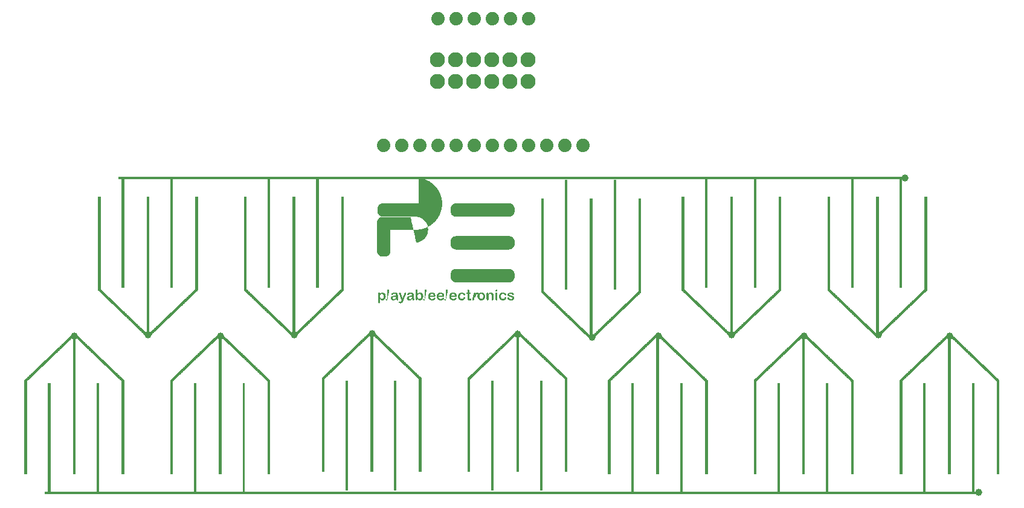
<source format=gtl>
G04 MADE WITH FRITZING*
G04 WWW.FRITZING.ORG*
G04 DOUBLE SIDED*
G04 HOLES PLATED*
G04 CONTOUR ON CENTER OF CONTOUR VECTOR*
%ASAXBY*%
%FSLAX23Y23*%
%MOIN*%
%OFA0B0*%
%SFA1.0B1.0*%
%ADD10C,0.074000*%
%ADD11C,0.083307*%
%ADD12C,0.039370*%
%ADD13R,0.001000X0.001000*%
%LNCOPPER1*%
G90*
G70*
G54D10*
X2657Y2072D03*
X2957Y2772D03*
X3057Y2072D03*
X2457Y2072D03*
X2857Y2072D03*
X3257Y2072D03*
X2557Y2072D03*
X2757Y2072D03*
X2957Y2072D03*
X3157Y2072D03*
X2457Y2772D03*
X2857Y2772D03*
X2557Y2772D03*
X2657Y2772D03*
X2757Y2772D03*
X2157Y2072D03*
X2257Y2072D03*
X2357Y2072D03*
X2657Y2072D03*
X2957Y2772D03*
X3057Y2072D03*
X2457Y2072D03*
X2857Y2072D03*
X3257Y2072D03*
X2557Y2072D03*
X2757Y2072D03*
X2957Y2072D03*
X3157Y2072D03*
X2457Y2772D03*
X2857Y2772D03*
X2557Y2772D03*
X2657Y2772D03*
X2757Y2772D03*
X2157Y2072D03*
X2257Y2072D03*
X2357Y2072D03*
G54D11*
X2454Y2426D03*
X2554Y2426D03*
X2654Y2426D03*
X2754Y2426D03*
X2854Y2426D03*
X2954Y2426D03*
X2454Y2544D03*
X2554Y2544D03*
X2654Y2544D03*
X2754Y2544D03*
X2854Y2544D03*
X2954Y2544D03*
G54D12*
X5032Y1891D03*
X5441Y155D03*
X858Y1024D03*
X1662Y1026D03*
X3305Y1011D03*
X451Y1019D03*
X1256Y1020D03*
X2093Y1032D03*
X2896Y1029D03*
X3672Y1018D03*
X4077Y1024D03*
X4886Y1026D03*
X4476Y1019D03*
X5281Y1020D03*
G54D13*
X694Y1899D02*
X5033Y1899D01*
X694Y1898D02*
X5034Y1898D01*
X694Y1897D02*
X5034Y1897D01*
X694Y1896D02*
X5034Y1896D01*
X694Y1895D02*
X5034Y1895D01*
X694Y1894D02*
X5034Y1894D01*
X694Y1893D02*
X5034Y1893D01*
X694Y1892D02*
X5034Y1892D01*
X694Y1891D02*
X5034Y1891D01*
X694Y1890D02*
X5034Y1890D01*
X694Y1889D02*
X5034Y1889D01*
X694Y1888D02*
X5034Y1888D01*
X694Y1887D02*
X5034Y1887D01*
X694Y1886D02*
X5033Y1886D01*
X712Y1885D02*
X725Y1885D01*
X980Y1885D02*
X993Y1885D01*
X1517Y1885D02*
X1529Y1885D01*
X1785Y1885D02*
X1798Y1885D01*
X2349Y1885D02*
X2382Y1885D01*
X3931Y1885D02*
X3944Y1885D01*
X4200Y1885D02*
X4212Y1885D01*
X4736Y1885D02*
X4749Y1885D01*
X5004Y1885D02*
X5017Y1885D01*
X712Y1884D02*
X725Y1884D01*
X980Y1884D02*
X993Y1884D01*
X1517Y1884D02*
X1529Y1884D01*
X1785Y1884D02*
X1798Y1884D01*
X2349Y1884D02*
X2384Y1884D01*
X3931Y1884D02*
X3944Y1884D01*
X4200Y1884D02*
X4212Y1884D01*
X4736Y1884D02*
X4749Y1884D01*
X5004Y1884D02*
X5017Y1884D01*
X712Y1883D02*
X725Y1883D01*
X980Y1883D02*
X993Y1883D01*
X1517Y1883D02*
X1529Y1883D01*
X1785Y1883D02*
X1798Y1883D01*
X2349Y1883D02*
X2387Y1883D01*
X3931Y1883D02*
X3944Y1883D01*
X4200Y1883D02*
X4212Y1883D01*
X4736Y1883D02*
X4749Y1883D01*
X5004Y1883D02*
X5017Y1883D01*
X712Y1882D02*
X725Y1882D01*
X980Y1882D02*
X993Y1882D01*
X1517Y1882D02*
X1529Y1882D01*
X1785Y1882D02*
X1798Y1882D01*
X2349Y1882D02*
X2389Y1882D01*
X3931Y1882D02*
X3944Y1882D01*
X4200Y1882D02*
X4212Y1882D01*
X4736Y1882D02*
X4749Y1882D01*
X5004Y1882D02*
X5017Y1882D01*
X712Y1881D02*
X725Y1881D01*
X980Y1881D02*
X993Y1881D01*
X1517Y1881D02*
X1529Y1881D01*
X1785Y1881D02*
X1798Y1881D01*
X2349Y1881D02*
X2392Y1881D01*
X3931Y1881D02*
X3944Y1881D01*
X4200Y1881D02*
X4212Y1881D01*
X4736Y1881D02*
X4749Y1881D01*
X5004Y1881D02*
X5017Y1881D01*
X712Y1880D02*
X725Y1880D01*
X980Y1880D02*
X993Y1880D01*
X1517Y1880D02*
X1529Y1880D01*
X1785Y1880D02*
X1798Y1880D01*
X2349Y1880D02*
X2394Y1880D01*
X3158Y1880D02*
X3170Y1880D01*
X3426Y1880D02*
X3438Y1880D01*
X3931Y1880D02*
X3944Y1880D01*
X4200Y1880D02*
X4212Y1880D01*
X4736Y1880D02*
X4749Y1880D01*
X5004Y1880D02*
X5017Y1880D01*
X712Y1879D02*
X725Y1879D01*
X980Y1879D02*
X993Y1879D01*
X1517Y1879D02*
X1529Y1879D01*
X1785Y1879D02*
X1798Y1879D01*
X2349Y1879D02*
X2396Y1879D01*
X3158Y1879D02*
X3170Y1879D01*
X3426Y1879D02*
X3438Y1879D01*
X3931Y1879D02*
X3944Y1879D01*
X4200Y1879D02*
X4212Y1879D01*
X4736Y1879D02*
X4749Y1879D01*
X5004Y1879D02*
X5017Y1879D01*
X712Y1878D02*
X725Y1878D01*
X980Y1878D02*
X993Y1878D01*
X1517Y1878D02*
X1529Y1878D01*
X1785Y1878D02*
X1798Y1878D01*
X2349Y1878D02*
X2398Y1878D01*
X3158Y1878D02*
X3170Y1878D01*
X3426Y1878D02*
X3438Y1878D01*
X3931Y1878D02*
X3944Y1878D01*
X4200Y1878D02*
X4212Y1878D01*
X4736Y1878D02*
X4749Y1878D01*
X5004Y1878D02*
X5017Y1878D01*
X712Y1877D02*
X725Y1877D01*
X980Y1877D02*
X993Y1877D01*
X1517Y1877D02*
X1529Y1877D01*
X1785Y1877D02*
X1798Y1877D01*
X2349Y1877D02*
X2400Y1877D01*
X3158Y1877D02*
X3170Y1877D01*
X3426Y1877D02*
X3438Y1877D01*
X3931Y1877D02*
X3944Y1877D01*
X4200Y1877D02*
X4212Y1877D01*
X4736Y1877D02*
X4749Y1877D01*
X5004Y1877D02*
X5017Y1877D01*
X712Y1876D02*
X725Y1876D01*
X980Y1876D02*
X993Y1876D01*
X1517Y1876D02*
X1529Y1876D01*
X1785Y1876D02*
X1798Y1876D01*
X2349Y1876D02*
X2402Y1876D01*
X3158Y1876D02*
X3170Y1876D01*
X3426Y1876D02*
X3438Y1876D01*
X3931Y1876D02*
X3944Y1876D01*
X4200Y1876D02*
X4212Y1876D01*
X4736Y1876D02*
X4749Y1876D01*
X5004Y1876D02*
X5017Y1876D01*
X712Y1875D02*
X725Y1875D01*
X980Y1875D02*
X993Y1875D01*
X1517Y1875D02*
X1529Y1875D01*
X1785Y1875D02*
X1798Y1875D01*
X2349Y1875D02*
X2404Y1875D01*
X3158Y1875D02*
X3170Y1875D01*
X3426Y1875D02*
X3438Y1875D01*
X3931Y1875D02*
X3944Y1875D01*
X4200Y1875D02*
X4212Y1875D01*
X4736Y1875D02*
X4749Y1875D01*
X5004Y1875D02*
X5017Y1875D01*
X712Y1874D02*
X725Y1874D01*
X980Y1874D02*
X993Y1874D01*
X1517Y1874D02*
X1529Y1874D01*
X1785Y1874D02*
X1798Y1874D01*
X2349Y1874D02*
X2406Y1874D01*
X3158Y1874D02*
X3170Y1874D01*
X3426Y1874D02*
X3438Y1874D01*
X3931Y1874D02*
X3944Y1874D01*
X4200Y1874D02*
X4212Y1874D01*
X4736Y1874D02*
X4749Y1874D01*
X5004Y1874D02*
X5017Y1874D01*
X712Y1873D02*
X725Y1873D01*
X980Y1873D02*
X993Y1873D01*
X1517Y1873D02*
X1529Y1873D01*
X1785Y1873D02*
X1798Y1873D01*
X2349Y1873D02*
X2408Y1873D01*
X3158Y1873D02*
X3170Y1873D01*
X3426Y1873D02*
X3438Y1873D01*
X3931Y1873D02*
X3944Y1873D01*
X4200Y1873D02*
X4212Y1873D01*
X4736Y1873D02*
X4749Y1873D01*
X5004Y1873D02*
X5017Y1873D01*
X712Y1872D02*
X725Y1872D01*
X980Y1872D02*
X993Y1872D01*
X1517Y1872D02*
X1529Y1872D01*
X1785Y1872D02*
X1798Y1872D01*
X2349Y1872D02*
X2409Y1872D01*
X3158Y1872D02*
X3170Y1872D01*
X3426Y1872D02*
X3438Y1872D01*
X3931Y1872D02*
X3944Y1872D01*
X4200Y1872D02*
X4212Y1872D01*
X4736Y1872D02*
X4749Y1872D01*
X5004Y1872D02*
X5017Y1872D01*
X712Y1871D02*
X725Y1871D01*
X980Y1871D02*
X993Y1871D01*
X1517Y1871D02*
X1529Y1871D01*
X1785Y1871D02*
X1798Y1871D01*
X2349Y1871D02*
X2411Y1871D01*
X3158Y1871D02*
X3170Y1871D01*
X3426Y1871D02*
X3438Y1871D01*
X3931Y1871D02*
X3944Y1871D01*
X4200Y1871D02*
X4212Y1871D01*
X4736Y1871D02*
X4749Y1871D01*
X5004Y1871D02*
X5017Y1871D01*
X712Y1870D02*
X725Y1870D01*
X980Y1870D02*
X993Y1870D01*
X1517Y1870D02*
X1529Y1870D01*
X1785Y1870D02*
X1798Y1870D01*
X2349Y1870D02*
X2413Y1870D01*
X3158Y1870D02*
X3170Y1870D01*
X3426Y1870D02*
X3438Y1870D01*
X3931Y1870D02*
X3944Y1870D01*
X4200Y1870D02*
X4212Y1870D01*
X4736Y1870D02*
X4749Y1870D01*
X5004Y1870D02*
X5017Y1870D01*
X712Y1869D02*
X725Y1869D01*
X980Y1869D02*
X993Y1869D01*
X1517Y1869D02*
X1529Y1869D01*
X1785Y1869D02*
X1798Y1869D01*
X2349Y1869D02*
X2414Y1869D01*
X3158Y1869D02*
X3170Y1869D01*
X3426Y1869D02*
X3438Y1869D01*
X3931Y1869D02*
X3944Y1869D01*
X4200Y1869D02*
X4212Y1869D01*
X4736Y1869D02*
X4749Y1869D01*
X5004Y1869D02*
X5017Y1869D01*
X712Y1868D02*
X725Y1868D01*
X980Y1868D02*
X993Y1868D01*
X1517Y1868D02*
X1529Y1868D01*
X1785Y1868D02*
X1798Y1868D01*
X2349Y1868D02*
X2416Y1868D01*
X3158Y1868D02*
X3170Y1868D01*
X3426Y1868D02*
X3438Y1868D01*
X3931Y1868D02*
X3944Y1868D01*
X4200Y1868D02*
X4212Y1868D01*
X4736Y1868D02*
X4749Y1868D01*
X5004Y1868D02*
X5017Y1868D01*
X712Y1867D02*
X725Y1867D01*
X980Y1867D02*
X993Y1867D01*
X1517Y1867D02*
X1529Y1867D01*
X1785Y1867D02*
X1798Y1867D01*
X2349Y1867D02*
X2417Y1867D01*
X3158Y1867D02*
X3170Y1867D01*
X3426Y1867D02*
X3438Y1867D01*
X3931Y1867D02*
X3944Y1867D01*
X4200Y1867D02*
X4212Y1867D01*
X4736Y1867D02*
X4749Y1867D01*
X5004Y1867D02*
X5017Y1867D01*
X712Y1866D02*
X725Y1866D01*
X980Y1866D02*
X993Y1866D01*
X1517Y1866D02*
X1529Y1866D01*
X1785Y1866D02*
X1798Y1866D01*
X2349Y1866D02*
X2419Y1866D01*
X3158Y1866D02*
X3170Y1866D01*
X3426Y1866D02*
X3438Y1866D01*
X3931Y1866D02*
X3944Y1866D01*
X4200Y1866D02*
X4212Y1866D01*
X4736Y1866D02*
X4749Y1866D01*
X5004Y1866D02*
X5017Y1866D01*
X712Y1865D02*
X725Y1865D01*
X980Y1865D02*
X993Y1865D01*
X1517Y1865D02*
X1529Y1865D01*
X1785Y1865D02*
X1798Y1865D01*
X2349Y1865D02*
X2420Y1865D01*
X3158Y1865D02*
X3170Y1865D01*
X3426Y1865D02*
X3438Y1865D01*
X3931Y1865D02*
X3944Y1865D01*
X4200Y1865D02*
X4212Y1865D01*
X4736Y1865D02*
X4749Y1865D01*
X5004Y1865D02*
X5017Y1865D01*
X712Y1864D02*
X725Y1864D01*
X980Y1864D02*
X993Y1864D01*
X1517Y1864D02*
X1529Y1864D01*
X1785Y1864D02*
X1798Y1864D01*
X2349Y1864D02*
X2421Y1864D01*
X3158Y1864D02*
X3170Y1864D01*
X3426Y1864D02*
X3438Y1864D01*
X3931Y1864D02*
X3944Y1864D01*
X4200Y1864D02*
X4212Y1864D01*
X4736Y1864D02*
X4749Y1864D01*
X5004Y1864D02*
X5017Y1864D01*
X712Y1863D02*
X725Y1863D01*
X980Y1863D02*
X993Y1863D01*
X1517Y1863D02*
X1529Y1863D01*
X1785Y1863D02*
X1798Y1863D01*
X2349Y1863D02*
X2423Y1863D01*
X3158Y1863D02*
X3170Y1863D01*
X3426Y1863D02*
X3438Y1863D01*
X3931Y1863D02*
X3944Y1863D01*
X4200Y1863D02*
X4212Y1863D01*
X4736Y1863D02*
X4749Y1863D01*
X5004Y1863D02*
X5017Y1863D01*
X712Y1862D02*
X725Y1862D01*
X980Y1862D02*
X993Y1862D01*
X1517Y1862D02*
X1529Y1862D01*
X1785Y1862D02*
X1798Y1862D01*
X2349Y1862D02*
X2424Y1862D01*
X3158Y1862D02*
X3170Y1862D01*
X3426Y1862D02*
X3438Y1862D01*
X3931Y1862D02*
X3944Y1862D01*
X4200Y1862D02*
X4212Y1862D01*
X4736Y1862D02*
X4749Y1862D01*
X5004Y1862D02*
X5017Y1862D01*
X712Y1861D02*
X725Y1861D01*
X980Y1861D02*
X993Y1861D01*
X1517Y1861D02*
X1529Y1861D01*
X1785Y1861D02*
X1798Y1861D01*
X2349Y1861D02*
X2425Y1861D01*
X3158Y1861D02*
X3170Y1861D01*
X3426Y1861D02*
X3438Y1861D01*
X3931Y1861D02*
X3944Y1861D01*
X4200Y1861D02*
X4212Y1861D01*
X4736Y1861D02*
X4749Y1861D01*
X5004Y1861D02*
X5017Y1861D01*
X712Y1860D02*
X725Y1860D01*
X980Y1860D02*
X993Y1860D01*
X1517Y1860D02*
X1529Y1860D01*
X1785Y1860D02*
X1798Y1860D01*
X2349Y1860D02*
X2426Y1860D01*
X3158Y1860D02*
X3170Y1860D01*
X3426Y1860D02*
X3438Y1860D01*
X3931Y1860D02*
X3944Y1860D01*
X4200Y1860D02*
X4212Y1860D01*
X4736Y1860D02*
X4749Y1860D01*
X5004Y1860D02*
X5017Y1860D01*
X712Y1859D02*
X725Y1859D01*
X980Y1859D02*
X993Y1859D01*
X1517Y1859D02*
X1529Y1859D01*
X1785Y1859D02*
X1798Y1859D01*
X2349Y1859D02*
X2428Y1859D01*
X3158Y1859D02*
X3170Y1859D01*
X3426Y1859D02*
X3438Y1859D01*
X3931Y1859D02*
X3944Y1859D01*
X4200Y1859D02*
X4212Y1859D01*
X4736Y1859D02*
X4749Y1859D01*
X5004Y1859D02*
X5017Y1859D01*
X712Y1858D02*
X725Y1858D01*
X980Y1858D02*
X993Y1858D01*
X1517Y1858D02*
X1529Y1858D01*
X1785Y1858D02*
X1798Y1858D01*
X2349Y1858D02*
X2429Y1858D01*
X3158Y1858D02*
X3170Y1858D01*
X3426Y1858D02*
X3438Y1858D01*
X3931Y1858D02*
X3944Y1858D01*
X4200Y1858D02*
X4212Y1858D01*
X4736Y1858D02*
X4749Y1858D01*
X5004Y1858D02*
X5017Y1858D01*
X712Y1857D02*
X725Y1857D01*
X980Y1857D02*
X993Y1857D01*
X1517Y1857D02*
X1529Y1857D01*
X1785Y1857D02*
X1798Y1857D01*
X2349Y1857D02*
X2430Y1857D01*
X3158Y1857D02*
X3170Y1857D01*
X3426Y1857D02*
X3438Y1857D01*
X3931Y1857D02*
X3944Y1857D01*
X4200Y1857D02*
X4212Y1857D01*
X4736Y1857D02*
X4749Y1857D01*
X5004Y1857D02*
X5017Y1857D01*
X712Y1856D02*
X725Y1856D01*
X980Y1856D02*
X993Y1856D01*
X1517Y1856D02*
X1529Y1856D01*
X1785Y1856D02*
X1798Y1856D01*
X2349Y1856D02*
X2431Y1856D01*
X3158Y1856D02*
X3170Y1856D01*
X3426Y1856D02*
X3438Y1856D01*
X3931Y1856D02*
X3944Y1856D01*
X4200Y1856D02*
X4212Y1856D01*
X4736Y1856D02*
X4749Y1856D01*
X5004Y1856D02*
X5017Y1856D01*
X712Y1855D02*
X725Y1855D01*
X980Y1855D02*
X993Y1855D01*
X1517Y1855D02*
X1529Y1855D01*
X1785Y1855D02*
X1798Y1855D01*
X2349Y1855D02*
X2432Y1855D01*
X3158Y1855D02*
X3170Y1855D01*
X3426Y1855D02*
X3438Y1855D01*
X3931Y1855D02*
X3944Y1855D01*
X4200Y1855D02*
X4212Y1855D01*
X4736Y1855D02*
X4749Y1855D01*
X5004Y1855D02*
X5017Y1855D01*
X712Y1854D02*
X725Y1854D01*
X980Y1854D02*
X993Y1854D01*
X1517Y1854D02*
X1529Y1854D01*
X1785Y1854D02*
X1798Y1854D01*
X2349Y1854D02*
X2433Y1854D01*
X3158Y1854D02*
X3170Y1854D01*
X3426Y1854D02*
X3438Y1854D01*
X3931Y1854D02*
X3944Y1854D01*
X4200Y1854D02*
X4212Y1854D01*
X4736Y1854D02*
X4749Y1854D01*
X5004Y1854D02*
X5017Y1854D01*
X712Y1853D02*
X725Y1853D01*
X980Y1853D02*
X993Y1853D01*
X1517Y1853D02*
X1529Y1853D01*
X1785Y1853D02*
X1798Y1853D01*
X2349Y1853D02*
X2434Y1853D01*
X3158Y1853D02*
X3170Y1853D01*
X3426Y1853D02*
X3438Y1853D01*
X3931Y1853D02*
X3944Y1853D01*
X4200Y1853D02*
X4212Y1853D01*
X4736Y1853D02*
X4749Y1853D01*
X5004Y1853D02*
X5017Y1853D01*
X712Y1852D02*
X725Y1852D01*
X980Y1852D02*
X993Y1852D01*
X1517Y1852D02*
X1529Y1852D01*
X1785Y1852D02*
X1798Y1852D01*
X2349Y1852D02*
X2435Y1852D01*
X3158Y1852D02*
X3170Y1852D01*
X3426Y1852D02*
X3438Y1852D01*
X3931Y1852D02*
X3944Y1852D01*
X4200Y1852D02*
X4212Y1852D01*
X4736Y1852D02*
X4749Y1852D01*
X5004Y1852D02*
X5017Y1852D01*
X712Y1851D02*
X725Y1851D01*
X980Y1851D02*
X993Y1851D01*
X1517Y1851D02*
X1529Y1851D01*
X1785Y1851D02*
X1798Y1851D01*
X2349Y1851D02*
X2436Y1851D01*
X3158Y1851D02*
X3170Y1851D01*
X3426Y1851D02*
X3438Y1851D01*
X3931Y1851D02*
X3944Y1851D01*
X4200Y1851D02*
X4212Y1851D01*
X4736Y1851D02*
X4749Y1851D01*
X5004Y1851D02*
X5017Y1851D01*
X712Y1850D02*
X725Y1850D01*
X980Y1850D02*
X993Y1850D01*
X1517Y1850D02*
X1529Y1850D01*
X1785Y1850D02*
X1798Y1850D01*
X2349Y1850D02*
X2437Y1850D01*
X3158Y1850D02*
X3170Y1850D01*
X3426Y1850D02*
X3438Y1850D01*
X3931Y1850D02*
X3944Y1850D01*
X4200Y1850D02*
X4212Y1850D01*
X4736Y1850D02*
X4749Y1850D01*
X5004Y1850D02*
X5017Y1850D01*
X712Y1849D02*
X725Y1849D01*
X980Y1849D02*
X993Y1849D01*
X1517Y1849D02*
X1529Y1849D01*
X1785Y1849D02*
X1798Y1849D01*
X2349Y1849D02*
X2438Y1849D01*
X3158Y1849D02*
X3170Y1849D01*
X3426Y1849D02*
X3438Y1849D01*
X3931Y1849D02*
X3944Y1849D01*
X4200Y1849D02*
X4212Y1849D01*
X4736Y1849D02*
X4749Y1849D01*
X5004Y1849D02*
X5017Y1849D01*
X712Y1848D02*
X725Y1848D01*
X980Y1848D02*
X993Y1848D01*
X1517Y1848D02*
X1529Y1848D01*
X1785Y1848D02*
X1798Y1848D01*
X2349Y1848D02*
X2439Y1848D01*
X3158Y1848D02*
X3170Y1848D01*
X3426Y1848D02*
X3438Y1848D01*
X3931Y1848D02*
X3944Y1848D01*
X4200Y1848D02*
X4212Y1848D01*
X4736Y1848D02*
X4749Y1848D01*
X5004Y1848D02*
X5017Y1848D01*
X712Y1847D02*
X725Y1847D01*
X980Y1847D02*
X993Y1847D01*
X1517Y1847D02*
X1529Y1847D01*
X1785Y1847D02*
X1798Y1847D01*
X2349Y1847D02*
X2440Y1847D01*
X3158Y1847D02*
X3170Y1847D01*
X3426Y1847D02*
X3438Y1847D01*
X3931Y1847D02*
X3944Y1847D01*
X4200Y1847D02*
X4212Y1847D01*
X4736Y1847D02*
X4749Y1847D01*
X5004Y1847D02*
X5017Y1847D01*
X712Y1846D02*
X725Y1846D01*
X980Y1846D02*
X993Y1846D01*
X1517Y1846D02*
X1529Y1846D01*
X1785Y1846D02*
X1798Y1846D01*
X2349Y1846D02*
X2441Y1846D01*
X3158Y1846D02*
X3170Y1846D01*
X3426Y1846D02*
X3438Y1846D01*
X3931Y1846D02*
X3944Y1846D01*
X4200Y1846D02*
X4212Y1846D01*
X4736Y1846D02*
X4749Y1846D01*
X5004Y1846D02*
X5017Y1846D01*
X712Y1845D02*
X725Y1845D01*
X980Y1845D02*
X993Y1845D01*
X1517Y1845D02*
X1529Y1845D01*
X1785Y1845D02*
X1798Y1845D01*
X2349Y1845D02*
X2442Y1845D01*
X3158Y1845D02*
X3170Y1845D01*
X3426Y1845D02*
X3438Y1845D01*
X3931Y1845D02*
X3944Y1845D01*
X4200Y1845D02*
X4212Y1845D01*
X4736Y1845D02*
X4749Y1845D01*
X5004Y1845D02*
X5017Y1845D01*
X712Y1844D02*
X725Y1844D01*
X980Y1844D02*
X993Y1844D01*
X1517Y1844D02*
X1529Y1844D01*
X1785Y1844D02*
X1798Y1844D01*
X2349Y1844D02*
X2443Y1844D01*
X3158Y1844D02*
X3170Y1844D01*
X3426Y1844D02*
X3438Y1844D01*
X3931Y1844D02*
X3944Y1844D01*
X4200Y1844D02*
X4212Y1844D01*
X4736Y1844D02*
X4749Y1844D01*
X5004Y1844D02*
X5017Y1844D01*
X712Y1843D02*
X725Y1843D01*
X980Y1843D02*
X993Y1843D01*
X1517Y1843D02*
X1529Y1843D01*
X1785Y1843D02*
X1798Y1843D01*
X2349Y1843D02*
X2444Y1843D01*
X3158Y1843D02*
X3170Y1843D01*
X3426Y1843D02*
X3438Y1843D01*
X3931Y1843D02*
X3944Y1843D01*
X4200Y1843D02*
X4212Y1843D01*
X4736Y1843D02*
X4749Y1843D01*
X5004Y1843D02*
X5017Y1843D01*
X712Y1842D02*
X725Y1842D01*
X980Y1842D02*
X993Y1842D01*
X1517Y1842D02*
X1529Y1842D01*
X1785Y1842D02*
X1798Y1842D01*
X2349Y1842D02*
X2445Y1842D01*
X3158Y1842D02*
X3170Y1842D01*
X3426Y1842D02*
X3438Y1842D01*
X3931Y1842D02*
X3944Y1842D01*
X4200Y1842D02*
X4212Y1842D01*
X4736Y1842D02*
X4749Y1842D01*
X5004Y1842D02*
X5017Y1842D01*
X712Y1841D02*
X725Y1841D01*
X980Y1841D02*
X993Y1841D01*
X1517Y1841D02*
X1529Y1841D01*
X1785Y1841D02*
X1798Y1841D01*
X2349Y1841D02*
X2446Y1841D01*
X3158Y1841D02*
X3170Y1841D01*
X3426Y1841D02*
X3438Y1841D01*
X3931Y1841D02*
X3944Y1841D01*
X4200Y1841D02*
X4212Y1841D01*
X4736Y1841D02*
X4749Y1841D01*
X5004Y1841D02*
X5017Y1841D01*
X712Y1840D02*
X725Y1840D01*
X980Y1840D02*
X993Y1840D01*
X1517Y1840D02*
X1529Y1840D01*
X1785Y1840D02*
X1798Y1840D01*
X2349Y1840D02*
X2446Y1840D01*
X3158Y1840D02*
X3170Y1840D01*
X3426Y1840D02*
X3438Y1840D01*
X3931Y1840D02*
X3944Y1840D01*
X4200Y1840D02*
X4212Y1840D01*
X4736Y1840D02*
X4749Y1840D01*
X5004Y1840D02*
X5017Y1840D01*
X712Y1839D02*
X725Y1839D01*
X980Y1839D02*
X993Y1839D01*
X1517Y1839D02*
X1529Y1839D01*
X1785Y1839D02*
X1798Y1839D01*
X2349Y1839D02*
X2447Y1839D01*
X3158Y1839D02*
X3170Y1839D01*
X3426Y1839D02*
X3438Y1839D01*
X3931Y1839D02*
X3944Y1839D01*
X4200Y1839D02*
X4212Y1839D01*
X4736Y1839D02*
X4749Y1839D01*
X5004Y1839D02*
X5017Y1839D01*
X712Y1838D02*
X725Y1838D01*
X980Y1838D02*
X993Y1838D01*
X1517Y1838D02*
X1529Y1838D01*
X1785Y1838D02*
X1798Y1838D01*
X2349Y1838D02*
X2448Y1838D01*
X3158Y1838D02*
X3170Y1838D01*
X3426Y1838D02*
X3438Y1838D01*
X3931Y1838D02*
X3944Y1838D01*
X4200Y1838D02*
X4212Y1838D01*
X4736Y1838D02*
X4749Y1838D01*
X5004Y1838D02*
X5017Y1838D01*
X712Y1837D02*
X725Y1837D01*
X980Y1837D02*
X993Y1837D01*
X1517Y1837D02*
X1529Y1837D01*
X1785Y1837D02*
X1798Y1837D01*
X2349Y1837D02*
X2449Y1837D01*
X3158Y1837D02*
X3170Y1837D01*
X3426Y1837D02*
X3438Y1837D01*
X3931Y1837D02*
X3944Y1837D01*
X4200Y1837D02*
X4212Y1837D01*
X4736Y1837D02*
X4749Y1837D01*
X5004Y1837D02*
X5017Y1837D01*
X712Y1836D02*
X725Y1836D01*
X980Y1836D02*
X993Y1836D01*
X1517Y1836D02*
X1529Y1836D01*
X1785Y1836D02*
X1798Y1836D01*
X2349Y1836D02*
X2450Y1836D01*
X3158Y1836D02*
X3170Y1836D01*
X3426Y1836D02*
X3438Y1836D01*
X3931Y1836D02*
X3944Y1836D01*
X4200Y1836D02*
X4212Y1836D01*
X4736Y1836D02*
X4749Y1836D01*
X5004Y1836D02*
X5017Y1836D01*
X712Y1835D02*
X725Y1835D01*
X980Y1835D02*
X993Y1835D01*
X1517Y1835D02*
X1529Y1835D01*
X1785Y1835D02*
X1798Y1835D01*
X2349Y1835D02*
X2450Y1835D01*
X3158Y1835D02*
X3170Y1835D01*
X3426Y1835D02*
X3438Y1835D01*
X3931Y1835D02*
X3944Y1835D01*
X4200Y1835D02*
X4212Y1835D01*
X4736Y1835D02*
X4749Y1835D01*
X5004Y1835D02*
X5017Y1835D01*
X712Y1834D02*
X725Y1834D01*
X980Y1834D02*
X993Y1834D01*
X1517Y1834D02*
X1529Y1834D01*
X1785Y1834D02*
X1798Y1834D01*
X2349Y1834D02*
X2451Y1834D01*
X3158Y1834D02*
X3170Y1834D01*
X3426Y1834D02*
X3438Y1834D01*
X3931Y1834D02*
X3944Y1834D01*
X4200Y1834D02*
X4212Y1834D01*
X4736Y1834D02*
X4749Y1834D01*
X5004Y1834D02*
X5017Y1834D01*
X712Y1833D02*
X725Y1833D01*
X980Y1833D02*
X993Y1833D01*
X1517Y1833D02*
X1529Y1833D01*
X1785Y1833D02*
X1798Y1833D01*
X2349Y1833D02*
X2452Y1833D01*
X3158Y1833D02*
X3170Y1833D01*
X3426Y1833D02*
X3438Y1833D01*
X3931Y1833D02*
X3944Y1833D01*
X4200Y1833D02*
X4212Y1833D01*
X4736Y1833D02*
X4749Y1833D01*
X5004Y1833D02*
X5017Y1833D01*
X712Y1832D02*
X725Y1832D01*
X980Y1832D02*
X993Y1832D01*
X1517Y1832D02*
X1529Y1832D01*
X1785Y1832D02*
X1798Y1832D01*
X2349Y1832D02*
X2453Y1832D01*
X3158Y1832D02*
X3170Y1832D01*
X3426Y1832D02*
X3438Y1832D01*
X3931Y1832D02*
X3944Y1832D01*
X4200Y1832D02*
X4212Y1832D01*
X4736Y1832D02*
X4749Y1832D01*
X5004Y1832D02*
X5017Y1832D01*
X712Y1831D02*
X725Y1831D01*
X980Y1831D02*
X993Y1831D01*
X1517Y1831D02*
X1529Y1831D01*
X1785Y1831D02*
X1798Y1831D01*
X2349Y1831D02*
X2453Y1831D01*
X3158Y1831D02*
X3170Y1831D01*
X3426Y1831D02*
X3438Y1831D01*
X3931Y1831D02*
X3944Y1831D01*
X4200Y1831D02*
X4212Y1831D01*
X4736Y1831D02*
X4749Y1831D01*
X5004Y1831D02*
X5017Y1831D01*
X712Y1830D02*
X725Y1830D01*
X980Y1830D02*
X993Y1830D01*
X1517Y1830D02*
X1529Y1830D01*
X1785Y1830D02*
X1798Y1830D01*
X2349Y1830D02*
X2454Y1830D01*
X3158Y1830D02*
X3170Y1830D01*
X3426Y1830D02*
X3438Y1830D01*
X3931Y1830D02*
X3944Y1830D01*
X4200Y1830D02*
X4212Y1830D01*
X4736Y1830D02*
X4749Y1830D01*
X5004Y1830D02*
X5017Y1830D01*
X712Y1829D02*
X725Y1829D01*
X980Y1829D02*
X993Y1829D01*
X1517Y1829D02*
X1529Y1829D01*
X1785Y1829D02*
X1798Y1829D01*
X2349Y1829D02*
X2455Y1829D01*
X3158Y1829D02*
X3170Y1829D01*
X3426Y1829D02*
X3438Y1829D01*
X3931Y1829D02*
X3944Y1829D01*
X4200Y1829D02*
X4212Y1829D01*
X4736Y1829D02*
X4749Y1829D01*
X5004Y1829D02*
X5017Y1829D01*
X712Y1828D02*
X725Y1828D01*
X980Y1828D02*
X993Y1828D01*
X1517Y1828D02*
X1529Y1828D01*
X1785Y1828D02*
X1798Y1828D01*
X2349Y1828D02*
X2455Y1828D01*
X3158Y1828D02*
X3170Y1828D01*
X3426Y1828D02*
X3438Y1828D01*
X3931Y1828D02*
X3944Y1828D01*
X4200Y1828D02*
X4212Y1828D01*
X4736Y1828D02*
X4749Y1828D01*
X5004Y1828D02*
X5017Y1828D01*
X712Y1827D02*
X725Y1827D01*
X980Y1827D02*
X993Y1827D01*
X1517Y1827D02*
X1529Y1827D01*
X1785Y1827D02*
X1798Y1827D01*
X2349Y1827D02*
X2456Y1827D01*
X3158Y1827D02*
X3170Y1827D01*
X3426Y1827D02*
X3438Y1827D01*
X3931Y1827D02*
X3944Y1827D01*
X4200Y1827D02*
X4212Y1827D01*
X4736Y1827D02*
X4749Y1827D01*
X5004Y1827D02*
X5017Y1827D01*
X712Y1826D02*
X725Y1826D01*
X980Y1826D02*
X993Y1826D01*
X1517Y1826D02*
X1529Y1826D01*
X1785Y1826D02*
X1798Y1826D01*
X2349Y1826D02*
X2457Y1826D01*
X3158Y1826D02*
X3170Y1826D01*
X3426Y1826D02*
X3438Y1826D01*
X3931Y1826D02*
X3944Y1826D01*
X4200Y1826D02*
X4212Y1826D01*
X4736Y1826D02*
X4749Y1826D01*
X5004Y1826D02*
X5017Y1826D01*
X712Y1825D02*
X725Y1825D01*
X980Y1825D02*
X993Y1825D01*
X1517Y1825D02*
X1529Y1825D01*
X1785Y1825D02*
X1798Y1825D01*
X2349Y1825D02*
X2457Y1825D01*
X3158Y1825D02*
X3170Y1825D01*
X3426Y1825D02*
X3438Y1825D01*
X3931Y1825D02*
X3944Y1825D01*
X4200Y1825D02*
X4212Y1825D01*
X4736Y1825D02*
X4749Y1825D01*
X5004Y1825D02*
X5017Y1825D01*
X712Y1824D02*
X725Y1824D01*
X980Y1824D02*
X993Y1824D01*
X1517Y1824D02*
X1529Y1824D01*
X1785Y1824D02*
X1798Y1824D01*
X2349Y1824D02*
X2458Y1824D01*
X3158Y1824D02*
X3170Y1824D01*
X3426Y1824D02*
X3438Y1824D01*
X3931Y1824D02*
X3944Y1824D01*
X4200Y1824D02*
X4212Y1824D01*
X4736Y1824D02*
X4749Y1824D01*
X5004Y1824D02*
X5017Y1824D01*
X712Y1823D02*
X725Y1823D01*
X980Y1823D02*
X993Y1823D01*
X1517Y1823D02*
X1529Y1823D01*
X1785Y1823D02*
X1798Y1823D01*
X2349Y1823D02*
X2458Y1823D01*
X3158Y1823D02*
X3170Y1823D01*
X3426Y1823D02*
X3438Y1823D01*
X3931Y1823D02*
X3944Y1823D01*
X4200Y1823D02*
X4212Y1823D01*
X4736Y1823D02*
X4749Y1823D01*
X5004Y1823D02*
X5017Y1823D01*
X712Y1822D02*
X725Y1822D01*
X980Y1822D02*
X993Y1822D01*
X1517Y1822D02*
X1529Y1822D01*
X1785Y1822D02*
X1798Y1822D01*
X2349Y1822D02*
X2459Y1822D01*
X3158Y1822D02*
X3170Y1822D01*
X3426Y1822D02*
X3438Y1822D01*
X3931Y1822D02*
X3944Y1822D01*
X4200Y1822D02*
X4212Y1822D01*
X4736Y1822D02*
X4749Y1822D01*
X5004Y1822D02*
X5017Y1822D01*
X712Y1821D02*
X725Y1821D01*
X980Y1821D02*
X993Y1821D01*
X1517Y1821D02*
X1529Y1821D01*
X1785Y1821D02*
X1798Y1821D01*
X2349Y1821D02*
X2460Y1821D01*
X3158Y1821D02*
X3170Y1821D01*
X3426Y1821D02*
X3438Y1821D01*
X3931Y1821D02*
X3944Y1821D01*
X4200Y1821D02*
X4212Y1821D01*
X4736Y1821D02*
X4749Y1821D01*
X5004Y1821D02*
X5017Y1821D01*
X712Y1820D02*
X725Y1820D01*
X980Y1820D02*
X993Y1820D01*
X1517Y1820D02*
X1529Y1820D01*
X1785Y1820D02*
X1798Y1820D01*
X2349Y1820D02*
X2460Y1820D01*
X3158Y1820D02*
X3170Y1820D01*
X3426Y1820D02*
X3438Y1820D01*
X3931Y1820D02*
X3944Y1820D01*
X4200Y1820D02*
X4212Y1820D01*
X4736Y1820D02*
X4749Y1820D01*
X5004Y1820D02*
X5017Y1820D01*
X712Y1819D02*
X725Y1819D01*
X980Y1819D02*
X993Y1819D01*
X1517Y1819D02*
X1529Y1819D01*
X1785Y1819D02*
X1798Y1819D01*
X2349Y1819D02*
X2461Y1819D01*
X3158Y1819D02*
X3170Y1819D01*
X3426Y1819D02*
X3438Y1819D01*
X3931Y1819D02*
X3944Y1819D01*
X4200Y1819D02*
X4212Y1819D01*
X4736Y1819D02*
X4749Y1819D01*
X5004Y1819D02*
X5017Y1819D01*
X712Y1818D02*
X725Y1818D01*
X980Y1818D02*
X993Y1818D01*
X1517Y1818D02*
X1529Y1818D01*
X1785Y1818D02*
X1798Y1818D01*
X2349Y1818D02*
X2461Y1818D01*
X3158Y1818D02*
X3170Y1818D01*
X3426Y1818D02*
X3438Y1818D01*
X3931Y1818D02*
X3944Y1818D01*
X4200Y1818D02*
X4212Y1818D01*
X4736Y1818D02*
X4749Y1818D01*
X5004Y1818D02*
X5017Y1818D01*
X712Y1817D02*
X725Y1817D01*
X980Y1817D02*
X993Y1817D01*
X1517Y1817D02*
X1529Y1817D01*
X1785Y1817D02*
X1798Y1817D01*
X2349Y1817D02*
X2462Y1817D01*
X3158Y1817D02*
X3170Y1817D01*
X3426Y1817D02*
X3438Y1817D01*
X3931Y1817D02*
X3944Y1817D01*
X4200Y1817D02*
X4212Y1817D01*
X4736Y1817D02*
X4749Y1817D01*
X5004Y1817D02*
X5017Y1817D01*
X712Y1816D02*
X725Y1816D01*
X980Y1816D02*
X993Y1816D01*
X1517Y1816D02*
X1529Y1816D01*
X1785Y1816D02*
X1798Y1816D01*
X2349Y1816D02*
X2462Y1816D01*
X3158Y1816D02*
X3170Y1816D01*
X3426Y1816D02*
X3438Y1816D01*
X3931Y1816D02*
X3944Y1816D01*
X4200Y1816D02*
X4212Y1816D01*
X4736Y1816D02*
X4749Y1816D01*
X5004Y1816D02*
X5017Y1816D01*
X712Y1815D02*
X725Y1815D01*
X980Y1815D02*
X993Y1815D01*
X1517Y1815D02*
X1529Y1815D01*
X1785Y1815D02*
X1798Y1815D01*
X2349Y1815D02*
X2463Y1815D01*
X3158Y1815D02*
X3170Y1815D01*
X3426Y1815D02*
X3438Y1815D01*
X3931Y1815D02*
X3944Y1815D01*
X4200Y1815D02*
X4212Y1815D01*
X4736Y1815D02*
X4749Y1815D01*
X5004Y1815D02*
X5017Y1815D01*
X712Y1814D02*
X725Y1814D01*
X980Y1814D02*
X993Y1814D01*
X1517Y1814D02*
X1529Y1814D01*
X1785Y1814D02*
X1798Y1814D01*
X2349Y1814D02*
X2463Y1814D01*
X3158Y1814D02*
X3170Y1814D01*
X3426Y1814D02*
X3438Y1814D01*
X3931Y1814D02*
X3944Y1814D01*
X4200Y1814D02*
X4212Y1814D01*
X4736Y1814D02*
X4749Y1814D01*
X5004Y1814D02*
X5017Y1814D01*
X712Y1813D02*
X725Y1813D01*
X980Y1813D02*
X993Y1813D01*
X1517Y1813D02*
X1529Y1813D01*
X1785Y1813D02*
X1798Y1813D01*
X2349Y1813D02*
X2464Y1813D01*
X3158Y1813D02*
X3170Y1813D01*
X3426Y1813D02*
X3438Y1813D01*
X3931Y1813D02*
X3944Y1813D01*
X4200Y1813D02*
X4212Y1813D01*
X4736Y1813D02*
X4749Y1813D01*
X5004Y1813D02*
X5017Y1813D01*
X712Y1812D02*
X725Y1812D01*
X980Y1812D02*
X993Y1812D01*
X1517Y1812D02*
X1529Y1812D01*
X1785Y1812D02*
X1798Y1812D01*
X2349Y1812D02*
X2464Y1812D01*
X3158Y1812D02*
X3170Y1812D01*
X3426Y1812D02*
X3438Y1812D01*
X3931Y1812D02*
X3944Y1812D01*
X4200Y1812D02*
X4212Y1812D01*
X4736Y1812D02*
X4749Y1812D01*
X5004Y1812D02*
X5017Y1812D01*
X712Y1811D02*
X725Y1811D01*
X980Y1811D02*
X993Y1811D01*
X1517Y1811D02*
X1529Y1811D01*
X1785Y1811D02*
X1798Y1811D01*
X2349Y1811D02*
X2465Y1811D01*
X3158Y1811D02*
X3170Y1811D01*
X3426Y1811D02*
X3438Y1811D01*
X3931Y1811D02*
X3944Y1811D01*
X4200Y1811D02*
X4212Y1811D01*
X4736Y1811D02*
X4749Y1811D01*
X5004Y1811D02*
X5017Y1811D01*
X712Y1810D02*
X725Y1810D01*
X980Y1810D02*
X993Y1810D01*
X1517Y1810D02*
X1529Y1810D01*
X1785Y1810D02*
X1798Y1810D01*
X2349Y1810D02*
X2465Y1810D01*
X3158Y1810D02*
X3170Y1810D01*
X3426Y1810D02*
X3438Y1810D01*
X3931Y1810D02*
X3944Y1810D01*
X4200Y1810D02*
X4212Y1810D01*
X4736Y1810D02*
X4749Y1810D01*
X5004Y1810D02*
X5017Y1810D01*
X712Y1809D02*
X725Y1809D01*
X980Y1809D02*
X993Y1809D01*
X1517Y1809D02*
X1529Y1809D01*
X1785Y1809D02*
X1798Y1809D01*
X2349Y1809D02*
X2466Y1809D01*
X3158Y1809D02*
X3170Y1809D01*
X3426Y1809D02*
X3438Y1809D01*
X3931Y1809D02*
X3944Y1809D01*
X4200Y1809D02*
X4212Y1809D01*
X4736Y1809D02*
X4749Y1809D01*
X5004Y1809D02*
X5017Y1809D01*
X712Y1808D02*
X725Y1808D01*
X980Y1808D02*
X993Y1808D01*
X1517Y1808D02*
X1529Y1808D01*
X1785Y1808D02*
X1798Y1808D01*
X2349Y1808D02*
X2466Y1808D01*
X3158Y1808D02*
X3170Y1808D01*
X3426Y1808D02*
X3438Y1808D01*
X3931Y1808D02*
X3944Y1808D01*
X4200Y1808D02*
X4212Y1808D01*
X4736Y1808D02*
X4749Y1808D01*
X5004Y1808D02*
X5017Y1808D01*
X712Y1807D02*
X725Y1807D01*
X980Y1807D02*
X993Y1807D01*
X1517Y1807D02*
X1529Y1807D01*
X1785Y1807D02*
X1798Y1807D01*
X2349Y1807D02*
X2467Y1807D01*
X3158Y1807D02*
X3170Y1807D01*
X3426Y1807D02*
X3438Y1807D01*
X3931Y1807D02*
X3944Y1807D01*
X4200Y1807D02*
X4212Y1807D01*
X4736Y1807D02*
X4749Y1807D01*
X5004Y1807D02*
X5017Y1807D01*
X712Y1806D02*
X725Y1806D01*
X980Y1806D02*
X993Y1806D01*
X1517Y1806D02*
X1529Y1806D01*
X1785Y1806D02*
X1798Y1806D01*
X2349Y1806D02*
X2467Y1806D01*
X3158Y1806D02*
X3170Y1806D01*
X3426Y1806D02*
X3438Y1806D01*
X3931Y1806D02*
X3944Y1806D01*
X4200Y1806D02*
X4212Y1806D01*
X4736Y1806D02*
X4749Y1806D01*
X5004Y1806D02*
X5017Y1806D01*
X712Y1805D02*
X725Y1805D01*
X980Y1805D02*
X993Y1805D01*
X1517Y1805D02*
X1529Y1805D01*
X1785Y1805D02*
X1798Y1805D01*
X2349Y1805D02*
X2468Y1805D01*
X3158Y1805D02*
X3170Y1805D01*
X3426Y1805D02*
X3438Y1805D01*
X3931Y1805D02*
X3944Y1805D01*
X4200Y1805D02*
X4212Y1805D01*
X4736Y1805D02*
X4749Y1805D01*
X5004Y1805D02*
X5017Y1805D01*
X712Y1804D02*
X725Y1804D01*
X980Y1804D02*
X993Y1804D01*
X1517Y1804D02*
X1529Y1804D01*
X1785Y1804D02*
X1798Y1804D01*
X2349Y1804D02*
X2468Y1804D01*
X3158Y1804D02*
X3170Y1804D01*
X3426Y1804D02*
X3438Y1804D01*
X3931Y1804D02*
X3944Y1804D01*
X4200Y1804D02*
X4212Y1804D01*
X4736Y1804D02*
X4749Y1804D01*
X5004Y1804D02*
X5017Y1804D01*
X712Y1803D02*
X725Y1803D01*
X980Y1803D02*
X993Y1803D01*
X1517Y1803D02*
X1529Y1803D01*
X1785Y1803D02*
X1798Y1803D01*
X2349Y1803D02*
X2468Y1803D01*
X3158Y1803D02*
X3170Y1803D01*
X3426Y1803D02*
X3438Y1803D01*
X3931Y1803D02*
X3944Y1803D01*
X4200Y1803D02*
X4212Y1803D01*
X4736Y1803D02*
X4749Y1803D01*
X5004Y1803D02*
X5017Y1803D01*
X712Y1802D02*
X725Y1802D01*
X980Y1802D02*
X993Y1802D01*
X1517Y1802D02*
X1529Y1802D01*
X1785Y1802D02*
X1798Y1802D01*
X2349Y1802D02*
X2469Y1802D01*
X3158Y1802D02*
X3170Y1802D01*
X3426Y1802D02*
X3438Y1802D01*
X3931Y1802D02*
X3944Y1802D01*
X4200Y1802D02*
X4212Y1802D01*
X4736Y1802D02*
X4749Y1802D01*
X5004Y1802D02*
X5017Y1802D01*
X712Y1801D02*
X725Y1801D01*
X980Y1801D02*
X993Y1801D01*
X1517Y1801D02*
X1529Y1801D01*
X1785Y1801D02*
X1798Y1801D01*
X2349Y1801D02*
X2469Y1801D01*
X3158Y1801D02*
X3170Y1801D01*
X3426Y1801D02*
X3438Y1801D01*
X3931Y1801D02*
X3944Y1801D01*
X4200Y1801D02*
X4212Y1801D01*
X4736Y1801D02*
X4749Y1801D01*
X5004Y1801D02*
X5017Y1801D01*
X712Y1800D02*
X725Y1800D01*
X980Y1800D02*
X993Y1800D01*
X1517Y1800D02*
X1529Y1800D01*
X1785Y1800D02*
X1798Y1800D01*
X2349Y1800D02*
X2470Y1800D01*
X3158Y1800D02*
X3170Y1800D01*
X3426Y1800D02*
X3438Y1800D01*
X3931Y1800D02*
X3944Y1800D01*
X4200Y1800D02*
X4212Y1800D01*
X4736Y1800D02*
X4749Y1800D01*
X5004Y1800D02*
X5017Y1800D01*
X712Y1799D02*
X725Y1799D01*
X980Y1799D02*
X993Y1799D01*
X1517Y1799D02*
X1529Y1799D01*
X1785Y1799D02*
X1798Y1799D01*
X2349Y1799D02*
X2470Y1799D01*
X3158Y1799D02*
X3170Y1799D01*
X3426Y1799D02*
X3438Y1799D01*
X3931Y1799D02*
X3944Y1799D01*
X4200Y1799D02*
X4212Y1799D01*
X4736Y1799D02*
X4749Y1799D01*
X5004Y1799D02*
X5017Y1799D01*
X712Y1798D02*
X725Y1798D01*
X980Y1798D02*
X993Y1798D01*
X1517Y1798D02*
X1529Y1798D01*
X1785Y1798D02*
X1798Y1798D01*
X2349Y1798D02*
X2470Y1798D01*
X3158Y1798D02*
X3170Y1798D01*
X3426Y1798D02*
X3438Y1798D01*
X3931Y1798D02*
X3944Y1798D01*
X4200Y1798D02*
X4212Y1798D01*
X4736Y1798D02*
X4749Y1798D01*
X5004Y1798D02*
X5017Y1798D01*
X712Y1797D02*
X725Y1797D01*
X980Y1797D02*
X993Y1797D01*
X1517Y1797D02*
X1529Y1797D01*
X1785Y1797D02*
X1798Y1797D01*
X2349Y1797D02*
X2471Y1797D01*
X3158Y1797D02*
X3170Y1797D01*
X3426Y1797D02*
X3438Y1797D01*
X3931Y1797D02*
X3944Y1797D01*
X4200Y1797D02*
X4212Y1797D01*
X4736Y1797D02*
X4749Y1797D01*
X5004Y1797D02*
X5017Y1797D01*
X712Y1796D02*
X725Y1796D01*
X980Y1796D02*
X993Y1796D01*
X1517Y1796D02*
X1529Y1796D01*
X1785Y1796D02*
X1798Y1796D01*
X2349Y1796D02*
X2471Y1796D01*
X3158Y1796D02*
X3170Y1796D01*
X3426Y1796D02*
X3438Y1796D01*
X3931Y1796D02*
X3944Y1796D01*
X4200Y1796D02*
X4212Y1796D01*
X4736Y1796D02*
X4749Y1796D01*
X5004Y1796D02*
X5017Y1796D01*
X712Y1795D02*
X725Y1795D01*
X980Y1795D02*
X993Y1795D01*
X1517Y1795D02*
X1529Y1795D01*
X1785Y1795D02*
X1798Y1795D01*
X2349Y1795D02*
X2471Y1795D01*
X3158Y1795D02*
X3170Y1795D01*
X3426Y1795D02*
X3438Y1795D01*
X3931Y1795D02*
X3944Y1795D01*
X4200Y1795D02*
X4212Y1795D01*
X4736Y1795D02*
X4749Y1795D01*
X5004Y1795D02*
X5017Y1795D01*
X712Y1794D02*
X725Y1794D01*
X980Y1794D02*
X993Y1794D01*
X1517Y1794D02*
X1529Y1794D01*
X1785Y1794D02*
X1798Y1794D01*
X2349Y1794D02*
X2472Y1794D01*
X3158Y1794D02*
X3170Y1794D01*
X3426Y1794D02*
X3438Y1794D01*
X3931Y1794D02*
X3944Y1794D01*
X4200Y1794D02*
X4212Y1794D01*
X4736Y1794D02*
X4749Y1794D01*
X5004Y1794D02*
X5017Y1794D01*
X712Y1793D02*
X725Y1793D01*
X980Y1793D02*
X993Y1793D01*
X1517Y1793D02*
X1529Y1793D01*
X1785Y1793D02*
X1798Y1793D01*
X2349Y1793D02*
X2472Y1793D01*
X3158Y1793D02*
X3170Y1793D01*
X3426Y1793D02*
X3438Y1793D01*
X3931Y1793D02*
X3944Y1793D01*
X4200Y1793D02*
X4212Y1793D01*
X4736Y1793D02*
X4749Y1793D01*
X5004Y1793D02*
X5017Y1793D01*
X712Y1792D02*
X725Y1792D01*
X980Y1792D02*
X993Y1792D01*
X1517Y1792D02*
X1529Y1792D01*
X1785Y1792D02*
X1798Y1792D01*
X2349Y1792D02*
X2472Y1792D01*
X3158Y1792D02*
X3170Y1792D01*
X3426Y1792D02*
X3438Y1792D01*
X3931Y1792D02*
X3944Y1792D01*
X4200Y1792D02*
X4212Y1792D01*
X4736Y1792D02*
X4749Y1792D01*
X5004Y1792D02*
X5017Y1792D01*
X712Y1791D02*
X725Y1791D01*
X980Y1791D02*
X993Y1791D01*
X1517Y1791D02*
X1529Y1791D01*
X1785Y1791D02*
X1798Y1791D01*
X2349Y1791D02*
X2473Y1791D01*
X3158Y1791D02*
X3170Y1791D01*
X3426Y1791D02*
X3438Y1791D01*
X3931Y1791D02*
X3944Y1791D01*
X4200Y1791D02*
X4212Y1791D01*
X4736Y1791D02*
X4749Y1791D01*
X5004Y1791D02*
X5017Y1791D01*
X712Y1790D02*
X725Y1790D01*
X980Y1790D02*
X993Y1790D01*
X1517Y1790D02*
X1529Y1790D01*
X1785Y1790D02*
X1798Y1790D01*
X2349Y1790D02*
X2473Y1790D01*
X3158Y1790D02*
X3170Y1790D01*
X3426Y1790D02*
X3438Y1790D01*
X3931Y1790D02*
X3944Y1790D01*
X4200Y1790D02*
X4212Y1790D01*
X4736Y1790D02*
X4749Y1790D01*
X5004Y1790D02*
X5017Y1790D01*
X582Y1789D02*
X595Y1789D01*
X712Y1789D02*
X725Y1789D01*
X850Y1789D02*
X864Y1789D01*
X980Y1789D02*
X993Y1789D01*
X1118Y1789D02*
X1132Y1789D01*
X1386Y1789D02*
X1400Y1789D01*
X1517Y1789D02*
X1529Y1789D01*
X1655Y1789D02*
X1669Y1789D01*
X1785Y1789D02*
X1798Y1789D01*
X1923Y1789D02*
X1937Y1789D01*
X2349Y1789D02*
X2473Y1789D01*
X3158Y1789D02*
X3170Y1789D01*
X3426Y1789D02*
X3438Y1789D01*
X3801Y1789D02*
X3815Y1789D01*
X3931Y1789D02*
X3944Y1789D01*
X4069Y1789D02*
X4083Y1789D01*
X4200Y1789D02*
X4212Y1789D01*
X4337Y1789D02*
X4351Y1789D01*
X4606Y1789D02*
X4619Y1789D01*
X4736Y1789D02*
X4749Y1789D01*
X4874Y1789D02*
X4888Y1789D01*
X5004Y1789D02*
X5017Y1789D01*
X5142Y1789D02*
X5156Y1789D01*
X582Y1788D02*
X595Y1788D01*
X712Y1788D02*
X725Y1788D01*
X850Y1788D02*
X864Y1788D01*
X980Y1788D02*
X993Y1788D01*
X1118Y1788D02*
X1132Y1788D01*
X1386Y1788D02*
X1400Y1788D01*
X1517Y1788D02*
X1529Y1788D01*
X1654Y1788D02*
X1669Y1788D01*
X1785Y1788D02*
X1798Y1788D01*
X1923Y1788D02*
X1937Y1788D01*
X2349Y1788D02*
X2473Y1788D01*
X3158Y1788D02*
X3170Y1788D01*
X3426Y1788D02*
X3438Y1788D01*
X3801Y1788D02*
X3815Y1788D01*
X3931Y1788D02*
X3944Y1788D01*
X4069Y1788D02*
X4083Y1788D01*
X4200Y1788D02*
X4212Y1788D01*
X4337Y1788D02*
X4351Y1788D01*
X4606Y1788D02*
X4619Y1788D01*
X4736Y1788D02*
X4749Y1788D01*
X4874Y1788D02*
X4888Y1788D01*
X5004Y1788D02*
X5017Y1788D01*
X5142Y1788D02*
X5156Y1788D01*
X582Y1787D02*
X595Y1787D01*
X712Y1787D02*
X725Y1787D01*
X850Y1787D02*
X864Y1787D01*
X980Y1787D02*
X993Y1787D01*
X1118Y1787D02*
X1132Y1787D01*
X1386Y1787D02*
X1400Y1787D01*
X1517Y1787D02*
X1529Y1787D01*
X1654Y1787D02*
X1669Y1787D01*
X1785Y1787D02*
X1798Y1787D01*
X1923Y1787D02*
X1937Y1787D01*
X2349Y1787D02*
X2474Y1787D01*
X3158Y1787D02*
X3170Y1787D01*
X3426Y1787D02*
X3438Y1787D01*
X3801Y1787D02*
X3815Y1787D01*
X3931Y1787D02*
X3944Y1787D01*
X4069Y1787D02*
X4083Y1787D01*
X4200Y1787D02*
X4212Y1787D01*
X4337Y1787D02*
X4351Y1787D01*
X4606Y1787D02*
X4619Y1787D01*
X4736Y1787D02*
X4749Y1787D01*
X4874Y1787D02*
X4888Y1787D01*
X5004Y1787D02*
X5017Y1787D01*
X5142Y1787D02*
X5156Y1787D01*
X582Y1786D02*
X595Y1786D01*
X712Y1786D02*
X725Y1786D01*
X850Y1786D02*
X864Y1786D01*
X980Y1786D02*
X993Y1786D01*
X1118Y1786D02*
X1132Y1786D01*
X1386Y1786D02*
X1400Y1786D01*
X1517Y1786D02*
X1529Y1786D01*
X1654Y1786D02*
X1669Y1786D01*
X1785Y1786D02*
X1798Y1786D01*
X1923Y1786D02*
X1937Y1786D01*
X2349Y1786D02*
X2474Y1786D01*
X3158Y1786D02*
X3170Y1786D01*
X3426Y1786D02*
X3438Y1786D01*
X3801Y1786D02*
X3815Y1786D01*
X3931Y1786D02*
X3944Y1786D01*
X4069Y1786D02*
X4083Y1786D01*
X4200Y1786D02*
X4212Y1786D01*
X4337Y1786D02*
X4351Y1786D01*
X4606Y1786D02*
X4619Y1786D01*
X4736Y1786D02*
X4749Y1786D01*
X4874Y1786D02*
X4888Y1786D01*
X5004Y1786D02*
X5017Y1786D01*
X5142Y1786D02*
X5156Y1786D01*
X582Y1785D02*
X595Y1785D01*
X712Y1785D02*
X725Y1785D01*
X850Y1785D02*
X864Y1785D01*
X980Y1785D02*
X993Y1785D01*
X1118Y1785D02*
X1132Y1785D01*
X1386Y1785D02*
X1400Y1785D01*
X1517Y1785D02*
X1529Y1785D01*
X1654Y1785D02*
X1669Y1785D01*
X1785Y1785D02*
X1798Y1785D01*
X1923Y1785D02*
X1937Y1785D01*
X2349Y1785D02*
X2474Y1785D01*
X3158Y1785D02*
X3170Y1785D01*
X3426Y1785D02*
X3438Y1785D01*
X3801Y1785D02*
X3815Y1785D01*
X3931Y1785D02*
X3944Y1785D01*
X4069Y1785D02*
X4083Y1785D01*
X4200Y1785D02*
X4212Y1785D01*
X4337Y1785D02*
X4351Y1785D01*
X4606Y1785D02*
X4619Y1785D01*
X4736Y1785D02*
X4749Y1785D01*
X4874Y1785D02*
X4888Y1785D01*
X5004Y1785D02*
X5017Y1785D01*
X5142Y1785D02*
X5156Y1785D01*
X582Y1784D02*
X595Y1784D01*
X712Y1784D02*
X725Y1784D01*
X850Y1784D02*
X864Y1784D01*
X980Y1784D02*
X993Y1784D01*
X1118Y1784D02*
X1132Y1784D01*
X1386Y1784D02*
X1400Y1784D01*
X1517Y1784D02*
X1529Y1784D01*
X1654Y1784D02*
X1669Y1784D01*
X1785Y1784D02*
X1798Y1784D01*
X1923Y1784D02*
X1937Y1784D01*
X2349Y1784D02*
X2475Y1784D01*
X3158Y1784D02*
X3170Y1784D01*
X3426Y1784D02*
X3438Y1784D01*
X3801Y1784D02*
X3815Y1784D01*
X3931Y1784D02*
X3944Y1784D01*
X4069Y1784D02*
X4083Y1784D01*
X4200Y1784D02*
X4212Y1784D01*
X4337Y1784D02*
X4351Y1784D01*
X4606Y1784D02*
X4619Y1784D01*
X4736Y1784D02*
X4749Y1784D01*
X4874Y1784D02*
X4888Y1784D01*
X5004Y1784D02*
X5017Y1784D01*
X5142Y1784D02*
X5156Y1784D01*
X582Y1783D02*
X595Y1783D01*
X712Y1783D02*
X725Y1783D01*
X850Y1783D02*
X864Y1783D01*
X980Y1783D02*
X993Y1783D01*
X1118Y1783D02*
X1132Y1783D01*
X1386Y1783D02*
X1400Y1783D01*
X1517Y1783D02*
X1529Y1783D01*
X1654Y1783D02*
X1669Y1783D01*
X1785Y1783D02*
X1798Y1783D01*
X1923Y1783D02*
X1937Y1783D01*
X2349Y1783D02*
X2475Y1783D01*
X3158Y1783D02*
X3170Y1783D01*
X3426Y1783D02*
X3438Y1783D01*
X3801Y1783D02*
X3815Y1783D01*
X3931Y1783D02*
X3944Y1783D01*
X4069Y1783D02*
X4083Y1783D01*
X4200Y1783D02*
X4212Y1783D01*
X4337Y1783D02*
X4351Y1783D01*
X4606Y1783D02*
X4619Y1783D01*
X4736Y1783D02*
X4749Y1783D01*
X4874Y1783D02*
X4888Y1783D01*
X5004Y1783D02*
X5017Y1783D01*
X5142Y1783D02*
X5156Y1783D01*
X582Y1782D02*
X595Y1782D01*
X712Y1782D02*
X725Y1782D01*
X850Y1782D02*
X864Y1782D01*
X980Y1782D02*
X993Y1782D01*
X1118Y1782D02*
X1132Y1782D01*
X1386Y1782D02*
X1400Y1782D01*
X1517Y1782D02*
X1529Y1782D01*
X1654Y1782D02*
X1669Y1782D01*
X1785Y1782D02*
X1798Y1782D01*
X1923Y1782D02*
X1937Y1782D01*
X2349Y1782D02*
X2475Y1782D01*
X3158Y1782D02*
X3170Y1782D01*
X3426Y1782D02*
X3438Y1782D01*
X3801Y1782D02*
X3815Y1782D01*
X3931Y1782D02*
X3944Y1782D01*
X4069Y1782D02*
X4083Y1782D01*
X4200Y1782D02*
X4212Y1782D01*
X4337Y1782D02*
X4351Y1782D01*
X4606Y1782D02*
X4619Y1782D01*
X4736Y1782D02*
X4749Y1782D01*
X4874Y1782D02*
X4888Y1782D01*
X5004Y1782D02*
X5017Y1782D01*
X5142Y1782D02*
X5156Y1782D01*
X582Y1781D02*
X595Y1781D01*
X712Y1781D02*
X725Y1781D01*
X850Y1781D02*
X864Y1781D01*
X980Y1781D02*
X993Y1781D01*
X1118Y1781D02*
X1132Y1781D01*
X1386Y1781D02*
X1400Y1781D01*
X1517Y1781D02*
X1529Y1781D01*
X1654Y1781D02*
X1669Y1781D01*
X1785Y1781D02*
X1798Y1781D01*
X1923Y1781D02*
X1937Y1781D01*
X2349Y1781D02*
X2475Y1781D01*
X3158Y1781D02*
X3170Y1781D01*
X3426Y1781D02*
X3438Y1781D01*
X3801Y1781D02*
X3815Y1781D01*
X3931Y1781D02*
X3944Y1781D01*
X4069Y1781D02*
X4083Y1781D01*
X4200Y1781D02*
X4212Y1781D01*
X4337Y1781D02*
X4351Y1781D01*
X4606Y1781D02*
X4619Y1781D01*
X4736Y1781D02*
X4749Y1781D01*
X4874Y1781D02*
X4888Y1781D01*
X5004Y1781D02*
X5017Y1781D01*
X5142Y1781D02*
X5156Y1781D01*
X582Y1780D02*
X595Y1780D01*
X712Y1780D02*
X725Y1780D01*
X850Y1780D02*
X864Y1780D01*
X980Y1780D02*
X993Y1780D01*
X1118Y1780D02*
X1132Y1780D01*
X1386Y1780D02*
X1400Y1780D01*
X1517Y1780D02*
X1529Y1780D01*
X1654Y1780D02*
X1669Y1780D01*
X1785Y1780D02*
X1798Y1780D01*
X1923Y1780D02*
X1937Y1780D01*
X2349Y1780D02*
X2475Y1780D01*
X3158Y1780D02*
X3170Y1780D01*
X3426Y1780D02*
X3438Y1780D01*
X3801Y1780D02*
X3815Y1780D01*
X3931Y1780D02*
X3944Y1780D01*
X4069Y1780D02*
X4083Y1780D01*
X4200Y1780D02*
X4212Y1780D01*
X4337Y1780D02*
X4351Y1780D01*
X4606Y1780D02*
X4619Y1780D01*
X4736Y1780D02*
X4749Y1780D01*
X4874Y1780D02*
X4888Y1780D01*
X5004Y1780D02*
X5017Y1780D01*
X5142Y1780D02*
X5156Y1780D01*
X582Y1779D02*
X595Y1779D01*
X712Y1779D02*
X725Y1779D01*
X850Y1779D02*
X864Y1779D01*
X980Y1779D02*
X993Y1779D01*
X1118Y1779D02*
X1132Y1779D01*
X1386Y1779D02*
X1400Y1779D01*
X1517Y1779D02*
X1529Y1779D01*
X1654Y1779D02*
X1669Y1779D01*
X1785Y1779D02*
X1798Y1779D01*
X1923Y1779D02*
X1937Y1779D01*
X2349Y1779D02*
X2476Y1779D01*
X3158Y1779D02*
X3170Y1779D01*
X3426Y1779D02*
X3438Y1779D01*
X3801Y1779D02*
X3815Y1779D01*
X3931Y1779D02*
X3944Y1779D01*
X4069Y1779D02*
X4083Y1779D01*
X4200Y1779D02*
X4212Y1779D01*
X4337Y1779D02*
X4351Y1779D01*
X4606Y1779D02*
X4619Y1779D01*
X4736Y1779D02*
X4749Y1779D01*
X4874Y1779D02*
X4888Y1779D01*
X5004Y1779D02*
X5017Y1779D01*
X5142Y1779D02*
X5156Y1779D01*
X582Y1778D02*
X595Y1778D01*
X712Y1778D02*
X725Y1778D01*
X850Y1778D02*
X864Y1778D01*
X980Y1778D02*
X993Y1778D01*
X1118Y1778D02*
X1132Y1778D01*
X1386Y1778D02*
X1400Y1778D01*
X1517Y1778D02*
X1529Y1778D01*
X1654Y1778D02*
X1669Y1778D01*
X1785Y1778D02*
X1798Y1778D01*
X1923Y1778D02*
X1937Y1778D01*
X2349Y1778D02*
X2476Y1778D01*
X3158Y1778D02*
X3170Y1778D01*
X3426Y1778D02*
X3438Y1778D01*
X3801Y1778D02*
X3815Y1778D01*
X3931Y1778D02*
X3944Y1778D01*
X4069Y1778D02*
X4083Y1778D01*
X4200Y1778D02*
X4212Y1778D01*
X4337Y1778D02*
X4351Y1778D01*
X4606Y1778D02*
X4619Y1778D01*
X4736Y1778D02*
X4749Y1778D01*
X4874Y1778D02*
X4888Y1778D01*
X5004Y1778D02*
X5017Y1778D01*
X5142Y1778D02*
X5156Y1778D01*
X582Y1777D02*
X595Y1777D01*
X712Y1777D02*
X725Y1777D01*
X850Y1777D02*
X864Y1777D01*
X980Y1777D02*
X993Y1777D01*
X1118Y1777D02*
X1132Y1777D01*
X1386Y1777D02*
X1400Y1777D01*
X1517Y1777D02*
X1529Y1777D01*
X1654Y1777D02*
X1669Y1777D01*
X1785Y1777D02*
X1798Y1777D01*
X1923Y1777D02*
X1937Y1777D01*
X2349Y1777D02*
X2476Y1777D01*
X3027Y1777D02*
X3041Y1777D01*
X3158Y1777D02*
X3170Y1777D01*
X3295Y1777D02*
X3309Y1777D01*
X3426Y1777D02*
X3438Y1777D01*
X3564Y1777D02*
X3577Y1777D01*
X3801Y1777D02*
X3815Y1777D01*
X3931Y1777D02*
X3944Y1777D01*
X4069Y1777D02*
X4083Y1777D01*
X4200Y1777D02*
X4212Y1777D01*
X4337Y1777D02*
X4351Y1777D01*
X4606Y1777D02*
X4619Y1777D01*
X4736Y1777D02*
X4749Y1777D01*
X4874Y1777D02*
X4888Y1777D01*
X5004Y1777D02*
X5017Y1777D01*
X5142Y1777D02*
X5156Y1777D01*
X582Y1776D02*
X595Y1776D01*
X712Y1776D02*
X725Y1776D01*
X850Y1776D02*
X864Y1776D01*
X980Y1776D02*
X993Y1776D01*
X1118Y1776D02*
X1132Y1776D01*
X1386Y1776D02*
X1400Y1776D01*
X1517Y1776D02*
X1529Y1776D01*
X1654Y1776D02*
X1669Y1776D01*
X1785Y1776D02*
X1798Y1776D01*
X1923Y1776D02*
X1937Y1776D01*
X2349Y1776D02*
X2476Y1776D01*
X3027Y1776D02*
X3041Y1776D01*
X3158Y1776D02*
X3170Y1776D01*
X3295Y1776D02*
X3309Y1776D01*
X3426Y1776D02*
X3438Y1776D01*
X3564Y1776D02*
X3577Y1776D01*
X3801Y1776D02*
X3815Y1776D01*
X3931Y1776D02*
X3944Y1776D01*
X4069Y1776D02*
X4083Y1776D01*
X4200Y1776D02*
X4212Y1776D01*
X4337Y1776D02*
X4351Y1776D01*
X4606Y1776D02*
X4619Y1776D01*
X4736Y1776D02*
X4749Y1776D01*
X4874Y1776D02*
X4888Y1776D01*
X5004Y1776D02*
X5017Y1776D01*
X5142Y1776D02*
X5156Y1776D01*
X582Y1775D02*
X595Y1775D01*
X712Y1775D02*
X725Y1775D01*
X850Y1775D02*
X864Y1775D01*
X980Y1775D02*
X993Y1775D01*
X1118Y1775D02*
X1132Y1775D01*
X1386Y1775D02*
X1400Y1775D01*
X1517Y1775D02*
X1529Y1775D01*
X1654Y1775D02*
X1669Y1775D01*
X1785Y1775D02*
X1798Y1775D01*
X1923Y1775D02*
X1937Y1775D01*
X2349Y1775D02*
X2476Y1775D01*
X3027Y1775D02*
X3041Y1775D01*
X3158Y1775D02*
X3170Y1775D01*
X3295Y1775D02*
X3309Y1775D01*
X3426Y1775D02*
X3438Y1775D01*
X3564Y1775D02*
X3577Y1775D01*
X3801Y1775D02*
X3815Y1775D01*
X3931Y1775D02*
X3944Y1775D01*
X4069Y1775D02*
X4083Y1775D01*
X4200Y1775D02*
X4212Y1775D01*
X4337Y1775D02*
X4351Y1775D01*
X4606Y1775D02*
X4619Y1775D01*
X4736Y1775D02*
X4749Y1775D01*
X4874Y1775D02*
X4888Y1775D01*
X5004Y1775D02*
X5017Y1775D01*
X5142Y1775D02*
X5156Y1775D01*
X582Y1774D02*
X595Y1774D01*
X712Y1774D02*
X725Y1774D01*
X850Y1774D02*
X864Y1774D01*
X980Y1774D02*
X993Y1774D01*
X1118Y1774D02*
X1132Y1774D01*
X1386Y1774D02*
X1400Y1774D01*
X1517Y1774D02*
X1529Y1774D01*
X1654Y1774D02*
X1669Y1774D01*
X1785Y1774D02*
X1798Y1774D01*
X1923Y1774D02*
X1937Y1774D01*
X2349Y1774D02*
X2477Y1774D01*
X3027Y1774D02*
X3041Y1774D01*
X3158Y1774D02*
X3170Y1774D01*
X3295Y1774D02*
X3309Y1774D01*
X3426Y1774D02*
X3438Y1774D01*
X3564Y1774D02*
X3577Y1774D01*
X3801Y1774D02*
X3815Y1774D01*
X3931Y1774D02*
X3944Y1774D01*
X4069Y1774D02*
X4083Y1774D01*
X4200Y1774D02*
X4212Y1774D01*
X4337Y1774D02*
X4351Y1774D01*
X4606Y1774D02*
X4619Y1774D01*
X4736Y1774D02*
X4749Y1774D01*
X4874Y1774D02*
X4888Y1774D01*
X5004Y1774D02*
X5017Y1774D01*
X5142Y1774D02*
X5156Y1774D01*
X582Y1773D02*
X595Y1773D01*
X712Y1773D02*
X725Y1773D01*
X850Y1773D02*
X864Y1773D01*
X980Y1773D02*
X993Y1773D01*
X1118Y1773D02*
X1132Y1773D01*
X1386Y1773D02*
X1400Y1773D01*
X1517Y1773D02*
X1529Y1773D01*
X1654Y1773D02*
X1669Y1773D01*
X1785Y1773D02*
X1798Y1773D01*
X1923Y1773D02*
X1937Y1773D01*
X2349Y1773D02*
X2477Y1773D01*
X3027Y1773D02*
X3041Y1773D01*
X3158Y1773D02*
X3170Y1773D01*
X3295Y1773D02*
X3309Y1773D01*
X3426Y1773D02*
X3438Y1773D01*
X3564Y1773D02*
X3577Y1773D01*
X3801Y1773D02*
X3815Y1773D01*
X3931Y1773D02*
X3944Y1773D01*
X4069Y1773D02*
X4083Y1773D01*
X4200Y1773D02*
X4212Y1773D01*
X4337Y1773D02*
X4351Y1773D01*
X4606Y1773D02*
X4619Y1773D01*
X4736Y1773D02*
X4749Y1773D01*
X4874Y1773D02*
X4888Y1773D01*
X5004Y1773D02*
X5017Y1773D01*
X5142Y1773D02*
X5156Y1773D01*
X582Y1772D02*
X595Y1772D01*
X712Y1772D02*
X725Y1772D01*
X850Y1772D02*
X864Y1772D01*
X980Y1772D02*
X993Y1772D01*
X1118Y1772D02*
X1132Y1772D01*
X1386Y1772D02*
X1400Y1772D01*
X1517Y1772D02*
X1529Y1772D01*
X1654Y1772D02*
X1669Y1772D01*
X1785Y1772D02*
X1798Y1772D01*
X1923Y1772D02*
X1937Y1772D01*
X2349Y1772D02*
X2477Y1772D01*
X3027Y1772D02*
X3041Y1772D01*
X3158Y1772D02*
X3170Y1772D01*
X3295Y1772D02*
X3309Y1772D01*
X3426Y1772D02*
X3438Y1772D01*
X3564Y1772D02*
X3577Y1772D01*
X3801Y1772D02*
X3815Y1772D01*
X3931Y1772D02*
X3944Y1772D01*
X4069Y1772D02*
X4083Y1772D01*
X4200Y1772D02*
X4212Y1772D01*
X4337Y1772D02*
X4351Y1772D01*
X4606Y1772D02*
X4619Y1772D01*
X4736Y1772D02*
X4749Y1772D01*
X4874Y1772D02*
X4888Y1772D01*
X5004Y1772D02*
X5017Y1772D01*
X5142Y1772D02*
X5156Y1772D01*
X582Y1771D02*
X595Y1771D01*
X712Y1771D02*
X725Y1771D01*
X850Y1771D02*
X864Y1771D01*
X980Y1771D02*
X993Y1771D01*
X1118Y1771D02*
X1132Y1771D01*
X1386Y1771D02*
X1400Y1771D01*
X1517Y1771D02*
X1529Y1771D01*
X1654Y1771D02*
X1669Y1771D01*
X1785Y1771D02*
X1798Y1771D01*
X1923Y1771D02*
X1937Y1771D01*
X2349Y1771D02*
X2477Y1771D01*
X3027Y1771D02*
X3041Y1771D01*
X3158Y1771D02*
X3170Y1771D01*
X3295Y1771D02*
X3309Y1771D01*
X3426Y1771D02*
X3438Y1771D01*
X3564Y1771D02*
X3577Y1771D01*
X3801Y1771D02*
X3815Y1771D01*
X3931Y1771D02*
X3944Y1771D01*
X4069Y1771D02*
X4083Y1771D01*
X4200Y1771D02*
X4212Y1771D01*
X4337Y1771D02*
X4351Y1771D01*
X4606Y1771D02*
X4619Y1771D01*
X4736Y1771D02*
X4749Y1771D01*
X4874Y1771D02*
X4888Y1771D01*
X5004Y1771D02*
X5017Y1771D01*
X5142Y1771D02*
X5156Y1771D01*
X582Y1770D02*
X595Y1770D01*
X712Y1770D02*
X725Y1770D01*
X850Y1770D02*
X864Y1770D01*
X980Y1770D02*
X993Y1770D01*
X1118Y1770D02*
X1132Y1770D01*
X1386Y1770D02*
X1400Y1770D01*
X1517Y1770D02*
X1529Y1770D01*
X1654Y1770D02*
X1669Y1770D01*
X1785Y1770D02*
X1798Y1770D01*
X1923Y1770D02*
X1937Y1770D01*
X2349Y1770D02*
X2477Y1770D01*
X3027Y1770D02*
X3041Y1770D01*
X3158Y1770D02*
X3170Y1770D01*
X3295Y1770D02*
X3309Y1770D01*
X3426Y1770D02*
X3438Y1770D01*
X3564Y1770D02*
X3577Y1770D01*
X3801Y1770D02*
X3815Y1770D01*
X3931Y1770D02*
X3944Y1770D01*
X4069Y1770D02*
X4083Y1770D01*
X4200Y1770D02*
X4212Y1770D01*
X4337Y1770D02*
X4351Y1770D01*
X4606Y1770D02*
X4619Y1770D01*
X4736Y1770D02*
X4749Y1770D01*
X4874Y1770D02*
X4888Y1770D01*
X5004Y1770D02*
X5017Y1770D01*
X5142Y1770D02*
X5156Y1770D01*
X582Y1769D02*
X595Y1769D01*
X712Y1769D02*
X725Y1769D01*
X850Y1769D02*
X864Y1769D01*
X980Y1769D02*
X993Y1769D01*
X1118Y1769D02*
X1132Y1769D01*
X1386Y1769D02*
X1400Y1769D01*
X1517Y1769D02*
X1529Y1769D01*
X1654Y1769D02*
X1669Y1769D01*
X1785Y1769D02*
X1798Y1769D01*
X1923Y1769D02*
X1937Y1769D01*
X2349Y1769D02*
X2477Y1769D01*
X3027Y1769D02*
X3041Y1769D01*
X3158Y1769D02*
X3170Y1769D01*
X3295Y1769D02*
X3309Y1769D01*
X3426Y1769D02*
X3438Y1769D01*
X3564Y1769D02*
X3577Y1769D01*
X3801Y1769D02*
X3815Y1769D01*
X3931Y1769D02*
X3944Y1769D01*
X4069Y1769D02*
X4083Y1769D01*
X4200Y1769D02*
X4212Y1769D01*
X4337Y1769D02*
X4351Y1769D01*
X4606Y1769D02*
X4619Y1769D01*
X4736Y1769D02*
X4749Y1769D01*
X4874Y1769D02*
X4888Y1769D01*
X5004Y1769D02*
X5017Y1769D01*
X5142Y1769D02*
X5156Y1769D01*
X582Y1768D02*
X595Y1768D01*
X712Y1768D02*
X725Y1768D01*
X850Y1768D02*
X864Y1768D01*
X980Y1768D02*
X993Y1768D01*
X1118Y1768D02*
X1132Y1768D01*
X1386Y1768D02*
X1400Y1768D01*
X1517Y1768D02*
X1529Y1768D01*
X1654Y1768D02*
X1669Y1768D01*
X1785Y1768D02*
X1798Y1768D01*
X1923Y1768D02*
X1937Y1768D01*
X2349Y1768D02*
X2478Y1768D01*
X3027Y1768D02*
X3041Y1768D01*
X3158Y1768D02*
X3170Y1768D01*
X3295Y1768D02*
X3309Y1768D01*
X3426Y1768D02*
X3438Y1768D01*
X3564Y1768D02*
X3577Y1768D01*
X3801Y1768D02*
X3815Y1768D01*
X3931Y1768D02*
X3944Y1768D01*
X4069Y1768D02*
X4083Y1768D01*
X4200Y1768D02*
X4212Y1768D01*
X4337Y1768D02*
X4351Y1768D01*
X4606Y1768D02*
X4619Y1768D01*
X4736Y1768D02*
X4749Y1768D01*
X4874Y1768D02*
X4888Y1768D01*
X5004Y1768D02*
X5017Y1768D01*
X5142Y1768D02*
X5156Y1768D01*
X582Y1767D02*
X595Y1767D01*
X712Y1767D02*
X725Y1767D01*
X850Y1767D02*
X864Y1767D01*
X980Y1767D02*
X993Y1767D01*
X1118Y1767D02*
X1132Y1767D01*
X1386Y1767D02*
X1400Y1767D01*
X1517Y1767D02*
X1529Y1767D01*
X1654Y1767D02*
X1669Y1767D01*
X1785Y1767D02*
X1798Y1767D01*
X1923Y1767D02*
X1937Y1767D01*
X2349Y1767D02*
X2478Y1767D01*
X3027Y1767D02*
X3041Y1767D01*
X3158Y1767D02*
X3170Y1767D01*
X3295Y1767D02*
X3309Y1767D01*
X3426Y1767D02*
X3438Y1767D01*
X3564Y1767D02*
X3577Y1767D01*
X3801Y1767D02*
X3815Y1767D01*
X3931Y1767D02*
X3944Y1767D01*
X4069Y1767D02*
X4083Y1767D01*
X4200Y1767D02*
X4212Y1767D01*
X4337Y1767D02*
X4351Y1767D01*
X4606Y1767D02*
X4619Y1767D01*
X4736Y1767D02*
X4749Y1767D01*
X4874Y1767D02*
X4888Y1767D01*
X5004Y1767D02*
X5017Y1767D01*
X5142Y1767D02*
X5156Y1767D01*
X582Y1766D02*
X595Y1766D01*
X712Y1766D02*
X725Y1766D01*
X850Y1766D02*
X864Y1766D01*
X980Y1766D02*
X993Y1766D01*
X1118Y1766D02*
X1132Y1766D01*
X1386Y1766D02*
X1400Y1766D01*
X1517Y1766D02*
X1529Y1766D01*
X1654Y1766D02*
X1669Y1766D01*
X1785Y1766D02*
X1798Y1766D01*
X1923Y1766D02*
X1937Y1766D01*
X2349Y1766D02*
X2478Y1766D01*
X3027Y1766D02*
X3041Y1766D01*
X3158Y1766D02*
X3170Y1766D01*
X3295Y1766D02*
X3309Y1766D01*
X3426Y1766D02*
X3438Y1766D01*
X3564Y1766D02*
X3577Y1766D01*
X3801Y1766D02*
X3815Y1766D01*
X3931Y1766D02*
X3944Y1766D01*
X4069Y1766D02*
X4083Y1766D01*
X4200Y1766D02*
X4212Y1766D01*
X4337Y1766D02*
X4351Y1766D01*
X4606Y1766D02*
X4619Y1766D01*
X4736Y1766D02*
X4749Y1766D01*
X4874Y1766D02*
X4888Y1766D01*
X5004Y1766D02*
X5017Y1766D01*
X5142Y1766D02*
X5156Y1766D01*
X582Y1765D02*
X595Y1765D01*
X712Y1765D02*
X725Y1765D01*
X850Y1765D02*
X864Y1765D01*
X980Y1765D02*
X993Y1765D01*
X1118Y1765D02*
X1132Y1765D01*
X1386Y1765D02*
X1400Y1765D01*
X1517Y1765D02*
X1529Y1765D01*
X1654Y1765D02*
X1669Y1765D01*
X1785Y1765D02*
X1798Y1765D01*
X1923Y1765D02*
X1937Y1765D01*
X2349Y1765D02*
X2478Y1765D01*
X3027Y1765D02*
X3041Y1765D01*
X3158Y1765D02*
X3170Y1765D01*
X3295Y1765D02*
X3309Y1765D01*
X3426Y1765D02*
X3438Y1765D01*
X3564Y1765D02*
X3577Y1765D01*
X3801Y1765D02*
X3815Y1765D01*
X3931Y1765D02*
X3944Y1765D01*
X4069Y1765D02*
X4083Y1765D01*
X4200Y1765D02*
X4212Y1765D01*
X4337Y1765D02*
X4351Y1765D01*
X4606Y1765D02*
X4619Y1765D01*
X4736Y1765D02*
X4749Y1765D01*
X4874Y1765D02*
X4888Y1765D01*
X5004Y1765D02*
X5017Y1765D01*
X5142Y1765D02*
X5156Y1765D01*
X582Y1764D02*
X595Y1764D01*
X712Y1764D02*
X725Y1764D01*
X850Y1764D02*
X864Y1764D01*
X980Y1764D02*
X993Y1764D01*
X1118Y1764D02*
X1132Y1764D01*
X1386Y1764D02*
X1400Y1764D01*
X1517Y1764D02*
X1529Y1764D01*
X1654Y1764D02*
X1669Y1764D01*
X1785Y1764D02*
X1798Y1764D01*
X1923Y1764D02*
X1937Y1764D01*
X2349Y1764D02*
X2478Y1764D01*
X3027Y1764D02*
X3041Y1764D01*
X3158Y1764D02*
X3170Y1764D01*
X3295Y1764D02*
X3309Y1764D01*
X3426Y1764D02*
X3438Y1764D01*
X3564Y1764D02*
X3577Y1764D01*
X3801Y1764D02*
X3815Y1764D01*
X3931Y1764D02*
X3944Y1764D01*
X4069Y1764D02*
X4083Y1764D01*
X4200Y1764D02*
X4212Y1764D01*
X4337Y1764D02*
X4351Y1764D01*
X4606Y1764D02*
X4619Y1764D01*
X4736Y1764D02*
X4749Y1764D01*
X4874Y1764D02*
X4888Y1764D01*
X5004Y1764D02*
X5017Y1764D01*
X5142Y1764D02*
X5156Y1764D01*
X582Y1763D02*
X595Y1763D01*
X712Y1763D02*
X725Y1763D01*
X850Y1763D02*
X864Y1763D01*
X980Y1763D02*
X993Y1763D01*
X1118Y1763D02*
X1132Y1763D01*
X1386Y1763D02*
X1400Y1763D01*
X1517Y1763D02*
X1529Y1763D01*
X1654Y1763D02*
X1669Y1763D01*
X1785Y1763D02*
X1798Y1763D01*
X1923Y1763D02*
X1937Y1763D01*
X2349Y1763D02*
X2478Y1763D01*
X3027Y1763D02*
X3041Y1763D01*
X3158Y1763D02*
X3170Y1763D01*
X3295Y1763D02*
X3309Y1763D01*
X3426Y1763D02*
X3438Y1763D01*
X3564Y1763D02*
X3577Y1763D01*
X3801Y1763D02*
X3815Y1763D01*
X3931Y1763D02*
X3944Y1763D01*
X4069Y1763D02*
X4083Y1763D01*
X4200Y1763D02*
X4212Y1763D01*
X4337Y1763D02*
X4351Y1763D01*
X4606Y1763D02*
X4619Y1763D01*
X4736Y1763D02*
X4749Y1763D01*
X4874Y1763D02*
X4888Y1763D01*
X5004Y1763D02*
X5017Y1763D01*
X5142Y1763D02*
X5156Y1763D01*
X582Y1762D02*
X595Y1762D01*
X712Y1762D02*
X725Y1762D01*
X850Y1762D02*
X864Y1762D01*
X980Y1762D02*
X993Y1762D01*
X1118Y1762D02*
X1132Y1762D01*
X1386Y1762D02*
X1400Y1762D01*
X1517Y1762D02*
X1529Y1762D01*
X1654Y1762D02*
X1669Y1762D01*
X1785Y1762D02*
X1798Y1762D01*
X1923Y1762D02*
X1937Y1762D01*
X2349Y1762D02*
X2478Y1762D01*
X3027Y1762D02*
X3041Y1762D01*
X3158Y1762D02*
X3170Y1762D01*
X3295Y1762D02*
X3309Y1762D01*
X3426Y1762D02*
X3438Y1762D01*
X3564Y1762D02*
X3577Y1762D01*
X3801Y1762D02*
X3815Y1762D01*
X3931Y1762D02*
X3944Y1762D01*
X4069Y1762D02*
X4083Y1762D01*
X4200Y1762D02*
X4212Y1762D01*
X4337Y1762D02*
X4351Y1762D01*
X4606Y1762D02*
X4619Y1762D01*
X4736Y1762D02*
X4749Y1762D01*
X4874Y1762D02*
X4888Y1762D01*
X5004Y1762D02*
X5017Y1762D01*
X5142Y1762D02*
X5156Y1762D01*
X582Y1761D02*
X595Y1761D01*
X712Y1761D02*
X725Y1761D01*
X850Y1761D02*
X864Y1761D01*
X980Y1761D02*
X993Y1761D01*
X1118Y1761D02*
X1132Y1761D01*
X1386Y1761D02*
X1400Y1761D01*
X1517Y1761D02*
X1529Y1761D01*
X1654Y1761D02*
X1669Y1761D01*
X1785Y1761D02*
X1798Y1761D01*
X1923Y1761D02*
X1937Y1761D01*
X2349Y1761D02*
X2478Y1761D01*
X3027Y1761D02*
X3041Y1761D01*
X3158Y1761D02*
X3170Y1761D01*
X3295Y1761D02*
X3309Y1761D01*
X3426Y1761D02*
X3438Y1761D01*
X3564Y1761D02*
X3577Y1761D01*
X3801Y1761D02*
X3815Y1761D01*
X3931Y1761D02*
X3944Y1761D01*
X4069Y1761D02*
X4083Y1761D01*
X4200Y1761D02*
X4212Y1761D01*
X4337Y1761D02*
X4351Y1761D01*
X4606Y1761D02*
X4619Y1761D01*
X4736Y1761D02*
X4749Y1761D01*
X4874Y1761D02*
X4888Y1761D01*
X5004Y1761D02*
X5017Y1761D01*
X5142Y1761D02*
X5156Y1761D01*
X582Y1760D02*
X595Y1760D01*
X712Y1760D02*
X725Y1760D01*
X850Y1760D02*
X864Y1760D01*
X980Y1760D02*
X993Y1760D01*
X1118Y1760D02*
X1132Y1760D01*
X1386Y1760D02*
X1400Y1760D01*
X1517Y1760D02*
X1529Y1760D01*
X1654Y1760D02*
X1669Y1760D01*
X1785Y1760D02*
X1798Y1760D01*
X1923Y1760D02*
X1937Y1760D01*
X2349Y1760D02*
X2478Y1760D01*
X3027Y1760D02*
X3041Y1760D01*
X3158Y1760D02*
X3170Y1760D01*
X3295Y1760D02*
X3309Y1760D01*
X3426Y1760D02*
X3438Y1760D01*
X3564Y1760D02*
X3577Y1760D01*
X3801Y1760D02*
X3815Y1760D01*
X3931Y1760D02*
X3944Y1760D01*
X4069Y1760D02*
X4083Y1760D01*
X4200Y1760D02*
X4212Y1760D01*
X4337Y1760D02*
X4351Y1760D01*
X4606Y1760D02*
X4619Y1760D01*
X4736Y1760D02*
X4749Y1760D01*
X4874Y1760D02*
X4888Y1760D01*
X5004Y1760D02*
X5017Y1760D01*
X5142Y1760D02*
X5156Y1760D01*
X582Y1759D02*
X595Y1759D01*
X712Y1759D02*
X725Y1759D01*
X850Y1759D02*
X864Y1759D01*
X980Y1759D02*
X993Y1759D01*
X1118Y1759D02*
X1132Y1759D01*
X1386Y1759D02*
X1400Y1759D01*
X1517Y1759D02*
X1529Y1759D01*
X1654Y1759D02*
X1669Y1759D01*
X1785Y1759D02*
X1798Y1759D01*
X1923Y1759D02*
X1937Y1759D01*
X2349Y1759D02*
X2478Y1759D01*
X3027Y1759D02*
X3041Y1759D01*
X3158Y1759D02*
X3170Y1759D01*
X3295Y1759D02*
X3309Y1759D01*
X3426Y1759D02*
X3438Y1759D01*
X3564Y1759D02*
X3577Y1759D01*
X3801Y1759D02*
X3815Y1759D01*
X3931Y1759D02*
X3944Y1759D01*
X4069Y1759D02*
X4083Y1759D01*
X4200Y1759D02*
X4212Y1759D01*
X4337Y1759D02*
X4351Y1759D01*
X4606Y1759D02*
X4619Y1759D01*
X4736Y1759D02*
X4749Y1759D01*
X4874Y1759D02*
X4888Y1759D01*
X5004Y1759D02*
X5017Y1759D01*
X5142Y1759D02*
X5156Y1759D01*
X582Y1758D02*
X595Y1758D01*
X712Y1758D02*
X725Y1758D01*
X850Y1758D02*
X864Y1758D01*
X980Y1758D02*
X993Y1758D01*
X1118Y1758D02*
X1132Y1758D01*
X1386Y1758D02*
X1400Y1758D01*
X1517Y1758D02*
X1529Y1758D01*
X1654Y1758D02*
X1669Y1758D01*
X1785Y1758D02*
X1798Y1758D01*
X1923Y1758D02*
X1937Y1758D01*
X2349Y1758D02*
X2479Y1758D01*
X3027Y1758D02*
X3041Y1758D01*
X3158Y1758D02*
X3170Y1758D01*
X3295Y1758D02*
X3309Y1758D01*
X3426Y1758D02*
X3438Y1758D01*
X3564Y1758D02*
X3577Y1758D01*
X3801Y1758D02*
X3815Y1758D01*
X3931Y1758D02*
X3944Y1758D01*
X4069Y1758D02*
X4083Y1758D01*
X4200Y1758D02*
X4212Y1758D01*
X4337Y1758D02*
X4351Y1758D01*
X4606Y1758D02*
X4619Y1758D01*
X4736Y1758D02*
X4749Y1758D01*
X4874Y1758D02*
X4888Y1758D01*
X5004Y1758D02*
X5017Y1758D01*
X5142Y1758D02*
X5156Y1758D01*
X582Y1757D02*
X595Y1757D01*
X712Y1757D02*
X725Y1757D01*
X850Y1757D02*
X864Y1757D01*
X980Y1757D02*
X993Y1757D01*
X1118Y1757D02*
X1132Y1757D01*
X1386Y1757D02*
X1400Y1757D01*
X1517Y1757D02*
X1529Y1757D01*
X1654Y1757D02*
X1669Y1757D01*
X1785Y1757D02*
X1798Y1757D01*
X1923Y1757D02*
X1937Y1757D01*
X2349Y1757D02*
X2479Y1757D01*
X3027Y1757D02*
X3041Y1757D01*
X3158Y1757D02*
X3170Y1757D01*
X3295Y1757D02*
X3309Y1757D01*
X3426Y1757D02*
X3438Y1757D01*
X3564Y1757D02*
X3577Y1757D01*
X3801Y1757D02*
X3815Y1757D01*
X3931Y1757D02*
X3944Y1757D01*
X4069Y1757D02*
X4083Y1757D01*
X4200Y1757D02*
X4212Y1757D01*
X4337Y1757D02*
X4351Y1757D01*
X4606Y1757D02*
X4619Y1757D01*
X4736Y1757D02*
X4749Y1757D01*
X4874Y1757D02*
X4888Y1757D01*
X5004Y1757D02*
X5017Y1757D01*
X5142Y1757D02*
X5156Y1757D01*
X582Y1756D02*
X595Y1756D01*
X712Y1756D02*
X725Y1756D01*
X850Y1756D02*
X864Y1756D01*
X980Y1756D02*
X993Y1756D01*
X1118Y1756D02*
X1132Y1756D01*
X1386Y1756D02*
X1400Y1756D01*
X1517Y1756D02*
X1529Y1756D01*
X1654Y1756D02*
X1669Y1756D01*
X1785Y1756D02*
X1798Y1756D01*
X1923Y1756D02*
X1937Y1756D01*
X2349Y1756D02*
X2479Y1756D01*
X3027Y1756D02*
X3041Y1756D01*
X3158Y1756D02*
X3170Y1756D01*
X3295Y1756D02*
X3309Y1756D01*
X3426Y1756D02*
X3438Y1756D01*
X3564Y1756D02*
X3577Y1756D01*
X3801Y1756D02*
X3815Y1756D01*
X3931Y1756D02*
X3944Y1756D01*
X4069Y1756D02*
X4083Y1756D01*
X4200Y1756D02*
X4212Y1756D01*
X4337Y1756D02*
X4351Y1756D01*
X4606Y1756D02*
X4619Y1756D01*
X4736Y1756D02*
X4749Y1756D01*
X4874Y1756D02*
X4888Y1756D01*
X5004Y1756D02*
X5017Y1756D01*
X5142Y1756D02*
X5156Y1756D01*
X582Y1755D02*
X595Y1755D01*
X712Y1755D02*
X725Y1755D01*
X850Y1755D02*
X864Y1755D01*
X980Y1755D02*
X993Y1755D01*
X1118Y1755D02*
X1132Y1755D01*
X1386Y1755D02*
X1400Y1755D01*
X1517Y1755D02*
X1529Y1755D01*
X1654Y1755D02*
X1669Y1755D01*
X1785Y1755D02*
X1798Y1755D01*
X1923Y1755D02*
X1937Y1755D01*
X2349Y1755D02*
X2479Y1755D01*
X3027Y1755D02*
X3041Y1755D01*
X3158Y1755D02*
X3170Y1755D01*
X3295Y1755D02*
X3309Y1755D01*
X3426Y1755D02*
X3438Y1755D01*
X3564Y1755D02*
X3577Y1755D01*
X3801Y1755D02*
X3815Y1755D01*
X3931Y1755D02*
X3944Y1755D01*
X4069Y1755D02*
X4083Y1755D01*
X4200Y1755D02*
X4212Y1755D01*
X4337Y1755D02*
X4351Y1755D01*
X4606Y1755D02*
X4619Y1755D01*
X4736Y1755D02*
X4749Y1755D01*
X4874Y1755D02*
X4888Y1755D01*
X5004Y1755D02*
X5017Y1755D01*
X5142Y1755D02*
X5156Y1755D01*
X582Y1754D02*
X595Y1754D01*
X712Y1754D02*
X725Y1754D01*
X850Y1754D02*
X864Y1754D01*
X980Y1754D02*
X993Y1754D01*
X1118Y1754D02*
X1132Y1754D01*
X1386Y1754D02*
X1400Y1754D01*
X1517Y1754D02*
X1529Y1754D01*
X1654Y1754D02*
X1669Y1754D01*
X1785Y1754D02*
X1798Y1754D01*
X1923Y1754D02*
X1937Y1754D01*
X2349Y1754D02*
X2479Y1754D01*
X3027Y1754D02*
X3041Y1754D01*
X3158Y1754D02*
X3170Y1754D01*
X3295Y1754D02*
X3309Y1754D01*
X3426Y1754D02*
X3438Y1754D01*
X3564Y1754D02*
X3577Y1754D01*
X3801Y1754D02*
X3815Y1754D01*
X3931Y1754D02*
X3944Y1754D01*
X4069Y1754D02*
X4083Y1754D01*
X4200Y1754D02*
X4212Y1754D01*
X4337Y1754D02*
X4351Y1754D01*
X4606Y1754D02*
X4619Y1754D01*
X4736Y1754D02*
X4749Y1754D01*
X4874Y1754D02*
X4888Y1754D01*
X5004Y1754D02*
X5017Y1754D01*
X5142Y1754D02*
X5156Y1754D01*
X582Y1753D02*
X595Y1753D01*
X712Y1753D02*
X725Y1753D01*
X850Y1753D02*
X864Y1753D01*
X980Y1753D02*
X993Y1753D01*
X1118Y1753D02*
X1132Y1753D01*
X1386Y1753D02*
X1400Y1753D01*
X1517Y1753D02*
X1529Y1753D01*
X1654Y1753D02*
X1669Y1753D01*
X1785Y1753D02*
X1798Y1753D01*
X1923Y1753D02*
X1937Y1753D01*
X2349Y1753D02*
X2479Y1753D01*
X3027Y1753D02*
X3041Y1753D01*
X3158Y1753D02*
X3170Y1753D01*
X3295Y1753D02*
X3309Y1753D01*
X3426Y1753D02*
X3438Y1753D01*
X3564Y1753D02*
X3577Y1753D01*
X3801Y1753D02*
X3815Y1753D01*
X3931Y1753D02*
X3944Y1753D01*
X4069Y1753D02*
X4083Y1753D01*
X4200Y1753D02*
X4212Y1753D01*
X4337Y1753D02*
X4351Y1753D01*
X4606Y1753D02*
X4619Y1753D01*
X4736Y1753D02*
X4749Y1753D01*
X4874Y1753D02*
X4888Y1753D01*
X5004Y1753D02*
X5017Y1753D01*
X5142Y1753D02*
X5156Y1753D01*
X582Y1752D02*
X595Y1752D01*
X712Y1752D02*
X725Y1752D01*
X850Y1752D02*
X864Y1752D01*
X980Y1752D02*
X993Y1752D01*
X1118Y1752D02*
X1132Y1752D01*
X1386Y1752D02*
X1400Y1752D01*
X1517Y1752D02*
X1529Y1752D01*
X1654Y1752D02*
X1669Y1752D01*
X1785Y1752D02*
X1798Y1752D01*
X1923Y1752D02*
X1937Y1752D01*
X2349Y1752D02*
X2479Y1752D01*
X3027Y1752D02*
X3041Y1752D01*
X3158Y1752D02*
X3170Y1752D01*
X3295Y1752D02*
X3309Y1752D01*
X3426Y1752D02*
X3438Y1752D01*
X3564Y1752D02*
X3577Y1752D01*
X3801Y1752D02*
X3815Y1752D01*
X3931Y1752D02*
X3944Y1752D01*
X4069Y1752D02*
X4083Y1752D01*
X4200Y1752D02*
X4212Y1752D01*
X4337Y1752D02*
X4351Y1752D01*
X4606Y1752D02*
X4619Y1752D01*
X4736Y1752D02*
X4749Y1752D01*
X4874Y1752D02*
X4888Y1752D01*
X5004Y1752D02*
X5017Y1752D01*
X5142Y1752D02*
X5156Y1752D01*
X582Y1751D02*
X595Y1751D01*
X712Y1751D02*
X725Y1751D01*
X850Y1751D02*
X864Y1751D01*
X980Y1751D02*
X993Y1751D01*
X1118Y1751D02*
X1132Y1751D01*
X1386Y1751D02*
X1400Y1751D01*
X1517Y1751D02*
X1529Y1751D01*
X1654Y1751D02*
X1669Y1751D01*
X1785Y1751D02*
X1798Y1751D01*
X1923Y1751D02*
X1937Y1751D01*
X2150Y1751D02*
X2344Y1751D01*
X2349Y1751D02*
X2479Y1751D01*
X2553Y1751D02*
X2852Y1751D01*
X3027Y1751D02*
X3041Y1751D01*
X3158Y1751D02*
X3170Y1751D01*
X3295Y1751D02*
X3309Y1751D01*
X3426Y1751D02*
X3438Y1751D01*
X3564Y1751D02*
X3577Y1751D01*
X3801Y1751D02*
X3815Y1751D01*
X3931Y1751D02*
X3944Y1751D01*
X4069Y1751D02*
X4083Y1751D01*
X4200Y1751D02*
X4212Y1751D01*
X4337Y1751D02*
X4351Y1751D01*
X4606Y1751D02*
X4619Y1751D01*
X4736Y1751D02*
X4749Y1751D01*
X4874Y1751D02*
X4888Y1751D01*
X5004Y1751D02*
X5017Y1751D01*
X5142Y1751D02*
X5156Y1751D01*
X582Y1750D02*
X595Y1750D01*
X712Y1750D02*
X725Y1750D01*
X850Y1750D02*
X864Y1750D01*
X980Y1750D02*
X993Y1750D01*
X1118Y1750D02*
X1132Y1750D01*
X1386Y1750D02*
X1400Y1750D01*
X1517Y1750D02*
X1529Y1750D01*
X1654Y1750D02*
X1669Y1750D01*
X1785Y1750D02*
X1798Y1750D01*
X1923Y1750D02*
X1937Y1750D01*
X2144Y1750D02*
X2479Y1750D01*
X2548Y1750D02*
X2858Y1750D01*
X3027Y1750D02*
X3041Y1750D01*
X3158Y1750D02*
X3170Y1750D01*
X3295Y1750D02*
X3309Y1750D01*
X3426Y1750D02*
X3438Y1750D01*
X3564Y1750D02*
X3577Y1750D01*
X3801Y1750D02*
X3815Y1750D01*
X3931Y1750D02*
X3944Y1750D01*
X4069Y1750D02*
X4083Y1750D01*
X4200Y1750D02*
X4212Y1750D01*
X4337Y1750D02*
X4351Y1750D01*
X4606Y1750D02*
X4619Y1750D01*
X4736Y1750D02*
X4749Y1750D01*
X4874Y1750D02*
X4888Y1750D01*
X5004Y1750D02*
X5017Y1750D01*
X5142Y1750D02*
X5156Y1750D01*
X582Y1749D02*
X595Y1749D01*
X712Y1749D02*
X725Y1749D01*
X850Y1749D02*
X864Y1749D01*
X980Y1749D02*
X993Y1749D01*
X1118Y1749D02*
X1132Y1749D01*
X1386Y1749D02*
X1400Y1749D01*
X1517Y1749D02*
X1529Y1749D01*
X1654Y1749D02*
X1669Y1749D01*
X1785Y1749D02*
X1798Y1749D01*
X1923Y1749D02*
X1937Y1749D01*
X2141Y1749D02*
X2479Y1749D01*
X2545Y1749D02*
X2861Y1749D01*
X3027Y1749D02*
X3041Y1749D01*
X3158Y1749D02*
X3170Y1749D01*
X3295Y1749D02*
X3309Y1749D01*
X3426Y1749D02*
X3438Y1749D01*
X3564Y1749D02*
X3577Y1749D01*
X3801Y1749D02*
X3815Y1749D01*
X3931Y1749D02*
X3944Y1749D01*
X4069Y1749D02*
X4083Y1749D01*
X4200Y1749D02*
X4212Y1749D01*
X4337Y1749D02*
X4351Y1749D01*
X4606Y1749D02*
X4619Y1749D01*
X4736Y1749D02*
X4749Y1749D01*
X4874Y1749D02*
X4888Y1749D01*
X5004Y1749D02*
X5017Y1749D01*
X5142Y1749D02*
X5156Y1749D01*
X582Y1748D02*
X595Y1748D01*
X712Y1748D02*
X725Y1748D01*
X850Y1748D02*
X864Y1748D01*
X980Y1748D02*
X993Y1748D01*
X1118Y1748D02*
X1132Y1748D01*
X1386Y1748D02*
X1400Y1748D01*
X1517Y1748D02*
X1529Y1748D01*
X1654Y1748D02*
X1669Y1748D01*
X1785Y1748D02*
X1798Y1748D01*
X1923Y1748D02*
X1937Y1748D01*
X2139Y1748D02*
X2479Y1748D01*
X2543Y1748D02*
X2863Y1748D01*
X3027Y1748D02*
X3041Y1748D01*
X3158Y1748D02*
X3170Y1748D01*
X3295Y1748D02*
X3309Y1748D01*
X3426Y1748D02*
X3438Y1748D01*
X3564Y1748D02*
X3577Y1748D01*
X3801Y1748D02*
X3815Y1748D01*
X3931Y1748D02*
X3944Y1748D01*
X4069Y1748D02*
X4083Y1748D01*
X4200Y1748D02*
X4212Y1748D01*
X4337Y1748D02*
X4351Y1748D01*
X4606Y1748D02*
X4619Y1748D01*
X4736Y1748D02*
X4749Y1748D01*
X4874Y1748D02*
X4888Y1748D01*
X5004Y1748D02*
X5017Y1748D01*
X5142Y1748D02*
X5156Y1748D01*
X582Y1747D02*
X595Y1747D01*
X712Y1747D02*
X725Y1747D01*
X850Y1747D02*
X864Y1747D01*
X980Y1747D02*
X993Y1747D01*
X1118Y1747D02*
X1132Y1747D01*
X1386Y1747D02*
X1400Y1747D01*
X1517Y1747D02*
X1529Y1747D01*
X1654Y1747D02*
X1669Y1747D01*
X1785Y1747D02*
X1798Y1747D01*
X1923Y1747D02*
X1937Y1747D01*
X2137Y1747D02*
X2479Y1747D01*
X2541Y1747D02*
X2865Y1747D01*
X3027Y1747D02*
X3041Y1747D01*
X3158Y1747D02*
X3170Y1747D01*
X3295Y1747D02*
X3309Y1747D01*
X3426Y1747D02*
X3438Y1747D01*
X3564Y1747D02*
X3577Y1747D01*
X3801Y1747D02*
X3815Y1747D01*
X3931Y1747D02*
X3944Y1747D01*
X4069Y1747D02*
X4083Y1747D01*
X4200Y1747D02*
X4212Y1747D01*
X4337Y1747D02*
X4351Y1747D01*
X4606Y1747D02*
X4619Y1747D01*
X4736Y1747D02*
X4749Y1747D01*
X4874Y1747D02*
X4888Y1747D01*
X5004Y1747D02*
X5017Y1747D01*
X5142Y1747D02*
X5156Y1747D01*
X582Y1746D02*
X595Y1746D01*
X712Y1746D02*
X725Y1746D01*
X850Y1746D02*
X864Y1746D01*
X980Y1746D02*
X993Y1746D01*
X1118Y1746D02*
X1132Y1746D01*
X1386Y1746D02*
X1400Y1746D01*
X1517Y1746D02*
X1529Y1746D01*
X1654Y1746D02*
X1669Y1746D01*
X1785Y1746D02*
X1798Y1746D01*
X1923Y1746D02*
X1937Y1746D01*
X2136Y1746D02*
X2479Y1746D01*
X2539Y1746D02*
X2866Y1746D01*
X3027Y1746D02*
X3041Y1746D01*
X3158Y1746D02*
X3170Y1746D01*
X3295Y1746D02*
X3309Y1746D01*
X3426Y1746D02*
X3438Y1746D01*
X3564Y1746D02*
X3577Y1746D01*
X3801Y1746D02*
X3815Y1746D01*
X3931Y1746D02*
X3944Y1746D01*
X4069Y1746D02*
X4083Y1746D01*
X4200Y1746D02*
X4212Y1746D01*
X4337Y1746D02*
X4351Y1746D01*
X4606Y1746D02*
X4619Y1746D01*
X4736Y1746D02*
X4749Y1746D01*
X4874Y1746D02*
X4888Y1746D01*
X5004Y1746D02*
X5017Y1746D01*
X5142Y1746D02*
X5156Y1746D01*
X582Y1745D02*
X595Y1745D01*
X712Y1745D02*
X725Y1745D01*
X850Y1745D02*
X864Y1745D01*
X980Y1745D02*
X993Y1745D01*
X1118Y1745D02*
X1132Y1745D01*
X1386Y1745D02*
X1400Y1745D01*
X1517Y1745D02*
X1529Y1745D01*
X1654Y1745D02*
X1669Y1745D01*
X1785Y1745D02*
X1798Y1745D01*
X1923Y1745D02*
X1937Y1745D01*
X2135Y1745D02*
X2479Y1745D01*
X2538Y1745D02*
X2867Y1745D01*
X3027Y1745D02*
X3041Y1745D01*
X3158Y1745D02*
X3170Y1745D01*
X3295Y1745D02*
X3309Y1745D01*
X3426Y1745D02*
X3438Y1745D01*
X3564Y1745D02*
X3577Y1745D01*
X3801Y1745D02*
X3815Y1745D01*
X3931Y1745D02*
X3944Y1745D01*
X4069Y1745D02*
X4083Y1745D01*
X4200Y1745D02*
X4212Y1745D01*
X4337Y1745D02*
X4351Y1745D01*
X4606Y1745D02*
X4619Y1745D01*
X4736Y1745D02*
X4749Y1745D01*
X4874Y1745D02*
X4888Y1745D01*
X5004Y1745D02*
X5017Y1745D01*
X5142Y1745D02*
X5156Y1745D01*
X582Y1744D02*
X595Y1744D01*
X712Y1744D02*
X725Y1744D01*
X850Y1744D02*
X864Y1744D01*
X980Y1744D02*
X993Y1744D01*
X1118Y1744D02*
X1132Y1744D01*
X1386Y1744D02*
X1400Y1744D01*
X1517Y1744D02*
X1529Y1744D01*
X1654Y1744D02*
X1669Y1744D01*
X1785Y1744D02*
X1798Y1744D01*
X1923Y1744D02*
X1937Y1744D01*
X2133Y1744D02*
X2479Y1744D01*
X2537Y1744D02*
X2869Y1744D01*
X3027Y1744D02*
X3041Y1744D01*
X3158Y1744D02*
X3170Y1744D01*
X3295Y1744D02*
X3309Y1744D01*
X3426Y1744D02*
X3438Y1744D01*
X3564Y1744D02*
X3577Y1744D01*
X3801Y1744D02*
X3815Y1744D01*
X3931Y1744D02*
X3944Y1744D01*
X4069Y1744D02*
X4083Y1744D01*
X4200Y1744D02*
X4212Y1744D01*
X4337Y1744D02*
X4351Y1744D01*
X4606Y1744D02*
X4619Y1744D01*
X4736Y1744D02*
X4749Y1744D01*
X4874Y1744D02*
X4888Y1744D01*
X5004Y1744D02*
X5017Y1744D01*
X5142Y1744D02*
X5156Y1744D01*
X582Y1743D02*
X595Y1743D01*
X712Y1743D02*
X725Y1743D01*
X850Y1743D02*
X864Y1743D01*
X980Y1743D02*
X993Y1743D01*
X1118Y1743D02*
X1132Y1743D01*
X1386Y1743D02*
X1400Y1743D01*
X1517Y1743D02*
X1529Y1743D01*
X1654Y1743D02*
X1669Y1743D01*
X1785Y1743D02*
X1798Y1743D01*
X1923Y1743D02*
X1937Y1743D01*
X2132Y1743D02*
X2479Y1743D01*
X2536Y1743D02*
X2870Y1743D01*
X3027Y1743D02*
X3041Y1743D01*
X3158Y1743D02*
X3170Y1743D01*
X3295Y1743D02*
X3309Y1743D01*
X3426Y1743D02*
X3438Y1743D01*
X3564Y1743D02*
X3577Y1743D01*
X3801Y1743D02*
X3815Y1743D01*
X3931Y1743D02*
X3944Y1743D01*
X4069Y1743D02*
X4083Y1743D01*
X4200Y1743D02*
X4212Y1743D01*
X4337Y1743D02*
X4351Y1743D01*
X4606Y1743D02*
X4619Y1743D01*
X4736Y1743D02*
X4749Y1743D01*
X4874Y1743D02*
X4888Y1743D01*
X5004Y1743D02*
X5017Y1743D01*
X5142Y1743D02*
X5156Y1743D01*
X582Y1742D02*
X595Y1742D01*
X712Y1742D02*
X725Y1742D01*
X850Y1742D02*
X864Y1742D01*
X980Y1742D02*
X993Y1742D01*
X1118Y1742D02*
X1132Y1742D01*
X1386Y1742D02*
X1400Y1742D01*
X1517Y1742D02*
X1529Y1742D01*
X1654Y1742D02*
X1669Y1742D01*
X1785Y1742D02*
X1798Y1742D01*
X1923Y1742D02*
X1937Y1742D01*
X2131Y1742D02*
X2479Y1742D01*
X2535Y1742D02*
X2871Y1742D01*
X3027Y1742D02*
X3041Y1742D01*
X3158Y1742D02*
X3170Y1742D01*
X3295Y1742D02*
X3309Y1742D01*
X3426Y1742D02*
X3438Y1742D01*
X3564Y1742D02*
X3577Y1742D01*
X3801Y1742D02*
X3815Y1742D01*
X3931Y1742D02*
X3944Y1742D01*
X4069Y1742D02*
X4083Y1742D01*
X4200Y1742D02*
X4212Y1742D01*
X4337Y1742D02*
X4351Y1742D01*
X4606Y1742D02*
X4619Y1742D01*
X4736Y1742D02*
X4749Y1742D01*
X4874Y1742D02*
X4888Y1742D01*
X5004Y1742D02*
X5017Y1742D01*
X5142Y1742D02*
X5156Y1742D01*
X582Y1741D02*
X595Y1741D01*
X712Y1741D02*
X725Y1741D01*
X850Y1741D02*
X864Y1741D01*
X980Y1741D02*
X993Y1741D01*
X1118Y1741D02*
X1132Y1741D01*
X1386Y1741D02*
X1400Y1741D01*
X1517Y1741D02*
X1529Y1741D01*
X1654Y1741D02*
X1669Y1741D01*
X1785Y1741D02*
X1798Y1741D01*
X1923Y1741D02*
X1937Y1741D01*
X2131Y1741D02*
X2479Y1741D01*
X2534Y1741D02*
X2871Y1741D01*
X3027Y1741D02*
X3041Y1741D01*
X3158Y1741D02*
X3170Y1741D01*
X3295Y1741D02*
X3309Y1741D01*
X3426Y1741D02*
X3438Y1741D01*
X3564Y1741D02*
X3577Y1741D01*
X3801Y1741D02*
X3815Y1741D01*
X3931Y1741D02*
X3944Y1741D01*
X4069Y1741D02*
X4083Y1741D01*
X4200Y1741D02*
X4212Y1741D01*
X4337Y1741D02*
X4351Y1741D01*
X4606Y1741D02*
X4619Y1741D01*
X4736Y1741D02*
X4749Y1741D01*
X4874Y1741D02*
X4888Y1741D01*
X5004Y1741D02*
X5017Y1741D01*
X5142Y1741D02*
X5156Y1741D01*
X582Y1740D02*
X595Y1740D01*
X712Y1740D02*
X725Y1740D01*
X850Y1740D02*
X864Y1740D01*
X980Y1740D02*
X993Y1740D01*
X1118Y1740D02*
X1132Y1740D01*
X1386Y1740D02*
X1400Y1740D01*
X1517Y1740D02*
X1529Y1740D01*
X1654Y1740D02*
X1669Y1740D01*
X1785Y1740D02*
X1798Y1740D01*
X1923Y1740D02*
X1937Y1740D01*
X2130Y1740D02*
X2478Y1740D01*
X2533Y1740D02*
X2872Y1740D01*
X3027Y1740D02*
X3041Y1740D01*
X3158Y1740D02*
X3170Y1740D01*
X3295Y1740D02*
X3309Y1740D01*
X3426Y1740D02*
X3438Y1740D01*
X3564Y1740D02*
X3577Y1740D01*
X3801Y1740D02*
X3815Y1740D01*
X3931Y1740D02*
X3944Y1740D01*
X4069Y1740D02*
X4083Y1740D01*
X4200Y1740D02*
X4212Y1740D01*
X4337Y1740D02*
X4351Y1740D01*
X4606Y1740D02*
X4619Y1740D01*
X4736Y1740D02*
X4749Y1740D01*
X4874Y1740D02*
X4888Y1740D01*
X5004Y1740D02*
X5017Y1740D01*
X5142Y1740D02*
X5156Y1740D01*
X582Y1739D02*
X595Y1739D01*
X712Y1739D02*
X725Y1739D01*
X850Y1739D02*
X864Y1739D01*
X980Y1739D02*
X993Y1739D01*
X1118Y1739D02*
X1132Y1739D01*
X1386Y1739D02*
X1400Y1739D01*
X1517Y1739D02*
X1529Y1739D01*
X1654Y1739D02*
X1669Y1739D01*
X1785Y1739D02*
X1798Y1739D01*
X1923Y1739D02*
X1937Y1739D01*
X2129Y1739D02*
X2478Y1739D01*
X2532Y1739D02*
X2873Y1739D01*
X3027Y1739D02*
X3041Y1739D01*
X3158Y1739D02*
X3170Y1739D01*
X3295Y1739D02*
X3309Y1739D01*
X3426Y1739D02*
X3438Y1739D01*
X3564Y1739D02*
X3577Y1739D01*
X3801Y1739D02*
X3815Y1739D01*
X3931Y1739D02*
X3944Y1739D01*
X4069Y1739D02*
X4083Y1739D01*
X4200Y1739D02*
X4212Y1739D01*
X4337Y1739D02*
X4351Y1739D01*
X4606Y1739D02*
X4619Y1739D01*
X4736Y1739D02*
X4749Y1739D01*
X4874Y1739D02*
X4888Y1739D01*
X5004Y1739D02*
X5017Y1739D01*
X5142Y1739D02*
X5156Y1739D01*
X582Y1738D02*
X595Y1738D01*
X712Y1738D02*
X725Y1738D01*
X850Y1738D02*
X864Y1738D01*
X980Y1738D02*
X993Y1738D01*
X1118Y1738D02*
X1132Y1738D01*
X1386Y1738D02*
X1400Y1738D01*
X1517Y1738D02*
X1529Y1738D01*
X1654Y1738D02*
X1669Y1738D01*
X1785Y1738D02*
X1798Y1738D01*
X1923Y1738D02*
X1937Y1738D01*
X2128Y1738D02*
X2478Y1738D01*
X2532Y1738D02*
X2874Y1738D01*
X3027Y1738D02*
X3041Y1738D01*
X3158Y1738D02*
X3170Y1738D01*
X3295Y1738D02*
X3309Y1738D01*
X3426Y1738D02*
X3438Y1738D01*
X3564Y1738D02*
X3577Y1738D01*
X3801Y1738D02*
X3815Y1738D01*
X3931Y1738D02*
X3944Y1738D01*
X4069Y1738D02*
X4083Y1738D01*
X4200Y1738D02*
X4212Y1738D01*
X4337Y1738D02*
X4351Y1738D01*
X4606Y1738D02*
X4619Y1738D01*
X4736Y1738D02*
X4749Y1738D01*
X4874Y1738D02*
X4888Y1738D01*
X5004Y1738D02*
X5017Y1738D01*
X5142Y1738D02*
X5156Y1738D01*
X582Y1737D02*
X595Y1737D01*
X712Y1737D02*
X725Y1737D01*
X850Y1737D02*
X864Y1737D01*
X980Y1737D02*
X993Y1737D01*
X1118Y1737D02*
X1132Y1737D01*
X1386Y1737D02*
X1400Y1737D01*
X1517Y1737D02*
X1529Y1737D01*
X1654Y1737D02*
X1669Y1737D01*
X1785Y1737D02*
X1798Y1737D01*
X1923Y1737D02*
X1937Y1737D01*
X2128Y1737D02*
X2478Y1737D01*
X2531Y1737D02*
X2874Y1737D01*
X3027Y1737D02*
X3041Y1737D01*
X3158Y1737D02*
X3170Y1737D01*
X3295Y1737D02*
X3309Y1737D01*
X3426Y1737D02*
X3438Y1737D01*
X3564Y1737D02*
X3577Y1737D01*
X3801Y1737D02*
X3815Y1737D01*
X3931Y1737D02*
X3944Y1737D01*
X4069Y1737D02*
X4083Y1737D01*
X4200Y1737D02*
X4212Y1737D01*
X4337Y1737D02*
X4351Y1737D01*
X4606Y1737D02*
X4619Y1737D01*
X4736Y1737D02*
X4749Y1737D01*
X4874Y1737D02*
X4888Y1737D01*
X5004Y1737D02*
X5017Y1737D01*
X5142Y1737D02*
X5156Y1737D01*
X582Y1736D02*
X595Y1736D01*
X712Y1736D02*
X725Y1736D01*
X850Y1736D02*
X864Y1736D01*
X980Y1736D02*
X993Y1736D01*
X1118Y1736D02*
X1132Y1736D01*
X1386Y1736D02*
X1400Y1736D01*
X1517Y1736D02*
X1529Y1736D01*
X1654Y1736D02*
X1669Y1736D01*
X1785Y1736D02*
X1798Y1736D01*
X1923Y1736D02*
X1937Y1736D01*
X2127Y1736D02*
X2478Y1736D01*
X2530Y1736D02*
X2875Y1736D01*
X3027Y1736D02*
X3041Y1736D01*
X3158Y1736D02*
X3170Y1736D01*
X3295Y1736D02*
X3309Y1736D01*
X3426Y1736D02*
X3438Y1736D01*
X3564Y1736D02*
X3577Y1736D01*
X3801Y1736D02*
X3815Y1736D01*
X3931Y1736D02*
X3944Y1736D01*
X4069Y1736D02*
X4083Y1736D01*
X4200Y1736D02*
X4212Y1736D01*
X4337Y1736D02*
X4351Y1736D01*
X4606Y1736D02*
X4619Y1736D01*
X4736Y1736D02*
X4749Y1736D01*
X4874Y1736D02*
X4888Y1736D01*
X5004Y1736D02*
X5017Y1736D01*
X5142Y1736D02*
X5156Y1736D01*
X582Y1735D02*
X595Y1735D01*
X712Y1735D02*
X725Y1735D01*
X850Y1735D02*
X864Y1735D01*
X980Y1735D02*
X993Y1735D01*
X1118Y1735D02*
X1132Y1735D01*
X1386Y1735D02*
X1400Y1735D01*
X1517Y1735D02*
X1529Y1735D01*
X1654Y1735D02*
X1669Y1735D01*
X1785Y1735D02*
X1798Y1735D01*
X1923Y1735D02*
X1937Y1735D01*
X2127Y1735D02*
X2478Y1735D01*
X2530Y1735D02*
X2875Y1735D01*
X3027Y1735D02*
X3041Y1735D01*
X3158Y1735D02*
X3170Y1735D01*
X3295Y1735D02*
X3309Y1735D01*
X3426Y1735D02*
X3438Y1735D01*
X3564Y1735D02*
X3577Y1735D01*
X3801Y1735D02*
X3815Y1735D01*
X3931Y1735D02*
X3944Y1735D01*
X4069Y1735D02*
X4083Y1735D01*
X4200Y1735D02*
X4212Y1735D01*
X4337Y1735D02*
X4351Y1735D01*
X4606Y1735D02*
X4619Y1735D01*
X4736Y1735D02*
X4749Y1735D01*
X4874Y1735D02*
X4888Y1735D01*
X5004Y1735D02*
X5017Y1735D01*
X5142Y1735D02*
X5156Y1735D01*
X582Y1734D02*
X595Y1734D01*
X712Y1734D02*
X725Y1734D01*
X850Y1734D02*
X864Y1734D01*
X980Y1734D02*
X993Y1734D01*
X1118Y1734D02*
X1132Y1734D01*
X1386Y1734D02*
X1400Y1734D01*
X1517Y1734D02*
X1529Y1734D01*
X1654Y1734D02*
X1669Y1734D01*
X1785Y1734D02*
X1798Y1734D01*
X1923Y1734D02*
X1937Y1734D01*
X2126Y1734D02*
X2478Y1734D01*
X2529Y1734D02*
X2876Y1734D01*
X3027Y1734D02*
X3041Y1734D01*
X3158Y1734D02*
X3170Y1734D01*
X3295Y1734D02*
X3309Y1734D01*
X3426Y1734D02*
X3438Y1734D01*
X3564Y1734D02*
X3577Y1734D01*
X3801Y1734D02*
X3815Y1734D01*
X3931Y1734D02*
X3944Y1734D01*
X4069Y1734D02*
X4083Y1734D01*
X4200Y1734D02*
X4212Y1734D01*
X4337Y1734D02*
X4351Y1734D01*
X4606Y1734D02*
X4619Y1734D01*
X4736Y1734D02*
X4749Y1734D01*
X4874Y1734D02*
X4888Y1734D01*
X5004Y1734D02*
X5017Y1734D01*
X5142Y1734D02*
X5156Y1734D01*
X582Y1733D02*
X595Y1733D01*
X712Y1733D02*
X725Y1733D01*
X850Y1733D02*
X864Y1733D01*
X980Y1733D02*
X993Y1733D01*
X1118Y1733D02*
X1132Y1733D01*
X1386Y1733D02*
X1400Y1733D01*
X1517Y1733D02*
X1529Y1733D01*
X1654Y1733D02*
X1669Y1733D01*
X1785Y1733D02*
X1798Y1733D01*
X1923Y1733D02*
X1937Y1733D01*
X2126Y1733D02*
X2478Y1733D01*
X2529Y1733D02*
X2876Y1733D01*
X3027Y1733D02*
X3041Y1733D01*
X3158Y1733D02*
X3170Y1733D01*
X3295Y1733D02*
X3309Y1733D01*
X3426Y1733D02*
X3438Y1733D01*
X3564Y1733D02*
X3577Y1733D01*
X3801Y1733D02*
X3815Y1733D01*
X3931Y1733D02*
X3944Y1733D01*
X4069Y1733D02*
X4083Y1733D01*
X4200Y1733D02*
X4212Y1733D01*
X4337Y1733D02*
X4351Y1733D01*
X4606Y1733D02*
X4619Y1733D01*
X4736Y1733D02*
X4749Y1733D01*
X4874Y1733D02*
X4888Y1733D01*
X5004Y1733D02*
X5017Y1733D01*
X5142Y1733D02*
X5156Y1733D01*
X582Y1732D02*
X595Y1732D01*
X712Y1732D02*
X725Y1732D01*
X850Y1732D02*
X864Y1732D01*
X980Y1732D02*
X993Y1732D01*
X1118Y1732D02*
X1132Y1732D01*
X1386Y1732D02*
X1400Y1732D01*
X1517Y1732D02*
X1529Y1732D01*
X1654Y1732D02*
X1669Y1732D01*
X1785Y1732D02*
X1798Y1732D01*
X1923Y1732D02*
X1937Y1732D01*
X2125Y1732D02*
X2478Y1732D01*
X2529Y1732D02*
X2877Y1732D01*
X3027Y1732D02*
X3041Y1732D01*
X3158Y1732D02*
X3170Y1732D01*
X3295Y1732D02*
X3309Y1732D01*
X3426Y1732D02*
X3438Y1732D01*
X3564Y1732D02*
X3577Y1732D01*
X3801Y1732D02*
X3815Y1732D01*
X3931Y1732D02*
X3944Y1732D01*
X4069Y1732D02*
X4083Y1732D01*
X4200Y1732D02*
X4212Y1732D01*
X4337Y1732D02*
X4351Y1732D01*
X4606Y1732D02*
X4619Y1732D01*
X4736Y1732D02*
X4749Y1732D01*
X4874Y1732D02*
X4888Y1732D01*
X5004Y1732D02*
X5017Y1732D01*
X5142Y1732D02*
X5156Y1732D01*
X582Y1731D02*
X595Y1731D01*
X712Y1731D02*
X725Y1731D01*
X850Y1731D02*
X864Y1731D01*
X980Y1731D02*
X993Y1731D01*
X1118Y1731D02*
X1132Y1731D01*
X1386Y1731D02*
X1400Y1731D01*
X1517Y1731D02*
X1529Y1731D01*
X1654Y1731D02*
X1669Y1731D01*
X1785Y1731D02*
X1798Y1731D01*
X1923Y1731D02*
X1937Y1731D01*
X2125Y1731D02*
X2478Y1731D01*
X2528Y1731D02*
X2877Y1731D01*
X3027Y1731D02*
X3041Y1731D01*
X3158Y1731D02*
X3170Y1731D01*
X3295Y1731D02*
X3309Y1731D01*
X3426Y1731D02*
X3438Y1731D01*
X3564Y1731D02*
X3577Y1731D01*
X3801Y1731D02*
X3815Y1731D01*
X3931Y1731D02*
X3944Y1731D01*
X4069Y1731D02*
X4083Y1731D01*
X4200Y1731D02*
X4212Y1731D01*
X4337Y1731D02*
X4351Y1731D01*
X4606Y1731D02*
X4619Y1731D01*
X4736Y1731D02*
X4749Y1731D01*
X4874Y1731D02*
X4888Y1731D01*
X5004Y1731D02*
X5017Y1731D01*
X5142Y1731D02*
X5156Y1731D01*
X582Y1730D02*
X595Y1730D01*
X712Y1730D02*
X725Y1730D01*
X850Y1730D02*
X864Y1730D01*
X980Y1730D02*
X993Y1730D01*
X1118Y1730D02*
X1132Y1730D01*
X1386Y1730D02*
X1400Y1730D01*
X1517Y1730D02*
X1529Y1730D01*
X1654Y1730D02*
X1669Y1730D01*
X1785Y1730D02*
X1798Y1730D01*
X1923Y1730D02*
X1937Y1730D01*
X2125Y1730D02*
X2477Y1730D01*
X2528Y1730D02*
X2877Y1730D01*
X3027Y1730D02*
X3041Y1730D01*
X3158Y1730D02*
X3170Y1730D01*
X3295Y1730D02*
X3309Y1730D01*
X3426Y1730D02*
X3438Y1730D01*
X3564Y1730D02*
X3577Y1730D01*
X3801Y1730D02*
X3815Y1730D01*
X3931Y1730D02*
X3944Y1730D01*
X4069Y1730D02*
X4083Y1730D01*
X4200Y1730D02*
X4212Y1730D01*
X4337Y1730D02*
X4351Y1730D01*
X4606Y1730D02*
X4619Y1730D01*
X4736Y1730D02*
X4749Y1730D01*
X4874Y1730D02*
X4888Y1730D01*
X5004Y1730D02*
X5017Y1730D01*
X5142Y1730D02*
X5156Y1730D01*
X582Y1729D02*
X595Y1729D01*
X712Y1729D02*
X725Y1729D01*
X850Y1729D02*
X864Y1729D01*
X980Y1729D02*
X993Y1729D01*
X1118Y1729D02*
X1132Y1729D01*
X1386Y1729D02*
X1400Y1729D01*
X1517Y1729D02*
X1529Y1729D01*
X1654Y1729D02*
X1669Y1729D01*
X1785Y1729D02*
X1798Y1729D01*
X1923Y1729D02*
X1937Y1729D01*
X2125Y1729D02*
X2477Y1729D01*
X2528Y1729D02*
X2877Y1729D01*
X3027Y1729D02*
X3041Y1729D01*
X3158Y1729D02*
X3170Y1729D01*
X3295Y1729D02*
X3309Y1729D01*
X3426Y1729D02*
X3438Y1729D01*
X3564Y1729D02*
X3577Y1729D01*
X3801Y1729D02*
X3815Y1729D01*
X3931Y1729D02*
X3944Y1729D01*
X4069Y1729D02*
X4083Y1729D01*
X4200Y1729D02*
X4212Y1729D01*
X4337Y1729D02*
X4351Y1729D01*
X4606Y1729D02*
X4619Y1729D01*
X4736Y1729D02*
X4749Y1729D01*
X4874Y1729D02*
X4888Y1729D01*
X5004Y1729D02*
X5017Y1729D01*
X5142Y1729D02*
X5156Y1729D01*
X582Y1728D02*
X595Y1728D01*
X712Y1728D02*
X725Y1728D01*
X850Y1728D02*
X864Y1728D01*
X980Y1728D02*
X993Y1728D01*
X1118Y1728D02*
X1132Y1728D01*
X1386Y1728D02*
X1400Y1728D01*
X1517Y1728D02*
X1529Y1728D01*
X1654Y1728D02*
X1669Y1728D01*
X1785Y1728D02*
X1798Y1728D01*
X1923Y1728D02*
X1937Y1728D01*
X2124Y1728D02*
X2477Y1728D01*
X2528Y1728D02*
X2878Y1728D01*
X3027Y1728D02*
X3041Y1728D01*
X3158Y1728D02*
X3170Y1728D01*
X3295Y1728D02*
X3309Y1728D01*
X3426Y1728D02*
X3438Y1728D01*
X3564Y1728D02*
X3577Y1728D01*
X3801Y1728D02*
X3815Y1728D01*
X3931Y1728D02*
X3944Y1728D01*
X4069Y1728D02*
X4083Y1728D01*
X4200Y1728D02*
X4212Y1728D01*
X4337Y1728D02*
X4351Y1728D01*
X4606Y1728D02*
X4619Y1728D01*
X4736Y1728D02*
X4749Y1728D01*
X4874Y1728D02*
X4888Y1728D01*
X5004Y1728D02*
X5017Y1728D01*
X5142Y1728D02*
X5156Y1728D01*
X582Y1727D02*
X595Y1727D01*
X712Y1727D02*
X725Y1727D01*
X850Y1727D02*
X864Y1727D01*
X980Y1727D02*
X993Y1727D01*
X1118Y1727D02*
X1132Y1727D01*
X1386Y1727D02*
X1400Y1727D01*
X1517Y1727D02*
X1529Y1727D01*
X1654Y1727D02*
X1669Y1727D01*
X1785Y1727D02*
X1798Y1727D01*
X1923Y1727D02*
X1937Y1727D01*
X2124Y1727D02*
X2477Y1727D01*
X2528Y1727D02*
X2878Y1727D01*
X3027Y1727D02*
X3041Y1727D01*
X3158Y1727D02*
X3170Y1727D01*
X3295Y1727D02*
X3309Y1727D01*
X3426Y1727D02*
X3438Y1727D01*
X3564Y1727D02*
X3577Y1727D01*
X3801Y1727D02*
X3815Y1727D01*
X3931Y1727D02*
X3944Y1727D01*
X4069Y1727D02*
X4083Y1727D01*
X4200Y1727D02*
X4212Y1727D01*
X4337Y1727D02*
X4351Y1727D01*
X4606Y1727D02*
X4619Y1727D01*
X4736Y1727D02*
X4749Y1727D01*
X4874Y1727D02*
X4888Y1727D01*
X5004Y1727D02*
X5017Y1727D01*
X5142Y1727D02*
X5156Y1727D01*
X582Y1726D02*
X595Y1726D01*
X712Y1726D02*
X725Y1726D01*
X850Y1726D02*
X864Y1726D01*
X980Y1726D02*
X993Y1726D01*
X1118Y1726D02*
X1132Y1726D01*
X1386Y1726D02*
X1400Y1726D01*
X1517Y1726D02*
X1529Y1726D01*
X1654Y1726D02*
X1669Y1726D01*
X1785Y1726D02*
X1798Y1726D01*
X1923Y1726D02*
X1937Y1726D01*
X2124Y1726D02*
X2477Y1726D01*
X2527Y1726D02*
X2878Y1726D01*
X3027Y1726D02*
X3041Y1726D01*
X3158Y1726D02*
X3170Y1726D01*
X3295Y1726D02*
X3309Y1726D01*
X3426Y1726D02*
X3438Y1726D01*
X3564Y1726D02*
X3577Y1726D01*
X3801Y1726D02*
X3815Y1726D01*
X3931Y1726D02*
X3944Y1726D01*
X4069Y1726D02*
X4083Y1726D01*
X4200Y1726D02*
X4212Y1726D01*
X4337Y1726D02*
X4351Y1726D01*
X4606Y1726D02*
X4619Y1726D01*
X4736Y1726D02*
X4749Y1726D01*
X4874Y1726D02*
X4888Y1726D01*
X5004Y1726D02*
X5017Y1726D01*
X5142Y1726D02*
X5156Y1726D01*
X582Y1725D02*
X595Y1725D01*
X712Y1725D02*
X725Y1725D01*
X850Y1725D02*
X864Y1725D01*
X980Y1725D02*
X993Y1725D01*
X1118Y1725D02*
X1132Y1725D01*
X1386Y1725D02*
X1400Y1725D01*
X1517Y1725D02*
X1529Y1725D01*
X1654Y1725D02*
X1669Y1725D01*
X1785Y1725D02*
X1798Y1725D01*
X1923Y1725D02*
X1937Y1725D01*
X2124Y1725D02*
X2477Y1725D01*
X2527Y1725D02*
X2878Y1725D01*
X3027Y1725D02*
X3041Y1725D01*
X3158Y1725D02*
X3170Y1725D01*
X3295Y1725D02*
X3309Y1725D01*
X3426Y1725D02*
X3438Y1725D01*
X3564Y1725D02*
X3577Y1725D01*
X3801Y1725D02*
X3815Y1725D01*
X3931Y1725D02*
X3944Y1725D01*
X4069Y1725D02*
X4083Y1725D01*
X4200Y1725D02*
X4212Y1725D01*
X4337Y1725D02*
X4351Y1725D01*
X4606Y1725D02*
X4619Y1725D01*
X4736Y1725D02*
X4749Y1725D01*
X4874Y1725D02*
X4888Y1725D01*
X5004Y1725D02*
X5017Y1725D01*
X5142Y1725D02*
X5156Y1725D01*
X582Y1724D02*
X595Y1724D01*
X712Y1724D02*
X725Y1724D01*
X850Y1724D02*
X864Y1724D01*
X980Y1724D02*
X993Y1724D01*
X1118Y1724D02*
X1132Y1724D01*
X1386Y1724D02*
X1400Y1724D01*
X1517Y1724D02*
X1529Y1724D01*
X1654Y1724D02*
X1669Y1724D01*
X1785Y1724D02*
X1798Y1724D01*
X1923Y1724D02*
X1937Y1724D01*
X2124Y1724D02*
X2477Y1724D01*
X2527Y1724D02*
X2878Y1724D01*
X3027Y1724D02*
X3041Y1724D01*
X3158Y1724D02*
X3170Y1724D01*
X3295Y1724D02*
X3309Y1724D01*
X3426Y1724D02*
X3438Y1724D01*
X3564Y1724D02*
X3577Y1724D01*
X3801Y1724D02*
X3815Y1724D01*
X3931Y1724D02*
X3944Y1724D01*
X4069Y1724D02*
X4083Y1724D01*
X4200Y1724D02*
X4212Y1724D01*
X4337Y1724D02*
X4351Y1724D01*
X4606Y1724D02*
X4619Y1724D01*
X4736Y1724D02*
X4749Y1724D01*
X4874Y1724D02*
X4888Y1724D01*
X5004Y1724D02*
X5017Y1724D01*
X5142Y1724D02*
X5156Y1724D01*
X582Y1723D02*
X595Y1723D01*
X712Y1723D02*
X725Y1723D01*
X850Y1723D02*
X864Y1723D01*
X980Y1723D02*
X993Y1723D01*
X1118Y1723D02*
X1132Y1723D01*
X1386Y1723D02*
X1400Y1723D01*
X1517Y1723D02*
X1529Y1723D01*
X1654Y1723D02*
X1669Y1723D01*
X1785Y1723D02*
X1798Y1723D01*
X1923Y1723D02*
X1937Y1723D01*
X2124Y1723D02*
X2476Y1723D01*
X2527Y1723D02*
X2878Y1723D01*
X3027Y1723D02*
X3041Y1723D01*
X3158Y1723D02*
X3170Y1723D01*
X3295Y1723D02*
X3309Y1723D01*
X3426Y1723D02*
X3438Y1723D01*
X3564Y1723D02*
X3577Y1723D01*
X3801Y1723D02*
X3815Y1723D01*
X3931Y1723D02*
X3944Y1723D01*
X4069Y1723D02*
X4083Y1723D01*
X4200Y1723D02*
X4212Y1723D01*
X4337Y1723D02*
X4351Y1723D01*
X4606Y1723D02*
X4619Y1723D01*
X4736Y1723D02*
X4749Y1723D01*
X4874Y1723D02*
X4888Y1723D01*
X5004Y1723D02*
X5017Y1723D01*
X5142Y1723D02*
X5156Y1723D01*
X582Y1722D02*
X595Y1722D01*
X712Y1722D02*
X725Y1722D01*
X850Y1722D02*
X864Y1722D01*
X980Y1722D02*
X993Y1722D01*
X1118Y1722D02*
X1132Y1722D01*
X1386Y1722D02*
X1400Y1722D01*
X1517Y1722D02*
X1529Y1722D01*
X1654Y1722D02*
X1669Y1722D01*
X1785Y1722D02*
X1798Y1722D01*
X1923Y1722D02*
X1937Y1722D01*
X2124Y1722D02*
X2476Y1722D01*
X2527Y1722D02*
X2878Y1722D01*
X3027Y1722D02*
X3041Y1722D01*
X3158Y1722D02*
X3170Y1722D01*
X3295Y1722D02*
X3309Y1722D01*
X3426Y1722D02*
X3438Y1722D01*
X3564Y1722D02*
X3577Y1722D01*
X3801Y1722D02*
X3815Y1722D01*
X3931Y1722D02*
X3944Y1722D01*
X4069Y1722D02*
X4083Y1722D01*
X4200Y1722D02*
X4212Y1722D01*
X4337Y1722D02*
X4351Y1722D01*
X4606Y1722D02*
X4619Y1722D01*
X4736Y1722D02*
X4749Y1722D01*
X4874Y1722D02*
X4888Y1722D01*
X5004Y1722D02*
X5017Y1722D01*
X5142Y1722D02*
X5156Y1722D01*
X582Y1721D02*
X595Y1721D01*
X712Y1721D02*
X725Y1721D01*
X850Y1721D02*
X864Y1721D01*
X980Y1721D02*
X993Y1721D01*
X1118Y1721D02*
X1132Y1721D01*
X1386Y1721D02*
X1400Y1721D01*
X1517Y1721D02*
X1529Y1721D01*
X1654Y1721D02*
X1669Y1721D01*
X1785Y1721D02*
X1798Y1721D01*
X1923Y1721D02*
X1937Y1721D01*
X2124Y1721D02*
X2476Y1721D01*
X2527Y1721D02*
X2878Y1721D01*
X3027Y1721D02*
X3041Y1721D01*
X3158Y1721D02*
X3170Y1721D01*
X3295Y1721D02*
X3309Y1721D01*
X3426Y1721D02*
X3438Y1721D01*
X3564Y1721D02*
X3577Y1721D01*
X3801Y1721D02*
X3815Y1721D01*
X3931Y1721D02*
X3944Y1721D01*
X4069Y1721D02*
X4083Y1721D01*
X4200Y1721D02*
X4212Y1721D01*
X4337Y1721D02*
X4351Y1721D01*
X4606Y1721D02*
X4619Y1721D01*
X4736Y1721D02*
X4749Y1721D01*
X4874Y1721D02*
X4888Y1721D01*
X5004Y1721D02*
X5017Y1721D01*
X5142Y1721D02*
X5156Y1721D01*
X582Y1720D02*
X595Y1720D01*
X712Y1720D02*
X725Y1720D01*
X850Y1720D02*
X864Y1720D01*
X980Y1720D02*
X993Y1720D01*
X1118Y1720D02*
X1132Y1720D01*
X1386Y1720D02*
X1400Y1720D01*
X1517Y1720D02*
X1529Y1720D01*
X1654Y1720D02*
X1669Y1720D01*
X1785Y1720D02*
X1798Y1720D01*
X1923Y1720D02*
X1937Y1720D01*
X2124Y1720D02*
X2476Y1720D01*
X2527Y1720D02*
X2878Y1720D01*
X3027Y1720D02*
X3041Y1720D01*
X3158Y1720D02*
X3170Y1720D01*
X3295Y1720D02*
X3309Y1720D01*
X3426Y1720D02*
X3438Y1720D01*
X3564Y1720D02*
X3577Y1720D01*
X3801Y1720D02*
X3815Y1720D01*
X3931Y1720D02*
X3944Y1720D01*
X4069Y1720D02*
X4083Y1720D01*
X4200Y1720D02*
X4212Y1720D01*
X4337Y1720D02*
X4351Y1720D01*
X4606Y1720D02*
X4619Y1720D01*
X4736Y1720D02*
X4749Y1720D01*
X4874Y1720D02*
X4888Y1720D01*
X5004Y1720D02*
X5017Y1720D01*
X5142Y1720D02*
X5156Y1720D01*
X582Y1719D02*
X595Y1719D01*
X712Y1719D02*
X725Y1719D01*
X850Y1719D02*
X864Y1719D01*
X980Y1719D02*
X993Y1719D01*
X1118Y1719D02*
X1132Y1719D01*
X1386Y1719D02*
X1400Y1719D01*
X1517Y1719D02*
X1529Y1719D01*
X1654Y1719D02*
X1669Y1719D01*
X1785Y1719D02*
X1798Y1719D01*
X1923Y1719D02*
X1937Y1719D01*
X2124Y1719D02*
X2476Y1719D01*
X2527Y1719D02*
X2878Y1719D01*
X3027Y1719D02*
X3041Y1719D01*
X3158Y1719D02*
X3170Y1719D01*
X3295Y1719D02*
X3309Y1719D01*
X3426Y1719D02*
X3438Y1719D01*
X3564Y1719D02*
X3577Y1719D01*
X3801Y1719D02*
X3815Y1719D01*
X3931Y1719D02*
X3944Y1719D01*
X4069Y1719D02*
X4083Y1719D01*
X4200Y1719D02*
X4212Y1719D01*
X4337Y1719D02*
X4351Y1719D01*
X4606Y1719D02*
X4619Y1719D01*
X4736Y1719D02*
X4749Y1719D01*
X4874Y1719D02*
X4888Y1719D01*
X5004Y1719D02*
X5017Y1719D01*
X5142Y1719D02*
X5156Y1719D01*
X582Y1718D02*
X595Y1718D01*
X712Y1718D02*
X725Y1718D01*
X850Y1718D02*
X864Y1718D01*
X980Y1718D02*
X993Y1718D01*
X1118Y1718D02*
X1132Y1718D01*
X1386Y1718D02*
X1400Y1718D01*
X1517Y1718D02*
X1529Y1718D01*
X1654Y1718D02*
X1669Y1718D01*
X1785Y1718D02*
X1798Y1718D01*
X1923Y1718D02*
X1937Y1718D01*
X2124Y1718D02*
X2475Y1718D01*
X2527Y1718D02*
X2878Y1718D01*
X3027Y1718D02*
X3041Y1718D01*
X3158Y1718D02*
X3170Y1718D01*
X3295Y1718D02*
X3309Y1718D01*
X3426Y1718D02*
X3438Y1718D01*
X3564Y1718D02*
X3577Y1718D01*
X3801Y1718D02*
X3815Y1718D01*
X3931Y1718D02*
X3944Y1718D01*
X4069Y1718D02*
X4083Y1718D01*
X4200Y1718D02*
X4212Y1718D01*
X4337Y1718D02*
X4351Y1718D01*
X4606Y1718D02*
X4619Y1718D01*
X4736Y1718D02*
X4749Y1718D01*
X4874Y1718D02*
X4888Y1718D01*
X5004Y1718D02*
X5017Y1718D01*
X5142Y1718D02*
X5156Y1718D01*
X582Y1717D02*
X595Y1717D01*
X712Y1717D02*
X725Y1717D01*
X850Y1717D02*
X864Y1717D01*
X980Y1717D02*
X993Y1717D01*
X1118Y1717D02*
X1132Y1717D01*
X1386Y1717D02*
X1400Y1717D01*
X1517Y1717D02*
X1529Y1717D01*
X1654Y1717D02*
X1669Y1717D01*
X1785Y1717D02*
X1798Y1717D01*
X1923Y1717D02*
X1937Y1717D01*
X2124Y1717D02*
X2475Y1717D01*
X2527Y1717D02*
X2878Y1717D01*
X3027Y1717D02*
X3041Y1717D01*
X3158Y1717D02*
X3170Y1717D01*
X3295Y1717D02*
X3309Y1717D01*
X3426Y1717D02*
X3438Y1717D01*
X3564Y1717D02*
X3577Y1717D01*
X3801Y1717D02*
X3815Y1717D01*
X3931Y1717D02*
X3944Y1717D01*
X4069Y1717D02*
X4083Y1717D01*
X4200Y1717D02*
X4212Y1717D01*
X4337Y1717D02*
X4351Y1717D01*
X4606Y1717D02*
X4619Y1717D01*
X4736Y1717D02*
X4749Y1717D01*
X4874Y1717D02*
X4888Y1717D01*
X5004Y1717D02*
X5017Y1717D01*
X5142Y1717D02*
X5156Y1717D01*
X582Y1716D02*
X595Y1716D01*
X712Y1716D02*
X725Y1716D01*
X850Y1716D02*
X864Y1716D01*
X980Y1716D02*
X993Y1716D01*
X1118Y1716D02*
X1132Y1716D01*
X1386Y1716D02*
X1400Y1716D01*
X1517Y1716D02*
X1529Y1716D01*
X1654Y1716D02*
X1669Y1716D01*
X1785Y1716D02*
X1798Y1716D01*
X1923Y1716D02*
X1937Y1716D01*
X2124Y1716D02*
X2475Y1716D01*
X2527Y1716D02*
X2878Y1716D01*
X3027Y1716D02*
X3041Y1716D01*
X3158Y1716D02*
X3170Y1716D01*
X3295Y1716D02*
X3309Y1716D01*
X3426Y1716D02*
X3438Y1716D01*
X3564Y1716D02*
X3577Y1716D01*
X3801Y1716D02*
X3815Y1716D01*
X3931Y1716D02*
X3944Y1716D01*
X4069Y1716D02*
X4083Y1716D01*
X4200Y1716D02*
X4212Y1716D01*
X4337Y1716D02*
X4351Y1716D01*
X4606Y1716D02*
X4619Y1716D01*
X4736Y1716D02*
X4749Y1716D01*
X4874Y1716D02*
X4888Y1716D01*
X5004Y1716D02*
X5017Y1716D01*
X5142Y1716D02*
X5156Y1716D01*
X582Y1715D02*
X595Y1715D01*
X712Y1715D02*
X725Y1715D01*
X850Y1715D02*
X864Y1715D01*
X980Y1715D02*
X993Y1715D01*
X1118Y1715D02*
X1132Y1715D01*
X1386Y1715D02*
X1400Y1715D01*
X1517Y1715D02*
X1529Y1715D01*
X1654Y1715D02*
X1669Y1715D01*
X1785Y1715D02*
X1798Y1715D01*
X1923Y1715D02*
X1937Y1715D01*
X2124Y1715D02*
X2475Y1715D01*
X2527Y1715D02*
X2878Y1715D01*
X3027Y1715D02*
X3041Y1715D01*
X3158Y1715D02*
X3170Y1715D01*
X3295Y1715D02*
X3309Y1715D01*
X3426Y1715D02*
X3438Y1715D01*
X3564Y1715D02*
X3577Y1715D01*
X3801Y1715D02*
X3815Y1715D01*
X3931Y1715D02*
X3944Y1715D01*
X4069Y1715D02*
X4083Y1715D01*
X4200Y1715D02*
X4212Y1715D01*
X4337Y1715D02*
X4351Y1715D01*
X4606Y1715D02*
X4619Y1715D01*
X4736Y1715D02*
X4749Y1715D01*
X4874Y1715D02*
X4888Y1715D01*
X5004Y1715D02*
X5017Y1715D01*
X5142Y1715D02*
X5156Y1715D01*
X582Y1714D02*
X595Y1714D01*
X712Y1714D02*
X725Y1714D01*
X850Y1714D02*
X864Y1714D01*
X980Y1714D02*
X993Y1714D01*
X1118Y1714D02*
X1132Y1714D01*
X1386Y1714D02*
X1400Y1714D01*
X1517Y1714D02*
X1529Y1714D01*
X1654Y1714D02*
X1669Y1714D01*
X1785Y1714D02*
X1798Y1714D01*
X1923Y1714D02*
X1937Y1714D01*
X2124Y1714D02*
X2474Y1714D01*
X2527Y1714D02*
X2878Y1714D01*
X3027Y1714D02*
X3041Y1714D01*
X3158Y1714D02*
X3170Y1714D01*
X3295Y1714D02*
X3309Y1714D01*
X3426Y1714D02*
X3438Y1714D01*
X3564Y1714D02*
X3577Y1714D01*
X3801Y1714D02*
X3815Y1714D01*
X3931Y1714D02*
X3944Y1714D01*
X4069Y1714D02*
X4083Y1714D01*
X4200Y1714D02*
X4212Y1714D01*
X4337Y1714D02*
X4351Y1714D01*
X4606Y1714D02*
X4619Y1714D01*
X4736Y1714D02*
X4749Y1714D01*
X4874Y1714D02*
X4888Y1714D01*
X5004Y1714D02*
X5017Y1714D01*
X5142Y1714D02*
X5156Y1714D01*
X582Y1713D02*
X595Y1713D01*
X712Y1713D02*
X725Y1713D01*
X850Y1713D02*
X864Y1713D01*
X980Y1713D02*
X993Y1713D01*
X1118Y1713D02*
X1132Y1713D01*
X1386Y1713D02*
X1400Y1713D01*
X1517Y1713D02*
X1529Y1713D01*
X1654Y1713D02*
X1669Y1713D01*
X1785Y1713D02*
X1798Y1713D01*
X1923Y1713D02*
X1937Y1713D01*
X2124Y1713D02*
X2474Y1713D01*
X2527Y1713D02*
X2878Y1713D01*
X3027Y1713D02*
X3041Y1713D01*
X3158Y1713D02*
X3170Y1713D01*
X3295Y1713D02*
X3309Y1713D01*
X3426Y1713D02*
X3438Y1713D01*
X3564Y1713D02*
X3577Y1713D01*
X3801Y1713D02*
X3815Y1713D01*
X3931Y1713D02*
X3944Y1713D01*
X4069Y1713D02*
X4083Y1713D01*
X4200Y1713D02*
X4212Y1713D01*
X4337Y1713D02*
X4351Y1713D01*
X4606Y1713D02*
X4619Y1713D01*
X4736Y1713D02*
X4749Y1713D01*
X4874Y1713D02*
X4888Y1713D01*
X5004Y1713D02*
X5017Y1713D01*
X5142Y1713D02*
X5156Y1713D01*
X582Y1712D02*
X595Y1712D01*
X712Y1712D02*
X725Y1712D01*
X850Y1712D02*
X864Y1712D01*
X980Y1712D02*
X993Y1712D01*
X1118Y1712D02*
X1132Y1712D01*
X1386Y1712D02*
X1400Y1712D01*
X1517Y1712D02*
X1529Y1712D01*
X1654Y1712D02*
X1669Y1712D01*
X1785Y1712D02*
X1798Y1712D01*
X1923Y1712D02*
X1937Y1712D01*
X2124Y1712D02*
X2474Y1712D01*
X2527Y1712D02*
X2878Y1712D01*
X3027Y1712D02*
X3041Y1712D01*
X3158Y1712D02*
X3170Y1712D01*
X3295Y1712D02*
X3309Y1712D01*
X3426Y1712D02*
X3438Y1712D01*
X3564Y1712D02*
X3577Y1712D01*
X3801Y1712D02*
X3815Y1712D01*
X3931Y1712D02*
X3944Y1712D01*
X4069Y1712D02*
X4083Y1712D01*
X4200Y1712D02*
X4212Y1712D01*
X4337Y1712D02*
X4351Y1712D01*
X4606Y1712D02*
X4619Y1712D01*
X4736Y1712D02*
X4749Y1712D01*
X4874Y1712D02*
X4888Y1712D01*
X5004Y1712D02*
X5017Y1712D01*
X5142Y1712D02*
X5156Y1712D01*
X582Y1711D02*
X595Y1711D01*
X712Y1711D02*
X725Y1711D01*
X850Y1711D02*
X864Y1711D01*
X980Y1711D02*
X993Y1711D01*
X1118Y1711D02*
X1132Y1711D01*
X1386Y1711D02*
X1400Y1711D01*
X1517Y1711D02*
X1529Y1711D01*
X1654Y1711D02*
X1669Y1711D01*
X1785Y1711D02*
X1798Y1711D01*
X1923Y1711D02*
X1937Y1711D01*
X2124Y1711D02*
X2474Y1711D01*
X2527Y1711D02*
X2878Y1711D01*
X3027Y1711D02*
X3041Y1711D01*
X3158Y1711D02*
X3170Y1711D01*
X3295Y1711D02*
X3309Y1711D01*
X3426Y1711D02*
X3438Y1711D01*
X3564Y1711D02*
X3577Y1711D01*
X3801Y1711D02*
X3815Y1711D01*
X3931Y1711D02*
X3944Y1711D01*
X4069Y1711D02*
X4083Y1711D01*
X4200Y1711D02*
X4212Y1711D01*
X4337Y1711D02*
X4351Y1711D01*
X4606Y1711D02*
X4619Y1711D01*
X4736Y1711D02*
X4749Y1711D01*
X4874Y1711D02*
X4888Y1711D01*
X5004Y1711D02*
X5017Y1711D01*
X5142Y1711D02*
X5156Y1711D01*
X582Y1710D02*
X595Y1710D01*
X712Y1710D02*
X725Y1710D01*
X850Y1710D02*
X864Y1710D01*
X980Y1710D02*
X993Y1710D01*
X1118Y1710D02*
X1132Y1710D01*
X1386Y1710D02*
X1400Y1710D01*
X1517Y1710D02*
X1529Y1710D01*
X1654Y1710D02*
X1669Y1710D01*
X1785Y1710D02*
X1798Y1710D01*
X1923Y1710D02*
X1937Y1710D01*
X2124Y1710D02*
X2473Y1710D01*
X2527Y1710D02*
X2878Y1710D01*
X3027Y1710D02*
X3041Y1710D01*
X3158Y1710D02*
X3170Y1710D01*
X3295Y1710D02*
X3309Y1710D01*
X3426Y1710D02*
X3438Y1710D01*
X3564Y1710D02*
X3577Y1710D01*
X3801Y1710D02*
X3815Y1710D01*
X3931Y1710D02*
X3944Y1710D01*
X4069Y1710D02*
X4083Y1710D01*
X4200Y1710D02*
X4212Y1710D01*
X4337Y1710D02*
X4351Y1710D01*
X4606Y1710D02*
X4619Y1710D01*
X4736Y1710D02*
X4749Y1710D01*
X4874Y1710D02*
X4888Y1710D01*
X5004Y1710D02*
X5017Y1710D01*
X5142Y1710D02*
X5156Y1710D01*
X582Y1709D02*
X595Y1709D01*
X712Y1709D02*
X725Y1709D01*
X850Y1709D02*
X864Y1709D01*
X980Y1709D02*
X993Y1709D01*
X1118Y1709D02*
X1132Y1709D01*
X1386Y1709D02*
X1400Y1709D01*
X1517Y1709D02*
X1529Y1709D01*
X1654Y1709D02*
X1669Y1709D01*
X1785Y1709D02*
X1798Y1709D01*
X1923Y1709D02*
X1937Y1709D01*
X2124Y1709D02*
X2473Y1709D01*
X2527Y1709D02*
X2878Y1709D01*
X3027Y1709D02*
X3041Y1709D01*
X3158Y1709D02*
X3170Y1709D01*
X3295Y1709D02*
X3309Y1709D01*
X3426Y1709D02*
X3438Y1709D01*
X3564Y1709D02*
X3577Y1709D01*
X3801Y1709D02*
X3815Y1709D01*
X3931Y1709D02*
X3944Y1709D01*
X4069Y1709D02*
X4083Y1709D01*
X4200Y1709D02*
X4212Y1709D01*
X4337Y1709D02*
X4351Y1709D01*
X4606Y1709D02*
X4619Y1709D01*
X4736Y1709D02*
X4749Y1709D01*
X4874Y1709D02*
X4888Y1709D01*
X5004Y1709D02*
X5017Y1709D01*
X5142Y1709D02*
X5156Y1709D01*
X582Y1708D02*
X595Y1708D01*
X712Y1708D02*
X725Y1708D01*
X850Y1708D02*
X864Y1708D01*
X980Y1708D02*
X993Y1708D01*
X1118Y1708D02*
X1132Y1708D01*
X1386Y1708D02*
X1400Y1708D01*
X1517Y1708D02*
X1529Y1708D01*
X1654Y1708D02*
X1669Y1708D01*
X1785Y1708D02*
X1798Y1708D01*
X1923Y1708D02*
X1937Y1708D01*
X2124Y1708D02*
X2473Y1708D01*
X2527Y1708D02*
X2878Y1708D01*
X3027Y1708D02*
X3041Y1708D01*
X3158Y1708D02*
X3170Y1708D01*
X3295Y1708D02*
X3309Y1708D01*
X3426Y1708D02*
X3438Y1708D01*
X3564Y1708D02*
X3577Y1708D01*
X3801Y1708D02*
X3815Y1708D01*
X3931Y1708D02*
X3944Y1708D01*
X4069Y1708D02*
X4083Y1708D01*
X4200Y1708D02*
X4212Y1708D01*
X4337Y1708D02*
X4351Y1708D01*
X4606Y1708D02*
X4619Y1708D01*
X4736Y1708D02*
X4749Y1708D01*
X4874Y1708D02*
X4888Y1708D01*
X5004Y1708D02*
X5017Y1708D01*
X5142Y1708D02*
X5156Y1708D01*
X582Y1707D02*
X595Y1707D01*
X712Y1707D02*
X725Y1707D01*
X850Y1707D02*
X864Y1707D01*
X980Y1707D02*
X993Y1707D01*
X1118Y1707D02*
X1132Y1707D01*
X1386Y1707D02*
X1400Y1707D01*
X1517Y1707D02*
X1529Y1707D01*
X1654Y1707D02*
X1669Y1707D01*
X1785Y1707D02*
X1798Y1707D01*
X1923Y1707D02*
X1937Y1707D01*
X2124Y1707D02*
X2472Y1707D01*
X2527Y1707D02*
X2878Y1707D01*
X3027Y1707D02*
X3041Y1707D01*
X3158Y1707D02*
X3170Y1707D01*
X3295Y1707D02*
X3309Y1707D01*
X3426Y1707D02*
X3438Y1707D01*
X3564Y1707D02*
X3577Y1707D01*
X3801Y1707D02*
X3815Y1707D01*
X3931Y1707D02*
X3944Y1707D01*
X4069Y1707D02*
X4083Y1707D01*
X4200Y1707D02*
X4212Y1707D01*
X4337Y1707D02*
X4351Y1707D01*
X4606Y1707D02*
X4619Y1707D01*
X4736Y1707D02*
X4749Y1707D01*
X4874Y1707D02*
X4888Y1707D01*
X5004Y1707D02*
X5017Y1707D01*
X5142Y1707D02*
X5156Y1707D01*
X582Y1706D02*
X595Y1706D01*
X712Y1706D02*
X725Y1706D01*
X850Y1706D02*
X864Y1706D01*
X980Y1706D02*
X993Y1706D01*
X1118Y1706D02*
X1132Y1706D01*
X1386Y1706D02*
X1400Y1706D01*
X1517Y1706D02*
X1529Y1706D01*
X1654Y1706D02*
X1669Y1706D01*
X1785Y1706D02*
X1798Y1706D01*
X1923Y1706D02*
X1937Y1706D01*
X2124Y1706D02*
X2472Y1706D01*
X2527Y1706D02*
X2878Y1706D01*
X3027Y1706D02*
X3041Y1706D01*
X3158Y1706D02*
X3170Y1706D01*
X3295Y1706D02*
X3309Y1706D01*
X3426Y1706D02*
X3438Y1706D01*
X3564Y1706D02*
X3577Y1706D01*
X3801Y1706D02*
X3815Y1706D01*
X3931Y1706D02*
X3944Y1706D01*
X4069Y1706D02*
X4083Y1706D01*
X4200Y1706D02*
X4212Y1706D01*
X4337Y1706D02*
X4351Y1706D01*
X4606Y1706D02*
X4619Y1706D01*
X4736Y1706D02*
X4749Y1706D01*
X4874Y1706D02*
X4888Y1706D01*
X5004Y1706D02*
X5017Y1706D01*
X5142Y1706D02*
X5156Y1706D01*
X582Y1705D02*
X595Y1705D01*
X712Y1705D02*
X725Y1705D01*
X850Y1705D02*
X864Y1705D01*
X980Y1705D02*
X993Y1705D01*
X1118Y1705D02*
X1132Y1705D01*
X1386Y1705D02*
X1400Y1705D01*
X1517Y1705D02*
X1529Y1705D01*
X1654Y1705D02*
X1669Y1705D01*
X1785Y1705D02*
X1798Y1705D01*
X1923Y1705D02*
X1937Y1705D01*
X2124Y1705D02*
X2472Y1705D01*
X2527Y1705D02*
X2878Y1705D01*
X3027Y1705D02*
X3041Y1705D01*
X3158Y1705D02*
X3170Y1705D01*
X3295Y1705D02*
X3309Y1705D01*
X3426Y1705D02*
X3438Y1705D01*
X3564Y1705D02*
X3577Y1705D01*
X3801Y1705D02*
X3815Y1705D01*
X3931Y1705D02*
X3944Y1705D01*
X4069Y1705D02*
X4083Y1705D01*
X4200Y1705D02*
X4212Y1705D01*
X4337Y1705D02*
X4351Y1705D01*
X4606Y1705D02*
X4619Y1705D01*
X4736Y1705D02*
X4749Y1705D01*
X4874Y1705D02*
X4888Y1705D01*
X5004Y1705D02*
X5017Y1705D01*
X5142Y1705D02*
X5156Y1705D01*
X582Y1704D02*
X595Y1704D01*
X712Y1704D02*
X725Y1704D01*
X850Y1704D02*
X864Y1704D01*
X980Y1704D02*
X993Y1704D01*
X1118Y1704D02*
X1132Y1704D01*
X1386Y1704D02*
X1400Y1704D01*
X1517Y1704D02*
X1529Y1704D01*
X1654Y1704D02*
X1669Y1704D01*
X1785Y1704D02*
X1798Y1704D01*
X1923Y1704D02*
X1937Y1704D01*
X2124Y1704D02*
X2471Y1704D01*
X2527Y1704D02*
X2878Y1704D01*
X3027Y1704D02*
X3041Y1704D01*
X3158Y1704D02*
X3170Y1704D01*
X3295Y1704D02*
X3309Y1704D01*
X3426Y1704D02*
X3438Y1704D01*
X3564Y1704D02*
X3577Y1704D01*
X3801Y1704D02*
X3815Y1704D01*
X3931Y1704D02*
X3944Y1704D01*
X4069Y1704D02*
X4083Y1704D01*
X4200Y1704D02*
X4212Y1704D01*
X4337Y1704D02*
X4351Y1704D01*
X4606Y1704D02*
X4619Y1704D01*
X4736Y1704D02*
X4749Y1704D01*
X4874Y1704D02*
X4888Y1704D01*
X5004Y1704D02*
X5017Y1704D01*
X5142Y1704D02*
X5156Y1704D01*
X582Y1703D02*
X595Y1703D01*
X712Y1703D02*
X725Y1703D01*
X850Y1703D02*
X864Y1703D01*
X980Y1703D02*
X993Y1703D01*
X1118Y1703D02*
X1132Y1703D01*
X1386Y1703D02*
X1400Y1703D01*
X1517Y1703D02*
X1529Y1703D01*
X1654Y1703D02*
X1669Y1703D01*
X1785Y1703D02*
X1798Y1703D01*
X1923Y1703D02*
X1937Y1703D01*
X2124Y1703D02*
X2471Y1703D01*
X2527Y1703D02*
X2878Y1703D01*
X3027Y1703D02*
X3041Y1703D01*
X3158Y1703D02*
X3170Y1703D01*
X3295Y1703D02*
X3309Y1703D01*
X3426Y1703D02*
X3438Y1703D01*
X3564Y1703D02*
X3577Y1703D01*
X3801Y1703D02*
X3815Y1703D01*
X3931Y1703D02*
X3944Y1703D01*
X4069Y1703D02*
X4083Y1703D01*
X4200Y1703D02*
X4212Y1703D01*
X4337Y1703D02*
X4351Y1703D01*
X4606Y1703D02*
X4619Y1703D01*
X4736Y1703D02*
X4749Y1703D01*
X4874Y1703D02*
X4888Y1703D01*
X5004Y1703D02*
X5017Y1703D01*
X5142Y1703D02*
X5156Y1703D01*
X582Y1702D02*
X595Y1702D01*
X712Y1702D02*
X725Y1702D01*
X850Y1702D02*
X864Y1702D01*
X980Y1702D02*
X993Y1702D01*
X1118Y1702D02*
X1132Y1702D01*
X1386Y1702D02*
X1400Y1702D01*
X1517Y1702D02*
X1529Y1702D01*
X1654Y1702D02*
X1669Y1702D01*
X1785Y1702D02*
X1798Y1702D01*
X1923Y1702D02*
X1937Y1702D01*
X2124Y1702D02*
X2471Y1702D01*
X2528Y1702D02*
X2878Y1702D01*
X3027Y1702D02*
X3041Y1702D01*
X3158Y1702D02*
X3170Y1702D01*
X3295Y1702D02*
X3309Y1702D01*
X3426Y1702D02*
X3438Y1702D01*
X3564Y1702D02*
X3577Y1702D01*
X3801Y1702D02*
X3815Y1702D01*
X3931Y1702D02*
X3944Y1702D01*
X4069Y1702D02*
X4083Y1702D01*
X4200Y1702D02*
X4212Y1702D01*
X4337Y1702D02*
X4351Y1702D01*
X4606Y1702D02*
X4619Y1702D01*
X4736Y1702D02*
X4749Y1702D01*
X4874Y1702D02*
X4888Y1702D01*
X5004Y1702D02*
X5017Y1702D01*
X5142Y1702D02*
X5156Y1702D01*
X582Y1701D02*
X595Y1701D01*
X712Y1701D02*
X725Y1701D01*
X850Y1701D02*
X864Y1701D01*
X980Y1701D02*
X993Y1701D01*
X1118Y1701D02*
X1132Y1701D01*
X1386Y1701D02*
X1400Y1701D01*
X1517Y1701D02*
X1529Y1701D01*
X1654Y1701D02*
X1669Y1701D01*
X1785Y1701D02*
X1798Y1701D01*
X1923Y1701D02*
X1937Y1701D01*
X2124Y1701D02*
X2470Y1701D01*
X2528Y1701D02*
X2878Y1701D01*
X3027Y1701D02*
X3041Y1701D01*
X3158Y1701D02*
X3170Y1701D01*
X3295Y1701D02*
X3309Y1701D01*
X3426Y1701D02*
X3438Y1701D01*
X3564Y1701D02*
X3577Y1701D01*
X3801Y1701D02*
X3815Y1701D01*
X3931Y1701D02*
X3944Y1701D01*
X4069Y1701D02*
X4083Y1701D01*
X4200Y1701D02*
X4212Y1701D01*
X4337Y1701D02*
X4351Y1701D01*
X4606Y1701D02*
X4619Y1701D01*
X4736Y1701D02*
X4749Y1701D01*
X4874Y1701D02*
X4888Y1701D01*
X5004Y1701D02*
X5017Y1701D01*
X5142Y1701D02*
X5156Y1701D01*
X582Y1700D02*
X595Y1700D01*
X712Y1700D02*
X725Y1700D01*
X850Y1700D02*
X864Y1700D01*
X980Y1700D02*
X993Y1700D01*
X1118Y1700D02*
X1132Y1700D01*
X1386Y1700D02*
X1400Y1700D01*
X1517Y1700D02*
X1529Y1700D01*
X1654Y1700D02*
X1669Y1700D01*
X1785Y1700D02*
X1798Y1700D01*
X1923Y1700D02*
X1937Y1700D01*
X2125Y1700D02*
X2470Y1700D01*
X2528Y1700D02*
X2877Y1700D01*
X3027Y1700D02*
X3041Y1700D01*
X3158Y1700D02*
X3170Y1700D01*
X3295Y1700D02*
X3309Y1700D01*
X3426Y1700D02*
X3438Y1700D01*
X3564Y1700D02*
X3577Y1700D01*
X3801Y1700D02*
X3815Y1700D01*
X3931Y1700D02*
X3944Y1700D01*
X4069Y1700D02*
X4083Y1700D01*
X4200Y1700D02*
X4212Y1700D01*
X4337Y1700D02*
X4351Y1700D01*
X4606Y1700D02*
X4619Y1700D01*
X4736Y1700D02*
X4749Y1700D01*
X4874Y1700D02*
X4888Y1700D01*
X5004Y1700D02*
X5017Y1700D01*
X5142Y1700D02*
X5156Y1700D01*
X582Y1699D02*
X595Y1699D01*
X712Y1699D02*
X725Y1699D01*
X850Y1699D02*
X864Y1699D01*
X980Y1699D02*
X993Y1699D01*
X1118Y1699D02*
X1132Y1699D01*
X1386Y1699D02*
X1400Y1699D01*
X1517Y1699D02*
X1529Y1699D01*
X1654Y1699D02*
X1669Y1699D01*
X1785Y1699D02*
X1798Y1699D01*
X1923Y1699D02*
X1937Y1699D01*
X2125Y1699D02*
X2470Y1699D01*
X2528Y1699D02*
X2877Y1699D01*
X3027Y1699D02*
X3041Y1699D01*
X3158Y1699D02*
X3170Y1699D01*
X3295Y1699D02*
X3309Y1699D01*
X3426Y1699D02*
X3438Y1699D01*
X3564Y1699D02*
X3577Y1699D01*
X3801Y1699D02*
X3815Y1699D01*
X3931Y1699D02*
X3944Y1699D01*
X4069Y1699D02*
X4083Y1699D01*
X4200Y1699D02*
X4212Y1699D01*
X4337Y1699D02*
X4351Y1699D01*
X4606Y1699D02*
X4619Y1699D01*
X4736Y1699D02*
X4749Y1699D01*
X4874Y1699D02*
X4888Y1699D01*
X5004Y1699D02*
X5017Y1699D01*
X5142Y1699D02*
X5156Y1699D01*
X582Y1698D02*
X595Y1698D01*
X712Y1698D02*
X725Y1698D01*
X850Y1698D02*
X864Y1698D01*
X980Y1698D02*
X993Y1698D01*
X1118Y1698D02*
X1132Y1698D01*
X1386Y1698D02*
X1400Y1698D01*
X1517Y1698D02*
X1529Y1698D01*
X1654Y1698D02*
X1669Y1698D01*
X1785Y1698D02*
X1798Y1698D01*
X1923Y1698D02*
X1937Y1698D01*
X2125Y1698D02*
X2469Y1698D01*
X2528Y1698D02*
X2877Y1698D01*
X3027Y1698D02*
X3041Y1698D01*
X3158Y1698D02*
X3170Y1698D01*
X3295Y1698D02*
X3309Y1698D01*
X3426Y1698D02*
X3438Y1698D01*
X3564Y1698D02*
X3577Y1698D01*
X3801Y1698D02*
X3815Y1698D01*
X3931Y1698D02*
X3944Y1698D01*
X4069Y1698D02*
X4083Y1698D01*
X4200Y1698D02*
X4212Y1698D01*
X4337Y1698D02*
X4351Y1698D01*
X4606Y1698D02*
X4619Y1698D01*
X4736Y1698D02*
X4749Y1698D01*
X4874Y1698D02*
X4888Y1698D01*
X5004Y1698D02*
X5017Y1698D01*
X5142Y1698D02*
X5156Y1698D01*
X582Y1697D02*
X595Y1697D01*
X712Y1697D02*
X725Y1697D01*
X850Y1697D02*
X864Y1697D01*
X980Y1697D02*
X993Y1697D01*
X1118Y1697D02*
X1132Y1697D01*
X1386Y1697D02*
X1400Y1697D01*
X1517Y1697D02*
X1529Y1697D01*
X1654Y1697D02*
X1669Y1697D01*
X1785Y1697D02*
X1798Y1697D01*
X1923Y1697D02*
X1937Y1697D01*
X2125Y1697D02*
X2469Y1697D01*
X2529Y1697D02*
X2877Y1697D01*
X3027Y1697D02*
X3041Y1697D01*
X3158Y1697D02*
X3170Y1697D01*
X3295Y1697D02*
X3309Y1697D01*
X3426Y1697D02*
X3438Y1697D01*
X3564Y1697D02*
X3577Y1697D01*
X3801Y1697D02*
X3815Y1697D01*
X3931Y1697D02*
X3944Y1697D01*
X4069Y1697D02*
X4083Y1697D01*
X4200Y1697D02*
X4212Y1697D01*
X4337Y1697D02*
X4351Y1697D01*
X4606Y1697D02*
X4619Y1697D01*
X4736Y1697D02*
X4749Y1697D01*
X4874Y1697D02*
X4888Y1697D01*
X5004Y1697D02*
X5017Y1697D01*
X5142Y1697D02*
X5156Y1697D01*
X582Y1696D02*
X595Y1696D01*
X712Y1696D02*
X725Y1696D01*
X850Y1696D02*
X864Y1696D01*
X980Y1696D02*
X993Y1696D01*
X1118Y1696D02*
X1132Y1696D01*
X1386Y1696D02*
X1400Y1696D01*
X1517Y1696D02*
X1529Y1696D01*
X1654Y1696D02*
X1669Y1696D01*
X1785Y1696D02*
X1798Y1696D01*
X1923Y1696D02*
X1937Y1696D01*
X2126Y1696D02*
X2468Y1696D01*
X2529Y1696D02*
X2876Y1696D01*
X3027Y1696D02*
X3041Y1696D01*
X3158Y1696D02*
X3170Y1696D01*
X3295Y1696D02*
X3309Y1696D01*
X3426Y1696D02*
X3438Y1696D01*
X3564Y1696D02*
X3577Y1696D01*
X3801Y1696D02*
X3815Y1696D01*
X3931Y1696D02*
X3944Y1696D01*
X4069Y1696D02*
X4083Y1696D01*
X4200Y1696D02*
X4212Y1696D01*
X4337Y1696D02*
X4351Y1696D01*
X4606Y1696D02*
X4619Y1696D01*
X4736Y1696D02*
X4749Y1696D01*
X4874Y1696D02*
X4888Y1696D01*
X5004Y1696D02*
X5017Y1696D01*
X5142Y1696D02*
X5156Y1696D01*
X582Y1695D02*
X595Y1695D01*
X712Y1695D02*
X725Y1695D01*
X850Y1695D02*
X864Y1695D01*
X980Y1695D02*
X993Y1695D01*
X1118Y1695D02*
X1132Y1695D01*
X1386Y1695D02*
X1400Y1695D01*
X1517Y1695D02*
X1529Y1695D01*
X1654Y1695D02*
X1669Y1695D01*
X1785Y1695D02*
X1798Y1695D01*
X1923Y1695D02*
X1937Y1695D01*
X2126Y1695D02*
X2468Y1695D01*
X2529Y1695D02*
X2876Y1695D01*
X3027Y1695D02*
X3041Y1695D01*
X3158Y1695D02*
X3170Y1695D01*
X3295Y1695D02*
X3309Y1695D01*
X3426Y1695D02*
X3438Y1695D01*
X3564Y1695D02*
X3577Y1695D01*
X3801Y1695D02*
X3815Y1695D01*
X3931Y1695D02*
X3944Y1695D01*
X4069Y1695D02*
X4083Y1695D01*
X4200Y1695D02*
X4212Y1695D01*
X4337Y1695D02*
X4351Y1695D01*
X4606Y1695D02*
X4619Y1695D01*
X4736Y1695D02*
X4749Y1695D01*
X4874Y1695D02*
X4888Y1695D01*
X5004Y1695D02*
X5017Y1695D01*
X5142Y1695D02*
X5156Y1695D01*
X582Y1694D02*
X595Y1694D01*
X712Y1694D02*
X725Y1694D01*
X850Y1694D02*
X864Y1694D01*
X980Y1694D02*
X993Y1694D01*
X1118Y1694D02*
X1132Y1694D01*
X1386Y1694D02*
X1400Y1694D01*
X1517Y1694D02*
X1529Y1694D01*
X1654Y1694D02*
X1669Y1694D01*
X1785Y1694D02*
X1798Y1694D01*
X1923Y1694D02*
X1937Y1694D01*
X2127Y1694D02*
X2468Y1694D01*
X2530Y1694D02*
X2875Y1694D01*
X3027Y1694D02*
X3041Y1694D01*
X3158Y1694D02*
X3170Y1694D01*
X3295Y1694D02*
X3309Y1694D01*
X3426Y1694D02*
X3438Y1694D01*
X3564Y1694D02*
X3577Y1694D01*
X3801Y1694D02*
X3815Y1694D01*
X3931Y1694D02*
X3944Y1694D01*
X4069Y1694D02*
X4083Y1694D01*
X4200Y1694D02*
X4212Y1694D01*
X4337Y1694D02*
X4351Y1694D01*
X4606Y1694D02*
X4619Y1694D01*
X4736Y1694D02*
X4749Y1694D01*
X4874Y1694D02*
X4888Y1694D01*
X5004Y1694D02*
X5017Y1694D01*
X5142Y1694D02*
X5156Y1694D01*
X582Y1693D02*
X595Y1693D01*
X712Y1693D02*
X725Y1693D01*
X850Y1693D02*
X864Y1693D01*
X980Y1693D02*
X993Y1693D01*
X1118Y1693D02*
X1132Y1693D01*
X1386Y1693D02*
X1400Y1693D01*
X1517Y1693D02*
X1529Y1693D01*
X1654Y1693D02*
X1669Y1693D01*
X1785Y1693D02*
X1798Y1693D01*
X1923Y1693D02*
X1937Y1693D01*
X2127Y1693D02*
X2467Y1693D01*
X2530Y1693D02*
X2875Y1693D01*
X3027Y1693D02*
X3041Y1693D01*
X3158Y1693D02*
X3170Y1693D01*
X3295Y1693D02*
X3309Y1693D01*
X3426Y1693D02*
X3438Y1693D01*
X3564Y1693D02*
X3577Y1693D01*
X3801Y1693D02*
X3815Y1693D01*
X3931Y1693D02*
X3944Y1693D01*
X4069Y1693D02*
X4083Y1693D01*
X4200Y1693D02*
X4212Y1693D01*
X4337Y1693D02*
X4351Y1693D01*
X4606Y1693D02*
X4619Y1693D01*
X4736Y1693D02*
X4749Y1693D01*
X4874Y1693D02*
X4888Y1693D01*
X5004Y1693D02*
X5017Y1693D01*
X5142Y1693D02*
X5156Y1693D01*
X582Y1692D02*
X595Y1692D01*
X712Y1692D02*
X725Y1692D01*
X850Y1692D02*
X864Y1692D01*
X980Y1692D02*
X993Y1692D01*
X1118Y1692D02*
X1132Y1692D01*
X1386Y1692D02*
X1400Y1692D01*
X1517Y1692D02*
X1529Y1692D01*
X1654Y1692D02*
X1669Y1692D01*
X1785Y1692D02*
X1798Y1692D01*
X1923Y1692D02*
X1937Y1692D01*
X2128Y1692D02*
X2467Y1692D01*
X2531Y1692D02*
X2874Y1692D01*
X3027Y1692D02*
X3041Y1692D01*
X3158Y1692D02*
X3170Y1692D01*
X3295Y1692D02*
X3309Y1692D01*
X3426Y1692D02*
X3438Y1692D01*
X3564Y1692D02*
X3577Y1692D01*
X3801Y1692D02*
X3815Y1692D01*
X3931Y1692D02*
X3944Y1692D01*
X4069Y1692D02*
X4083Y1692D01*
X4200Y1692D02*
X4212Y1692D01*
X4337Y1692D02*
X4351Y1692D01*
X4606Y1692D02*
X4619Y1692D01*
X4736Y1692D02*
X4749Y1692D01*
X4874Y1692D02*
X4888Y1692D01*
X5004Y1692D02*
X5017Y1692D01*
X5142Y1692D02*
X5156Y1692D01*
X582Y1691D02*
X595Y1691D01*
X712Y1691D02*
X725Y1691D01*
X850Y1691D02*
X864Y1691D01*
X980Y1691D02*
X993Y1691D01*
X1118Y1691D02*
X1132Y1691D01*
X1386Y1691D02*
X1400Y1691D01*
X1517Y1691D02*
X1529Y1691D01*
X1654Y1691D02*
X1669Y1691D01*
X1785Y1691D02*
X1798Y1691D01*
X1923Y1691D02*
X1937Y1691D01*
X2128Y1691D02*
X2466Y1691D01*
X2532Y1691D02*
X2874Y1691D01*
X3027Y1691D02*
X3041Y1691D01*
X3158Y1691D02*
X3170Y1691D01*
X3295Y1691D02*
X3309Y1691D01*
X3426Y1691D02*
X3438Y1691D01*
X3564Y1691D02*
X3577Y1691D01*
X3801Y1691D02*
X3815Y1691D01*
X3931Y1691D02*
X3944Y1691D01*
X4069Y1691D02*
X4083Y1691D01*
X4200Y1691D02*
X4212Y1691D01*
X4337Y1691D02*
X4351Y1691D01*
X4606Y1691D02*
X4619Y1691D01*
X4736Y1691D02*
X4749Y1691D01*
X4874Y1691D02*
X4888Y1691D01*
X5004Y1691D02*
X5017Y1691D01*
X5142Y1691D02*
X5156Y1691D01*
X582Y1690D02*
X595Y1690D01*
X712Y1690D02*
X725Y1690D01*
X850Y1690D02*
X864Y1690D01*
X980Y1690D02*
X993Y1690D01*
X1118Y1690D02*
X1132Y1690D01*
X1386Y1690D02*
X1400Y1690D01*
X1517Y1690D02*
X1529Y1690D01*
X1654Y1690D02*
X1669Y1690D01*
X1785Y1690D02*
X1798Y1690D01*
X1923Y1690D02*
X1937Y1690D01*
X2129Y1690D02*
X2466Y1690D01*
X2532Y1690D02*
X2873Y1690D01*
X3027Y1690D02*
X3041Y1690D01*
X3158Y1690D02*
X3170Y1690D01*
X3295Y1690D02*
X3309Y1690D01*
X3426Y1690D02*
X3438Y1690D01*
X3564Y1690D02*
X3577Y1690D01*
X3801Y1690D02*
X3815Y1690D01*
X3931Y1690D02*
X3944Y1690D01*
X4069Y1690D02*
X4083Y1690D01*
X4200Y1690D02*
X4212Y1690D01*
X4337Y1690D02*
X4351Y1690D01*
X4606Y1690D02*
X4619Y1690D01*
X4736Y1690D02*
X4749Y1690D01*
X4874Y1690D02*
X4888Y1690D01*
X5004Y1690D02*
X5017Y1690D01*
X5142Y1690D02*
X5156Y1690D01*
X582Y1689D02*
X595Y1689D01*
X712Y1689D02*
X725Y1689D01*
X850Y1689D02*
X864Y1689D01*
X980Y1689D02*
X993Y1689D01*
X1118Y1689D02*
X1132Y1689D01*
X1386Y1689D02*
X1400Y1689D01*
X1517Y1689D02*
X1529Y1689D01*
X1654Y1689D02*
X1669Y1689D01*
X1785Y1689D02*
X1798Y1689D01*
X1923Y1689D02*
X1937Y1689D01*
X2130Y1689D02*
X2465Y1689D01*
X2533Y1689D02*
X2872Y1689D01*
X3027Y1689D02*
X3041Y1689D01*
X3158Y1689D02*
X3170Y1689D01*
X3295Y1689D02*
X3309Y1689D01*
X3426Y1689D02*
X3438Y1689D01*
X3564Y1689D02*
X3577Y1689D01*
X3801Y1689D02*
X3815Y1689D01*
X3931Y1689D02*
X3944Y1689D01*
X4069Y1689D02*
X4083Y1689D01*
X4200Y1689D02*
X4212Y1689D01*
X4337Y1689D02*
X4351Y1689D01*
X4606Y1689D02*
X4619Y1689D01*
X4736Y1689D02*
X4749Y1689D01*
X4874Y1689D02*
X4888Y1689D01*
X5004Y1689D02*
X5017Y1689D01*
X5142Y1689D02*
X5156Y1689D01*
X582Y1688D02*
X595Y1688D01*
X712Y1688D02*
X725Y1688D01*
X850Y1688D02*
X864Y1688D01*
X980Y1688D02*
X993Y1688D01*
X1118Y1688D02*
X1132Y1688D01*
X1386Y1688D02*
X1400Y1688D01*
X1517Y1688D02*
X1529Y1688D01*
X1654Y1688D02*
X1669Y1688D01*
X1785Y1688D02*
X1798Y1688D01*
X1923Y1688D02*
X1937Y1688D01*
X2131Y1688D02*
X2465Y1688D01*
X2534Y1688D02*
X2871Y1688D01*
X3027Y1688D02*
X3041Y1688D01*
X3158Y1688D02*
X3170Y1688D01*
X3295Y1688D02*
X3309Y1688D01*
X3426Y1688D02*
X3438Y1688D01*
X3564Y1688D02*
X3577Y1688D01*
X3801Y1688D02*
X3815Y1688D01*
X3931Y1688D02*
X3944Y1688D01*
X4069Y1688D02*
X4083Y1688D01*
X4200Y1688D02*
X4212Y1688D01*
X4337Y1688D02*
X4351Y1688D01*
X4606Y1688D02*
X4619Y1688D01*
X4736Y1688D02*
X4749Y1688D01*
X4874Y1688D02*
X4888Y1688D01*
X5004Y1688D02*
X5017Y1688D01*
X5142Y1688D02*
X5156Y1688D01*
X582Y1687D02*
X595Y1687D01*
X712Y1687D02*
X725Y1687D01*
X850Y1687D02*
X864Y1687D01*
X980Y1687D02*
X993Y1687D01*
X1118Y1687D02*
X1132Y1687D01*
X1386Y1687D02*
X1400Y1687D01*
X1517Y1687D02*
X1529Y1687D01*
X1654Y1687D02*
X1669Y1687D01*
X1785Y1687D02*
X1798Y1687D01*
X1923Y1687D02*
X1937Y1687D01*
X2131Y1687D02*
X2465Y1687D01*
X2535Y1687D02*
X2871Y1687D01*
X3027Y1687D02*
X3041Y1687D01*
X3158Y1687D02*
X3170Y1687D01*
X3295Y1687D02*
X3309Y1687D01*
X3426Y1687D02*
X3438Y1687D01*
X3564Y1687D02*
X3577Y1687D01*
X3801Y1687D02*
X3815Y1687D01*
X3931Y1687D02*
X3944Y1687D01*
X4069Y1687D02*
X4083Y1687D01*
X4200Y1687D02*
X4212Y1687D01*
X4337Y1687D02*
X4351Y1687D01*
X4606Y1687D02*
X4619Y1687D01*
X4736Y1687D02*
X4749Y1687D01*
X4874Y1687D02*
X4888Y1687D01*
X5004Y1687D02*
X5017Y1687D01*
X5142Y1687D02*
X5156Y1687D01*
X582Y1686D02*
X595Y1686D01*
X712Y1686D02*
X725Y1686D01*
X850Y1686D02*
X864Y1686D01*
X980Y1686D02*
X993Y1686D01*
X1118Y1686D02*
X1132Y1686D01*
X1386Y1686D02*
X1400Y1686D01*
X1517Y1686D02*
X1529Y1686D01*
X1654Y1686D02*
X1669Y1686D01*
X1785Y1686D02*
X1798Y1686D01*
X1923Y1686D02*
X1937Y1686D01*
X2132Y1686D02*
X2464Y1686D01*
X2536Y1686D02*
X2870Y1686D01*
X3027Y1686D02*
X3041Y1686D01*
X3158Y1686D02*
X3170Y1686D01*
X3295Y1686D02*
X3309Y1686D01*
X3426Y1686D02*
X3438Y1686D01*
X3564Y1686D02*
X3577Y1686D01*
X3801Y1686D02*
X3815Y1686D01*
X3931Y1686D02*
X3944Y1686D01*
X4069Y1686D02*
X4083Y1686D01*
X4200Y1686D02*
X4212Y1686D01*
X4337Y1686D02*
X4351Y1686D01*
X4606Y1686D02*
X4619Y1686D01*
X4736Y1686D02*
X4749Y1686D01*
X4874Y1686D02*
X4888Y1686D01*
X5004Y1686D02*
X5017Y1686D01*
X5142Y1686D02*
X5156Y1686D01*
X582Y1685D02*
X595Y1685D01*
X712Y1685D02*
X725Y1685D01*
X850Y1685D02*
X864Y1685D01*
X980Y1685D02*
X993Y1685D01*
X1118Y1685D02*
X1132Y1685D01*
X1386Y1685D02*
X1400Y1685D01*
X1517Y1685D02*
X1529Y1685D01*
X1654Y1685D02*
X1669Y1685D01*
X1785Y1685D02*
X1798Y1685D01*
X1923Y1685D02*
X1937Y1685D01*
X2133Y1685D02*
X2464Y1685D01*
X2537Y1685D02*
X2869Y1685D01*
X3027Y1685D02*
X3041Y1685D01*
X3158Y1685D02*
X3170Y1685D01*
X3295Y1685D02*
X3309Y1685D01*
X3426Y1685D02*
X3438Y1685D01*
X3564Y1685D02*
X3577Y1685D01*
X3801Y1685D02*
X3815Y1685D01*
X3931Y1685D02*
X3944Y1685D01*
X4069Y1685D02*
X4083Y1685D01*
X4200Y1685D02*
X4212Y1685D01*
X4337Y1685D02*
X4351Y1685D01*
X4606Y1685D02*
X4619Y1685D01*
X4736Y1685D02*
X4749Y1685D01*
X4874Y1685D02*
X4888Y1685D01*
X5004Y1685D02*
X5017Y1685D01*
X5142Y1685D02*
X5156Y1685D01*
X582Y1684D02*
X595Y1684D01*
X712Y1684D02*
X725Y1684D01*
X850Y1684D02*
X864Y1684D01*
X980Y1684D02*
X993Y1684D01*
X1118Y1684D02*
X1132Y1684D01*
X1386Y1684D02*
X1400Y1684D01*
X1517Y1684D02*
X1529Y1684D01*
X1654Y1684D02*
X1669Y1684D01*
X1785Y1684D02*
X1798Y1684D01*
X1923Y1684D02*
X1937Y1684D01*
X2135Y1684D02*
X2463Y1684D01*
X2538Y1684D02*
X2867Y1684D01*
X3027Y1684D02*
X3041Y1684D01*
X3158Y1684D02*
X3170Y1684D01*
X3295Y1684D02*
X3309Y1684D01*
X3426Y1684D02*
X3438Y1684D01*
X3564Y1684D02*
X3577Y1684D01*
X3801Y1684D02*
X3815Y1684D01*
X3931Y1684D02*
X3944Y1684D01*
X4069Y1684D02*
X4083Y1684D01*
X4200Y1684D02*
X4212Y1684D01*
X4337Y1684D02*
X4351Y1684D01*
X4606Y1684D02*
X4619Y1684D01*
X4736Y1684D02*
X4749Y1684D01*
X4874Y1684D02*
X4888Y1684D01*
X5004Y1684D02*
X5017Y1684D01*
X5142Y1684D02*
X5156Y1684D01*
X582Y1683D02*
X595Y1683D01*
X712Y1683D02*
X725Y1683D01*
X850Y1683D02*
X864Y1683D01*
X980Y1683D02*
X993Y1683D01*
X1118Y1683D02*
X1132Y1683D01*
X1386Y1683D02*
X1400Y1683D01*
X1517Y1683D02*
X1529Y1683D01*
X1654Y1683D02*
X1669Y1683D01*
X1785Y1683D02*
X1798Y1683D01*
X1923Y1683D02*
X1937Y1683D01*
X2136Y1683D02*
X2462Y1683D01*
X2539Y1683D02*
X2866Y1683D01*
X3027Y1683D02*
X3041Y1683D01*
X3158Y1683D02*
X3170Y1683D01*
X3295Y1683D02*
X3309Y1683D01*
X3426Y1683D02*
X3438Y1683D01*
X3564Y1683D02*
X3577Y1683D01*
X3801Y1683D02*
X3815Y1683D01*
X3931Y1683D02*
X3944Y1683D01*
X4069Y1683D02*
X4083Y1683D01*
X4200Y1683D02*
X4212Y1683D01*
X4337Y1683D02*
X4351Y1683D01*
X4606Y1683D02*
X4619Y1683D01*
X4736Y1683D02*
X4749Y1683D01*
X4874Y1683D02*
X4888Y1683D01*
X5004Y1683D02*
X5017Y1683D01*
X5142Y1683D02*
X5156Y1683D01*
X582Y1682D02*
X595Y1682D01*
X712Y1682D02*
X725Y1682D01*
X850Y1682D02*
X864Y1682D01*
X980Y1682D02*
X993Y1682D01*
X1118Y1682D02*
X1132Y1682D01*
X1386Y1682D02*
X1400Y1682D01*
X1517Y1682D02*
X1529Y1682D01*
X1654Y1682D02*
X1669Y1682D01*
X1785Y1682D02*
X1798Y1682D01*
X1923Y1682D02*
X1937Y1682D01*
X2137Y1682D02*
X2462Y1682D01*
X2541Y1682D02*
X2865Y1682D01*
X3027Y1682D02*
X3041Y1682D01*
X3158Y1682D02*
X3170Y1682D01*
X3295Y1682D02*
X3309Y1682D01*
X3426Y1682D02*
X3438Y1682D01*
X3564Y1682D02*
X3577Y1682D01*
X3801Y1682D02*
X3815Y1682D01*
X3931Y1682D02*
X3944Y1682D01*
X4069Y1682D02*
X4083Y1682D01*
X4200Y1682D02*
X4212Y1682D01*
X4337Y1682D02*
X4351Y1682D01*
X4606Y1682D02*
X4619Y1682D01*
X4736Y1682D02*
X4749Y1682D01*
X4874Y1682D02*
X4888Y1682D01*
X5004Y1682D02*
X5017Y1682D01*
X5142Y1682D02*
X5156Y1682D01*
X582Y1681D02*
X595Y1681D01*
X712Y1681D02*
X725Y1681D01*
X850Y1681D02*
X864Y1681D01*
X980Y1681D02*
X993Y1681D01*
X1118Y1681D02*
X1132Y1681D01*
X1386Y1681D02*
X1400Y1681D01*
X1517Y1681D02*
X1529Y1681D01*
X1654Y1681D02*
X1669Y1681D01*
X1785Y1681D02*
X1798Y1681D01*
X1923Y1681D02*
X1937Y1681D01*
X2139Y1681D02*
X2461Y1681D01*
X2543Y1681D02*
X2863Y1681D01*
X3027Y1681D02*
X3041Y1681D01*
X3158Y1681D02*
X3170Y1681D01*
X3295Y1681D02*
X3309Y1681D01*
X3426Y1681D02*
X3438Y1681D01*
X3564Y1681D02*
X3577Y1681D01*
X3801Y1681D02*
X3815Y1681D01*
X3931Y1681D02*
X3944Y1681D01*
X4069Y1681D02*
X4083Y1681D01*
X4200Y1681D02*
X4212Y1681D01*
X4337Y1681D02*
X4351Y1681D01*
X4606Y1681D02*
X4619Y1681D01*
X4736Y1681D02*
X4749Y1681D01*
X4874Y1681D02*
X4888Y1681D01*
X5004Y1681D02*
X5017Y1681D01*
X5142Y1681D02*
X5156Y1681D01*
X582Y1680D02*
X595Y1680D01*
X712Y1680D02*
X725Y1680D01*
X850Y1680D02*
X864Y1680D01*
X980Y1680D02*
X993Y1680D01*
X1118Y1680D02*
X1132Y1680D01*
X1386Y1680D02*
X1400Y1680D01*
X1517Y1680D02*
X1529Y1680D01*
X1654Y1680D02*
X1669Y1680D01*
X1785Y1680D02*
X1798Y1680D01*
X1923Y1680D02*
X1937Y1680D01*
X2141Y1680D02*
X2461Y1680D01*
X2545Y1680D02*
X2861Y1680D01*
X3027Y1680D02*
X3041Y1680D01*
X3158Y1680D02*
X3170Y1680D01*
X3295Y1680D02*
X3309Y1680D01*
X3426Y1680D02*
X3438Y1680D01*
X3564Y1680D02*
X3577Y1680D01*
X3801Y1680D02*
X3815Y1680D01*
X3931Y1680D02*
X3944Y1680D01*
X4069Y1680D02*
X4083Y1680D01*
X4200Y1680D02*
X4212Y1680D01*
X4337Y1680D02*
X4351Y1680D01*
X4606Y1680D02*
X4619Y1680D01*
X4736Y1680D02*
X4749Y1680D01*
X4874Y1680D02*
X4888Y1680D01*
X5004Y1680D02*
X5017Y1680D01*
X5142Y1680D02*
X5156Y1680D01*
X582Y1679D02*
X595Y1679D01*
X712Y1679D02*
X725Y1679D01*
X850Y1679D02*
X864Y1679D01*
X980Y1679D02*
X993Y1679D01*
X1118Y1679D02*
X1132Y1679D01*
X1386Y1679D02*
X1400Y1679D01*
X1517Y1679D02*
X1529Y1679D01*
X1654Y1679D02*
X1669Y1679D01*
X1785Y1679D02*
X1798Y1679D01*
X1923Y1679D02*
X1937Y1679D01*
X2144Y1679D02*
X2460Y1679D01*
X2548Y1679D02*
X2858Y1679D01*
X3027Y1679D02*
X3041Y1679D01*
X3158Y1679D02*
X3170Y1679D01*
X3295Y1679D02*
X3309Y1679D01*
X3426Y1679D02*
X3438Y1679D01*
X3564Y1679D02*
X3577Y1679D01*
X3801Y1679D02*
X3815Y1679D01*
X3931Y1679D02*
X3944Y1679D01*
X4069Y1679D02*
X4083Y1679D01*
X4200Y1679D02*
X4212Y1679D01*
X4337Y1679D02*
X4351Y1679D01*
X4606Y1679D02*
X4619Y1679D01*
X4736Y1679D02*
X4749Y1679D01*
X4874Y1679D02*
X4888Y1679D01*
X5004Y1679D02*
X5017Y1679D01*
X5142Y1679D02*
X5156Y1679D01*
X582Y1678D02*
X595Y1678D01*
X712Y1678D02*
X725Y1678D01*
X850Y1678D02*
X864Y1678D01*
X980Y1678D02*
X993Y1678D01*
X1118Y1678D02*
X1132Y1678D01*
X1386Y1678D02*
X1400Y1678D01*
X1517Y1678D02*
X1529Y1678D01*
X1654Y1678D02*
X1669Y1678D01*
X1785Y1678D02*
X1798Y1678D01*
X1923Y1678D02*
X1937Y1678D01*
X2150Y1678D02*
X2460Y1678D01*
X2554Y1678D02*
X2852Y1678D01*
X3027Y1678D02*
X3041Y1678D01*
X3158Y1678D02*
X3170Y1678D01*
X3295Y1678D02*
X3309Y1678D01*
X3426Y1678D02*
X3438Y1678D01*
X3564Y1678D02*
X3577Y1678D01*
X3801Y1678D02*
X3815Y1678D01*
X3931Y1678D02*
X3944Y1678D01*
X4069Y1678D02*
X4083Y1678D01*
X4200Y1678D02*
X4212Y1678D01*
X4337Y1678D02*
X4351Y1678D01*
X4606Y1678D02*
X4619Y1678D01*
X4736Y1678D02*
X4749Y1678D01*
X4874Y1678D02*
X4888Y1678D01*
X5004Y1678D02*
X5017Y1678D01*
X5142Y1678D02*
X5156Y1678D01*
X582Y1677D02*
X595Y1677D01*
X712Y1677D02*
X725Y1677D01*
X850Y1677D02*
X864Y1677D01*
X980Y1677D02*
X993Y1677D01*
X1118Y1677D02*
X1132Y1677D01*
X1386Y1677D02*
X1400Y1677D01*
X1517Y1677D02*
X1529Y1677D01*
X1654Y1677D02*
X1669Y1677D01*
X1785Y1677D02*
X1798Y1677D01*
X1923Y1677D02*
X1937Y1677D01*
X2344Y1677D02*
X2459Y1677D01*
X3027Y1677D02*
X3041Y1677D01*
X3158Y1677D02*
X3170Y1677D01*
X3295Y1677D02*
X3309Y1677D01*
X3426Y1677D02*
X3438Y1677D01*
X3564Y1677D02*
X3577Y1677D01*
X3801Y1677D02*
X3815Y1677D01*
X3931Y1677D02*
X3944Y1677D01*
X4069Y1677D02*
X4083Y1677D01*
X4200Y1677D02*
X4212Y1677D01*
X4337Y1677D02*
X4351Y1677D01*
X4606Y1677D02*
X4619Y1677D01*
X4736Y1677D02*
X4749Y1677D01*
X4874Y1677D02*
X4888Y1677D01*
X5004Y1677D02*
X5017Y1677D01*
X5142Y1677D02*
X5156Y1677D01*
X582Y1676D02*
X595Y1676D01*
X712Y1676D02*
X725Y1676D01*
X850Y1676D02*
X864Y1676D01*
X980Y1676D02*
X993Y1676D01*
X1118Y1676D02*
X1132Y1676D01*
X1386Y1676D02*
X1400Y1676D01*
X1517Y1676D02*
X1529Y1676D01*
X1654Y1676D02*
X1669Y1676D01*
X1785Y1676D02*
X1798Y1676D01*
X1923Y1676D02*
X1937Y1676D01*
X2147Y1676D02*
X2305Y1676D01*
X2348Y1676D02*
X2459Y1676D01*
X3027Y1676D02*
X3041Y1676D01*
X3158Y1676D02*
X3170Y1676D01*
X3295Y1676D02*
X3309Y1676D01*
X3426Y1676D02*
X3438Y1676D01*
X3564Y1676D02*
X3577Y1676D01*
X3801Y1676D02*
X3815Y1676D01*
X3931Y1676D02*
X3944Y1676D01*
X4069Y1676D02*
X4083Y1676D01*
X4200Y1676D02*
X4212Y1676D01*
X4337Y1676D02*
X4351Y1676D01*
X4606Y1676D02*
X4619Y1676D01*
X4736Y1676D02*
X4749Y1676D01*
X4874Y1676D02*
X4888Y1676D01*
X5004Y1676D02*
X5017Y1676D01*
X5142Y1676D02*
X5156Y1676D01*
X582Y1675D02*
X595Y1675D01*
X712Y1675D02*
X725Y1675D01*
X850Y1675D02*
X864Y1675D01*
X980Y1675D02*
X993Y1675D01*
X1118Y1675D02*
X1132Y1675D01*
X1386Y1675D02*
X1400Y1675D01*
X1517Y1675D02*
X1529Y1675D01*
X1654Y1675D02*
X1669Y1675D01*
X1785Y1675D02*
X1798Y1675D01*
X1923Y1675D02*
X1937Y1675D01*
X2142Y1675D02*
X2305Y1675D01*
X2351Y1675D02*
X2458Y1675D01*
X3027Y1675D02*
X3041Y1675D01*
X3158Y1675D02*
X3170Y1675D01*
X3295Y1675D02*
X3309Y1675D01*
X3426Y1675D02*
X3438Y1675D01*
X3564Y1675D02*
X3577Y1675D01*
X3801Y1675D02*
X3815Y1675D01*
X3931Y1675D02*
X3944Y1675D01*
X4069Y1675D02*
X4083Y1675D01*
X4200Y1675D02*
X4212Y1675D01*
X4337Y1675D02*
X4351Y1675D01*
X4606Y1675D02*
X4619Y1675D01*
X4736Y1675D02*
X4749Y1675D01*
X4874Y1675D02*
X4888Y1675D01*
X5004Y1675D02*
X5017Y1675D01*
X5142Y1675D02*
X5156Y1675D01*
X582Y1674D02*
X595Y1674D01*
X712Y1674D02*
X725Y1674D01*
X850Y1674D02*
X864Y1674D01*
X980Y1674D02*
X993Y1674D01*
X1118Y1674D02*
X1132Y1674D01*
X1386Y1674D02*
X1400Y1674D01*
X1517Y1674D02*
X1529Y1674D01*
X1654Y1674D02*
X1669Y1674D01*
X1785Y1674D02*
X1798Y1674D01*
X1923Y1674D02*
X1937Y1674D01*
X2139Y1674D02*
X2305Y1674D01*
X2354Y1674D02*
X2457Y1674D01*
X3027Y1674D02*
X3041Y1674D01*
X3158Y1674D02*
X3170Y1674D01*
X3295Y1674D02*
X3309Y1674D01*
X3426Y1674D02*
X3438Y1674D01*
X3564Y1674D02*
X3577Y1674D01*
X3801Y1674D02*
X3815Y1674D01*
X3931Y1674D02*
X3944Y1674D01*
X4069Y1674D02*
X4083Y1674D01*
X4200Y1674D02*
X4212Y1674D01*
X4337Y1674D02*
X4351Y1674D01*
X4606Y1674D02*
X4619Y1674D01*
X4736Y1674D02*
X4749Y1674D01*
X4874Y1674D02*
X4888Y1674D01*
X5004Y1674D02*
X5017Y1674D01*
X5142Y1674D02*
X5156Y1674D01*
X582Y1673D02*
X595Y1673D01*
X712Y1673D02*
X725Y1673D01*
X850Y1673D02*
X864Y1673D01*
X980Y1673D02*
X993Y1673D01*
X1118Y1673D02*
X1132Y1673D01*
X1386Y1673D02*
X1400Y1673D01*
X1517Y1673D02*
X1529Y1673D01*
X1654Y1673D02*
X1669Y1673D01*
X1785Y1673D02*
X1798Y1673D01*
X1923Y1673D02*
X1937Y1673D01*
X2137Y1673D02*
X2306Y1673D01*
X2357Y1673D02*
X2457Y1673D01*
X3027Y1673D02*
X3041Y1673D01*
X3158Y1673D02*
X3170Y1673D01*
X3295Y1673D02*
X3309Y1673D01*
X3426Y1673D02*
X3438Y1673D01*
X3564Y1673D02*
X3577Y1673D01*
X3801Y1673D02*
X3815Y1673D01*
X3931Y1673D02*
X3944Y1673D01*
X4069Y1673D02*
X4083Y1673D01*
X4200Y1673D02*
X4212Y1673D01*
X4337Y1673D02*
X4351Y1673D01*
X4606Y1673D02*
X4619Y1673D01*
X4736Y1673D02*
X4749Y1673D01*
X4874Y1673D02*
X4888Y1673D01*
X5004Y1673D02*
X5017Y1673D01*
X5142Y1673D02*
X5156Y1673D01*
X582Y1672D02*
X595Y1672D01*
X712Y1672D02*
X725Y1672D01*
X850Y1672D02*
X864Y1672D01*
X980Y1672D02*
X993Y1672D01*
X1118Y1672D02*
X1132Y1672D01*
X1386Y1672D02*
X1400Y1672D01*
X1517Y1672D02*
X1529Y1672D01*
X1654Y1672D02*
X1669Y1672D01*
X1785Y1672D02*
X1798Y1672D01*
X1923Y1672D02*
X1937Y1672D01*
X2135Y1672D02*
X2306Y1672D01*
X2360Y1672D02*
X2456Y1672D01*
X3027Y1672D02*
X3041Y1672D01*
X3158Y1672D02*
X3170Y1672D01*
X3295Y1672D02*
X3309Y1672D01*
X3426Y1672D02*
X3438Y1672D01*
X3564Y1672D02*
X3577Y1672D01*
X3801Y1672D02*
X3815Y1672D01*
X3931Y1672D02*
X3944Y1672D01*
X4069Y1672D02*
X4083Y1672D01*
X4200Y1672D02*
X4212Y1672D01*
X4337Y1672D02*
X4351Y1672D01*
X4606Y1672D02*
X4619Y1672D01*
X4736Y1672D02*
X4749Y1672D01*
X4874Y1672D02*
X4888Y1672D01*
X5004Y1672D02*
X5017Y1672D01*
X5142Y1672D02*
X5156Y1672D01*
X582Y1671D02*
X595Y1671D01*
X712Y1671D02*
X725Y1671D01*
X850Y1671D02*
X864Y1671D01*
X980Y1671D02*
X993Y1671D01*
X1118Y1671D02*
X1132Y1671D01*
X1386Y1671D02*
X1400Y1671D01*
X1517Y1671D02*
X1529Y1671D01*
X1654Y1671D02*
X1669Y1671D01*
X1785Y1671D02*
X1798Y1671D01*
X1923Y1671D02*
X1937Y1671D01*
X2133Y1671D02*
X2306Y1671D01*
X2362Y1671D02*
X2455Y1671D01*
X3027Y1671D02*
X3041Y1671D01*
X3158Y1671D02*
X3170Y1671D01*
X3295Y1671D02*
X3309Y1671D01*
X3426Y1671D02*
X3438Y1671D01*
X3564Y1671D02*
X3577Y1671D01*
X3801Y1671D02*
X3815Y1671D01*
X3931Y1671D02*
X3944Y1671D01*
X4069Y1671D02*
X4083Y1671D01*
X4200Y1671D02*
X4212Y1671D01*
X4337Y1671D02*
X4351Y1671D01*
X4606Y1671D02*
X4619Y1671D01*
X4736Y1671D02*
X4749Y1671D01*
X4874Y1671D02*
X4888Y1671D01*
X5004Y1671D02*
X5017Y1671D01*
X5142Y1671D02*
X5156Y1671D01*
X582Y1670D02*
X595Y1670D01*
X712Y1670D02*
X725Y1670D01*
X850Y1670D02*
X864Y1670D01*
X980Y1670D02*
X993Y1670D01*
X1118Y1670D02*
X1132Y1670D01*
X1386Y1670D02*
X1400Y1670D01*
X1517Y1670D02*
X1529Y1670D01*
X1654Y1670D02*
X1669Y1670D01*
X1785Y1670D02*
X1798Y1670D01*
X1923Y1670D02*
X1937Y1670D01*
X2132Y1670D02*
X2306Y1670D01*
X2364Y1670D02*
X2455Y1670D01*
X3027Y1670D02*
X3041Y1670D01*
X3158Y1670D02*
X3170Y1670D01*
X3295Y1670D02*
X3309Y1670D01*
X3426Y1670D02*
X3438Y1670D01*
X3564Y1670D02*
X3577Y1670D01*
X3801Y1670D02*
X3815Y1670D01*
X3931Y1670D02*
X3944Y1670D01*
X4069Y1670D02*
X4083Y1670D01*
X4200Y1670D02*
X4212Y1670D01*
X4337Y1670D02*
X4351Y1670D01*
X4606Y1670D02*
X4619Y1670D01*
X4736Y1670D02*
X4749Y1670D01*
X4874Y1670D02*
X4888Y1670D01*
X5004Y1670D02*
X5017Y1670D01*
X5142Y1670D02*
X5156Y1670D01*
X582Y1669D02*
X595Y1669D01*
X712Y1669D02*
X725Y1669D01*
X850Y1669D02*
X864Y1669D01*
X980Y1669D02*
X993Y1669D01*
X1118Y1669D02*
X1132Y1669D01*
X1386Y1669D02*
X1400Y1669D01*
X1517Y1669D02*
X1529Y1669D01*
X1654Y1669D02*
X1669Y1669D01*
X1785Y1669D02*
X1798Y1669D01*
X1923Y1669D02*
X1937Y1669D01*
X2131Y1669D02*
X2307Y1669D01*
X2366Y1669D02*
X2454Y1669D01*
X3027Y1669D02*
X3041Y1669D01*
X3158Y1669D02*
X3170Y1669D01*
X3295Y1669D02*
X3309Y1669D01*
X3426Y1669D02*
X3438Y1669D01*
X3564Y1669D02*
X3577Y1669D01*
X3801Y1669D02*
X3815Y1669D01*
X3931Y1669D02*
X3944Y1669D01*
X4069Y1669D02*
X4083Y1669D01*
X4200Y1669D02*
X4212Y1669D01*
X4337Y1669D02*
X4351Y1669D01*
X4606Y1669D02*
X4619Y1669D01*
X4736Y1669D02*
X4749Y1669D01*
X4874Y1669D02*
X4888Y1669D01*
X5004Y1669D02*
X5017Y1669D01*
X5142Y1669D02*
X5156Y1669D01*
X582Y1668D02*
X595Y1668D01*
X712Y1668D02*
X725Y1668D01*
X850Y1668D02*
X864Y1668D01*
X980Y1668D02*
X993Y1668D01*
X1118Y1668D02*
X1132Y1668D01*
X1386Y1668D02*
X1400Y1668D01*
X1517Y1668D02*
X1529Y1668D01*
X1654Y1668D02*
X1669Y1668D01*
X1785Y1668D02*
X1798Y1668D01*
X1923Y1668D02*
X1937Y1668D01*
X2130Y1668D02*
X2307Y1668D01*
X2367Y1668D02*
X2453Y1668D01*
X3027Y1668D02*
X3041Y1668D01*
X3158Y1668D02*
X3170Y1668D01*
X3295Y1668D02*
X3309Y1668D01*
X3426Y1668D02*
X3438Y1668D01*
X3564Y1668D02*
X3577Y1668D01*
X3801Y1668D02*
X3815Y1668D01*
X3931Y1668D02*
X3944Y1668D01*
X4069Y1668D02*
X4083Y1668D01*
X4200Y1668D02*
X4212Y1668D01*
X4337Y1668D02*
X4351Y1668D01*
X4606Y1668D02*
X4619Y1668D01*
X4736Y1668D02*
X4749Y1668D01*
X4874Y1668D02*
X4888Y1668D01*
X5004Y1668D02*
X5017Y1668D01*
X5142Y1668D02*
X5156Y1668D01*
X582Y1667D02*
X595Y1667D01*
X712Y1667D02*
X725Y1667D01*
X850Y1667D02*
X864Y1667D01*
X980Y1667D02*
X993Y1667D01*
X1118Y1667D02*
X1132Y1667D01*
X1386Y1667D02*
X1400Y1667D01*
X1517Y1667D02*
X1529Y1667D01*
X1654Y1667D02*
X1669Y1667D01*
X1785Y1667D02*
X1798Y1667D01*
X1923Y1667D02*
X1937Y1667D01*
X2129Y1667D02*
X2307Y1667D01*
X2369Y1667D02*
X2453Y1667D01*
X3027Y1667D02*
X3041Y1667D01*
X3158Y1667D02*
X3170Y1667D01*
X3295Y1667D02*
X3309Y1667D01*
X3426Y1667D02*
X3438Y1667D01*
X3564Y1667D02*
X3577Y1667D01*
X3801Y1667D02*
X3815Y1667D01*
X3931Y1667D02*
X3944Y1667D01*
X4069Y1667D02*
X4083Y1667D01*
X4200Y1667D02*
X4212Y1667D01*
X4337Y1667D02*
X4351Y1667D01*
X4606Y1667D02*
X4619Y1667D01*
X4736Y1667D02*
X4749Y1667D01*
X4874Y1667D02*
X4888Y1667D01*
X5004Y1667D02*
X5017Y1667D01*
X5142Y1667D02*
X5156Y1667D01*
X582Y1666D02*
X595Y1666D01*
X712Y1666D02*
X725Y1666D01*
X850Y1666D02*
X864Y1666D01*
X980Y1666D02*
X993Y1666D01*
X1118Y1666D02*
X1132Y1666D01*
X1386Y1666D02*
X1400Y1666D01*
X1517Y1666D02*
X1529Y1666D01*
X1654Y1666D02*
X1669Y1666D01*
X1785Y1666D02*
X1798Y1666D01*
X1923Y1666D02*
X1937Y1666D01*
X2128Y1666D02*
X2307Y1666D01*
X2371Y1666D02*
X2452Y1666D01*
X3027Y1666D02*
X3041Y1666D01*
X3158Y1666D02*
X3170Y1666D01*
X3295Y1666D02*
X3309Y1666D01*
X3426Y1666D02*
X3438Y1666D01*
X3564Y1666D02*
X3577Y1666D01*
X3801Y1666D02*
X3815Y1666D01*
X3931Y1666D02*
X3944Y1666D01*
X4069Y1666D02*
X4083Y1666D01*
X4200Y1666D02*
X4212Y1666D01*
X4337Y1666D02*
X4351Y1666D01*
X4606Y1666D02*
X4619Y1666D01*
X4736Y1666D02*
X4749Y1666D01*
X4874Y1666D02*
X4888Y1666D01*
X5004Y1666D02*
X5017Y1666D01*
X5142Y1666D02*
X5156Y1666D01*
X582Y1665D02*
X595Y1665D01*
X712Y1665D02*
X725Y1665D01*
X850Y1665D02*
X864Y1665D01*
X980Y1665D02*
X993Y1665D01*
X1118Y1665D02*
X1132Y1665D01*
X1386Y1665D02*
X1400Y1665D01*
X1517Y1665D02*
X1529Y1665D01*
X1654Y1665D02*
X1669Y1665D01*
X1785Y1665D02*
X1798Y1665D01*
X1923Y1665D02*
X1937Y1665D01*
X2127Y1665D02*
X2307Y1665D01*
X2372Y1665D02*
X2451Y1665D01*
X3027Y1665D02*
X3041Y1665D01*
X3158Y1665D02*
X3170Y1665D01*
X3295Y1665D02*
X3309Y1665D01*
X3426Y1665D02*
X3438Y1665D01*
X3564Y1665D02*
X3577Y1665D01*
X3801Y1665D02*
X3815Y1665D01*
X3931Y1665D02*
X3944Y1665D01*
X4069Y1665D02*
X4083Y1665D01*
X4200Y1665D02*
X4212Y1665D01*
X4337Y1665D02*
X4351Y1665D01*
X4606Y1665D02*
X4619Y1665D01*
X4736Y1665D02*
X4749Y1665D01*
X4874Y1665D02*
X4888Y1665D01*
X5004Y1665D02*
X5017Y1665D01*
X5142Y1665D02*
X5156Y1665D01*
X582Y1664D02*
X595Y1664D01*
X712Y1664D02*
X725Y1664D01*
X850Y1664D02*
X864Y1664D01*
X980Y1664D02*
X993Y1664D01*
X1118Y1664D02*
X1132Y1664D01*
X1386Y1664D02*
X1400Y1664D01*
X1517Y1664D02*
X1529Y1664D01*
X1654Y1664D02*
X1669Y1664D01*
X1785Y1664D02*
X1798Y1664D01*
X1923Y1664D02*
X1937Y1664D01*
X2126Y1664D02*
X2308Y1664D01*
X2374Y1664D02*
X2451Y1664D01*
X3027Y1664D02*
X3041Y1664D01*
X3158Y1664D02*
X3170Y1664D01*
X3295Y1664D02*
X3309Y1664D01*
X3426Y1664D02*
X3438Y1664D01*
X3564Y1664D02*
X3577Y1664D01*
X3801Y1664D02*
X3815Y1664D01*
X3931Y1664D02*
X3944Y1664D01*
X4069Y1664D02*
X4083Y1664D01*
X4200Y1664D02*
X4212Y1664D01*
X4337Y1664D02*
X4351Y1664D01*
X4606Y1664D02*
X4619Y1664D01*
X4736Y1664D02*
X4749Y1664D01*
X4874Y1664D02*
X4888Y1664D01*
X5004Y1664D02*
X5017Y1664D01*
X5142Y1664D02*
X5156Y1664D01*
X582Y1663D02*
X595Y1663D01*
X712Y1663D02*
X725Y1663D01*
X850Y1663D02*
X864Y1663D01*
X980Y1663D02*
X993Y1663D01*
X1118Y1663D02*
X1132Y1663D01*
X1386Y1663D02*
X1400Y1663D01*
X1517Y1663D02*
X1529Y1663D01*
X1654Y1663D02*
X1669Y1663D01*
X1785Y1663D02*
X1798Y1663D01*
X1923Y1663D02*
X1937Y1663D01*
X2126Y1663D02*
X2308Y1663D01*
X2375Y1663D02*
X2450Y1663D01*
X3027Y1663D02*
X3041Y1663D01*
X3158Y1663D02*
X3170Y1663D01*
X3295Y1663D02*
X3309Y1663D01*
X3426Y1663D02*
X3438Y1663D01*
X3564Y1663D02*
X3577Y1663D01*
X3801Y1663D02*
X3815Y1663D01*
X3931Y1663D02*
X3944Y1663D01*
X4069Y1663D02*
X4083Y1663D01*
X4200Y1663D02*
X4212Y1663D01*
X4337Y1663D02*
X4351Y1663D01*
X4606Y1663D02*
X4619Y1663D01*
X4736Y1663D02*
X4749Y1663D01*
X4874Y1663D02*
X4888Y1663D01*
X5004Y1663D02*
X5017Y1663D01*
X5142Y1663D02*
X5156Y1663D01*
X582Y1662D02*
X595Y1662D01*
X712Y1662D02*
X725Y1662D01*
X850Y1662D02*
X864Y1662D01*
X980Y1662D02*
X993Y1662D01*
X1118Y1662D02*
X1132Y1662D01*
X1386Y1662D02*
X1400Y1662D01*
X1517Y1662D02*
X1529Y1662D01*
X1654Y1662D02*
X1669Y1662D01*
X1785Y1662D02*
X1798Y1662D01*
X1923Y1662D02*
X1937Y1662D01*
X2125Y1662D02*
X2308Y1662D01*
X2376Y1662D02*
X2449Y1662D01*
X3027Y1662D02*
X3041Y1662D01*
X3158Y1662D02*
X3170Y1662D01*
X3295Y1662D02*
X3309Y1662D01*
X3426Y1662D02*
X3438Y1662D01*
X3564Y1662D02*
X3577Y1662D01*
X3801Y1662D02*
X3815Y1662D01*
X3931Y1662D02*
X3944Y1662D01*
X4069Y1662D02*
X4083Y1662D01*
X4200Y1662D02*
X4212Y1662D01*
X4337Y1662D02*
X4351Y1662D01*
X4606Y1662D02*
X4619Y1662D01*
X4736Y1662D02*
X4749Y1662D01*
X4874Y1662D02*
X4888Y1662D01*
X5004Y1662D02*
X5017Y1662D01*
X5142Y1662D02*
X5156Y1662D01*
X582Y1661D02*
X595Y1661D01*
X712Y1661D02*
X725Y1661D01*
X850Y1661D02*
X864Y1661D01*
X980Y1661D02*
X993Y1661D01*
X1118Y1661D02*
X1132Y1661D01*
X1386Y1661D02*
X1400Y1661D01*
X1517Y1661D02*
X1529Y1661D01*
X1654Y1661D02*
X1669Y1661D01*
X1785Y1661D02*
X1798Y1661D01*
X1923Y1661D02*
X1937Y1661D01*
X2125Y1661D02*
X2308Y1661D01*
X2377Y1661D02*
X2448Y1661D01*
X3027Y1661D02*
X3041Y1661D01*
X3158Y1661D02*
X3170Y1661D01*
X3295Y1661D02*
X3309Y1661D01*
X3426Y1661D02*
X3438Y1661D01*
X3564Y1661D02*
X3577Y1661D01*
X3801Y1661D02*
X3815Y1661D01*
X3931Y1661D02*
X3944Y1661D01*
X4069Y1661D02*
X4083Y1661D01*
X4200Y1661D02*
X4212Y1661D01*
X4337Y1661D02*
X4351Y1661D01*
X4606Y1661D02*
X4619Y1661D01*
X4736Y1661D02*
X4749Y1661D01*
X4874Y1661D02*
X4888Y1661D01*
X5004Y1661D02*
X5017Y1661D01*
X5142Y1661D02*
X5156Y1661D01*
X582Y1660D02*
X595Y1660D01*
X712Y1660D02*
X725Y1660D01*
X850Y1660D02*
X864Y1660D01*
X980Y1660D02*
X993Y1660D01*
X1118Y1660D02*
X1132Y1660D01*
X1386Y1660D02*
X1400Y1660D01*
X1517Y1660D02*
X1529Y1660D01*
X1654Y1660D02*
X1669Y1660D01*
X1785Y1660D02*
X1798Y1660D01*
X1923Y1660D02*
X1937Y1660D01*
X2124Y1660D02*
X2309Y1660D01*
X2378Y1660D02*
X2447Y1660D01*
X3027Y1660D02*
X3041Y1660D01*
X3158Y1660D02*
X3170Y1660D01*
X3295Y1660D02*
X3309Y1660D01*
X3426Y1660D02*
X3438Y1660D01*
X3564Y1660D02*
X3577Y1660D01*
X3801Y1660D02*
X3815Y1660D01*
X3931Y1660D02*
X3944Y1660D01*
X4069Y1660D02*
X4083Y1660D01*
X4200Y1660D02*
X4212Y1660D01*
X4337Y1660D02*
X4351Y1660D01*
X4606Y1660D02*
X4619Y1660D01*
X4736Y1660D02*
X4749Y1660D01*
X4874Y1660D02*
X4888Y1660D01*
X5004Y1660D02*
X5017Y1660D01*
X5142Y1660D02*
X5156Y1660D01*
X582Y1659D02*
X595Y1659D01*
X712Y1659D02*
X725Y1659D01*
X850Y1659D02*
X864Y1659D01*
X980Y1659D02*
X993Y1659D01*
X1118Y1659D02*
X1132Y1659D01*
X1386Y1659D02*
X1400Y1659D01*
X1517Y1659D02*
X1529Y1659D01*
X1654Y1659D02*
X1669Y1659D01*
X1785Y1659D02*
X1798Y1659D01*
X1923Y1659D02*
X1937Y1659D01*
X2124Y1659D02*
X2309Y1659D01*
X2380Y1659D02*
X2447Y1659D01*
X3027Y1659D02*
X3041Y1659D01*
X3158Y1659D02*
X3170Y1659D01*
X3295Y1659D02*
X3309Y1659D01*
X3426Y1659D02*
X3438Y1659D01*
X3564Y1659D02*
X3577Y1659D01*
X3801Y1659D02*
X3815Y1659D01*
X3931Y1659D02*
X3944Y1659D01*
X4069Y1659D02*
X4083Y1659D01*
X4200Y1659D02*
X4212Y1659D01*
X4337Y1659D02*
X4351Y1659D01*
X4606Y1659D02*
X4619Y1659D01*
X4736Y1659D02*
X4749Y1659D01*
X4874Y1659D02*
X4888Y1659D01*
X5004Y1659D02*
X5017Y1659D01*
X5142Y1659D02*
X5156Y1659D01*
X582Y1658D02*
X595Y1658D01*
X712Y1658D02*
X725Y1658D01*
X850Y1658D02*
X864Y1658D01*
X980Y1658D02*
X993Y1658D01*
X1118Y1658D02*
X1132Y1658D01*
X1386Y1658D02*
X1400Y1658D01*
X1517Y1658D02*
X1529Y1658D01*
X1654Y1658D02*
X1669Y1658D01*
X1785Y1658D02*
X1798Y1658D01*
X1923Y1658D02*
X1937Y1658D01*
X2123Y1658D02*
X2309Y1658D01*
X2381Y1658D02*
X2446Y1658D01*
X3027Y1658D02*
X3041Y1658D01*
X3158Y1658D02*
X3170Y1658D01*
X3295Y1658D02*
X3309Y1658D01*
X3426Y1658D02*
X3438Y1658D01*
X3564Y1658D02*
X3577Y1658D01*
X3801Y1658D02*
X3815Y1658D01*
X3931Y1658D02*
X3944Y1658D01*
X4069Y1658D02*
X4083Y1658D01*
X4200Y1658D02*
X4212Y1658D01*
X4337Y1658D02*
X4351Y1658D01*
X4606Y1658D02*
X4619Y1658D01*
X4736Y1658D02*
X4749Y1658D01*
X4874Y1658D02*
X4888Y1658D01*
X5004Y1658D02*
X5017Y1658D01*
X5142Y1658D02*
X5156Y1658D01*
X582Y1657D02*
X595Y1657D01*
X712Y1657D02*
X725Y1657D01*
X850Y1657D02*
X864Y1657D01*
X980Y1657D02*
X993Y1657D01*
X1118Y1657D02*
X1132Y1657D01*
X1386Y1657D02*
X1400Y1657D01*
X1517Y1657D02*
X1529Y1657D01*
X1654Y1657D02*
X1669Y1657D01*
X1785Y1657D02*
X1798Y1657D01*
X1923Y1657D02*
X1937Y1657D01*
X2123Y1657D02*
X2309Y1657D01*
X2382Y1657D02*
X2445Y1657D01*
X3027Y1657D02*
X3041Y1657D01*
X3158Y1657D02*
X3170Y1657D01*
X3295Y1657D02*
X3309Y1657D01*
X3426Y1657D02*
X3438Y1657D01*
X3564Y1657D02*
X3577Y1657D01*
X3801Y1657D02*
X3815Y1657D01*
X3931Y1657D02*
X3944Y1657D01*
X4069Y1657D02*
X4083Y1657D01*
X4200Y1657D02*
X4212Y1657D01*
X4337Y1657D02*
X4351Y1657D01*
X4606Y1657D02*
X4619Y1657D01*
X4736Y1657D02*
X4749Y1657D01*
X4874Y1657D02*
X4888Y1657D01*
X5004Y1657D02*
X5017Y1657D01*
X5142Y1657D02*
X5156Y1657D01*
X582Y1656D02*
X595Y1656D01*
X712Y1656D02*
X725Y1656D01*
X850Y1656D02*
X864Y1656D01*
X980Y1656D02*
X993Y1656D01*
X1118Y1656D02*
X1132Y1656D01*
X1386Y1656D02*
X1400Y1656D01*
X1517Y1656D02*
X1529Y1656D01*
X1654Y1656D02*
X1669Y1656D01*
X1785Y1656D02*
X1798Y1656D01*
X1923Y1656D02*
X1937Y1656D01*
X2123Y1656D02*
X2309Y1656D01*
X2383Y1656D02*
X2444Y1656D01*
X3027Y1656D02*
X3041Y1656D01*
X3158Y1656D02*
X3170Y1656D01*
X3295Y1656D02*
X3309Y1656D01*
X3426Y1656D02*
X3438Y1656D01*
X3564Y1656D02*
X3577Y1656D01*
X3801Y1656D02*
X3815Y1656D01*
X3931Y1656D02*
X3944Y1656D01*
X4069Y1656D02*
X4083Y1656D01*
X4200Y1656D02*
X4212Y1656D01*
X4337Y1656D02*
X4351Y1656D01*
X4606Y1656D02*
X4619Y1656D01*
X4736Y1656D02*
X4749Y1656D01*
X4874Y1656D02*
X4888Y1656D01*
X5004Y1656D02*
X5017Y1656D01*
X5142Y1656D02*
X5156Y1656D01*
X582Y1655D02*
X595Y1655D01*
X712Y1655D02*
X725Y1655D01*
X850Y1655D02*
X864Y1655D01*
X980Y1655D02*
X993Y1655D01*
X1118Y1655D02*
X1132Y1655D01*
X1386Y1655D02*
X1400Y1655D01*
X1517Y1655D02*
X1529Y1655D01*
X1654Y1655D02*
X1669Y1655D01*
X1785Y1655D02*
X1798Y1655D01*
X1923Y1655D02*
X1937Y1655D01*
X2122Y1655D02*
X2310Y1655D01*
X2384Y1655D02*
X2443Y1655D01*
X3027Y1655D02*
X3041Y1655D01*
X3158Y1655D02*
X3170Y1655D01*
X3295Y1655D02*
X3309Y1655D01*
X3426Y1655D02*
X3438Y1655D01*
X3564Y1655D02*
X3577Y1655D01*
X3801Y1655D02*
X3815Y1655D01*
X3931Y1655D02*
X3944Y1655D01*
X4069Y1655D02*
X4083Y1655D01*
X4200Y1655D02*
X4212Y1655D01*
X4337Y1655D02*
X4351Y1655D01*
X4606Y1655D02*
X4619Y1655D01*
X4736Y1655D02*
X4749Y1655D01*
X4874Y1655D02*
X4888Y1655D01*
X5004Y1655D02*
X5017Y1655D01*
X5142Y1655D02*
X5156Y1655D01*
X582Y1654D02*
X595Y1654D01*
X712Y1654D02*
X725Y1654D01*
X850Y1654D02*
X864Y1654D01*
X980Y1654D02*
X993Y1654D01*
X1118Y1654D02*
X1132Y1654D01*
X1386Y1654D02*
X1400Y1654D01*
X1517Y1654D02*
X1529Y1654D01*
X1654Y1654D02*
X1669Y1654D01*
X1785Y1654D02*
X1798Y1654D01*
X1923Y1654D02*
X1937Y1654D01*
X2122Y1654D02*
X2310Y1654D01*
X2384Y1654D02*
X2442Y1654D01*
X3027Y1654D02*
X3041Y1654D01*
X3158Y1654D02*
X3170Y1654D01*
X3295Y1654D02*
X3309Y1654D01*
X3426Y1654D02*
X3438Y1654D01*
X3564Y1654D02*
X3577Y1654D01*
X3801Y1654D02*
X3815Y1654D01*
X3931Y1654D02*
X3944Y1654D01*
X4069Y1654D02*
X4083Y1654D01*
X4200Y1654D02*
X4212Y1654D01*
X4337Y1654D02*
X4351Y1654D01*
X4606Y1654D02*
X4619Y1654D01*
X4736Y1654D02*
X4749Y1654D01*
X4874Y1654D02*
X4888Y1654D01*
X5004Y1654D02*
X5017Y1654D01*
X5142Y1654D02*
X5156Y1654D01*
X582Y1653D02*
X595Y1653D01*
X712Y1653D02*
X725Y1653D01*
X850Y1653D02*
X864Y1653D01*
X980Y1653D02*
X993Y1653D01*
X1118Y1653D02*
X1132Y1653D01*
X1386Y1653D02*
X1400Y1653D01*
X1517Y1653D02*
X1529Y1653D01*
X1654Y1653D02*
X1669Y1653D01*
X1785Y1653D02*
X1798Y1653D01*
X1923Y1653D02*
X1937Y1653D01*
X2122Y1653D02*
X2310Y1653D01*
X2385Y1653D02*
X2442Y1653D01*
X3027Y1653D02*
X3041Y1653D01*
X3158Y1653D02*
X3170Y1653D01*
X3295Y1653D02*
X3309Y1653D01*
X3426Y1653D02*
X3438Y1653D01*
X3564Y1653D02*
X3577Y1653D01*
X3801Y1653D02*
X3815Y1653D01*
X3931Y1653D02*
X3944Y1653D01*
X4069Y1653D02*
X4083Y1653D01*
X4200Y1653D02*
X4212Y1653D01*
X4337Y1653D02*
X4351Y1653D01*
X4606Y1653D02*
X4619Y1653D01*
X4736Y1653D02*
X4749Y1653D01*
X4874Y1653D02*
X4888Y1653D01*
X5004Y1653D02*
X5017Y1653D01*
X5142Y1653D02*
X5156Y1653D01*
X582Y1652D02*
X595Y1652D01*
X712Y1652D02*
X725Y1652D01*
X850Y1652D02*
X864Y1652D01*
X980Y1652D02*
X993Y1652D01*
X1118Y1652D02*
X1132Y1652D01*
X1386Y1652D02*
X1400Y1652D01*
X1517Y1652D02*
X1529Y1652D01*
X1654Y1652D02*
X1669Y1652D01*
X1785Y1652D02*
X1798Y1652D01*
X1923Y1652D02*
X1937Y1652D01*
X2122Y1652D02*
X2310Y1652D01*
X2386Y1652D02*
X2441Y1652D01*
X3027Y1652D02*
X3041Y1652D01*
X3158Y1652D02*
X3170Y1652D01*
X3295Y1652D02*
X3309Y1652D01*
X3426Y1652D02*
X3438Y1652D01*
X3564Y1652D02*
X3577Y1652D01*
X3801Y1652D02*
X3815Y1652D01*
X3931Y1652D02*
X3944Y1652D01*
X4069Y1652D02*
X4083Y1652D01*
X4200Y1652D02*
X4212Y1652D01*
X4337Y1652D02*
X4351Y1652D01*
X4606Y1652D02*
X4619Y1652D01*
X4736Y1652D02*
X4749Y1652D01*
X4874Y1652D02*
X4888Y1652D01*
X5004Y1652D02*
X5017Y1652D01*
X5142Y1652D02*
X5156Y1652D01*
X582Y1651D02*
X595Y1651D01*
X712Y1651D02*
X725Y1651D01*
X850Y1651D02*
X864Y1651D01*
X980Y1651D02*
X993Y1651D01*
X1118Y1651D02*
X1132Y1651D01*
X1386Y1651D02*
X1400Y1651D01*
X1517Y1651D02*
X1529Y1651D01*
X1654Y1651D02*
X1669Y1651D01*
X1785Y1651D02*
X1798Y1651D01*
X1923Y1651D02*
X1937Y1651D01*
X2122Y1651D02*
X2311Y1651D01*
X2387Y1651D02*
X2440Y1651D01*
X3027Y1651D02*
X3041Y1651D01*
X3158Y1651D02*
X3170Y1651D01*
X3295Y1651D02*
X3309Y1651D01*
X3426Y1651D02*
X3438Y1651D01*
X3564Y1651D02*
X3577Y1651D01*
X3801Y1651D02*
X3815Y1651D01*
X3931Y1651D02*
X3944Y1651D01*
X4069Y1651D02*
X4083Y1651D01*
X4200Y1651D02*
X4212Y1651D01*
X4337Y1651D02*
X4351Y1651D01*
X4606Y1651D02*
X4619Y1651D01*
X4736Y1651D02*
X4749Y1651D01*
X4874Y1651D02*
X4888Y1651D01*
X5004Y1651D02*
X5017Y1651D01*
X5142Y1651D02*
X5156Y1651D01*
X582Y1650D02*
X595Y1650D01*
X712Y1650D02*
X725Y1650D01*
X850Y1650D02*
X864Y1650D01*
X980Y1650D02*
X993Y1650D01*
X1118Y1650D02*
X1132Y1650D01*
X1386Y1650D02*
X1400Y1650D01*
X1517Y1650D02*
X1529Y1650D01*
X1654Y1650D02*
X1669Y1650D01*
X1785Y1650D02*
X1798Y1650D01*
X1923Y1650D02*
X1937Y1650D01*
X2122Y1650D02*
X2311Y1650D01*
X2388Y1650D02*
X2439Y1650D01*
X3027Y1650D02*
X3041Y1650D01*
X3158Y1650D02*
X3170Y1650D01*
X3295Y1650D02*
X3309Y1650D01*
X3426Y1650D02*
X3438Y1650D01*
X3564Y1650D02*
X3577Y1650D01*
X3801Y1650D02*
X3815Y1650D01*
X3931Y1650D02*
X3944Y1650D01*
X4069Y1650D02*
X4083Y1650D01*
X4200Y1650D02*
X4212Y1650D01*
X4337Y1650D02*
X4351Y1650D01*
X4606Y1650D02*
X4619Y1650D01*
X4736Y1650D02*
X4749Y1650D01*
X4874Y1650D02*
X4888Y1650D01*
X5004Y1650D02*
X5017Y1650D01*
X5142Y1650D02*
X5156Y1650D01*
X582Y1649D02*
X595Y1649D01*
X712Y1649D02*
X725Y1649D01*
X850Y1649D02*
X864Y1649D01*
X980Y1649D02*
X993Y1649D01*
X1118Y1649D02*
X1132Y1649D01*
X1386Y1649D02*
X1400Y1649D01*
X1517Y1649D02*
X1529Y1649D01*
X1654Y1649D02*
X1669Y1649D01*
X1785Y1649D02*
X1798Y1649D01*
X1923Y1649D02*
X1937Y1649D01*
X2122Y1649D02*
X2311Y1649D01*
X2389Y1649D02*
X2438Y1649D01*
X3027Y1649D02*
X3041Y1649D01*
X3158Y1649D02*
X3170Y1649D01*
X3295Y1649D02*
X3309Y1649D01*
X3426Y1649D02*
X3438Y1649D01*
X3564Y1649D02*
X3577Y1649D01*
X3801Y1649D02*
X3815Y1649D01*
X3931Y1649D02*
X3944Y1649D01*
X4069Y1649D02*
X4083Y1649D01*
X4200Y1649D02*
X4212Y1649D01*
X4337Y1649D02*
X4351Y1649D01*
X4606Y1649D02*
X4619Y1649D01*
X4736Y1649D02*
X4749Y1649D01*
X4874Y1649D02*
X4888Y1649D01*
X5004Y1649D02*
X5017Y1649D01*
X5142Y1649D02*
X5156Y1649D01*
X582Y1648D02*
X595Y1648D01*
X712Y1648D02*
X725Y1648D01*
X850Y1648D02*
X864Y1648D01*
X980Y1648D02*
X993Y1648D01*
X1118Y1648D02*
X1132Y1648D01*
X1386Y1648D02*
X1400Y1648D01*
X1517Y1648D02*
X1529Y1648D01*
X1654Y1648D02*
X1669Y1648D01*
X1785Y1648D02*
X1798Y1648D01*
X1923Y1648D02*
X1937Y1648D01*
X2122Y1648D02*
X2311Y1648D01*
X2389Y1648D02*
X2437Y1648D01*
X3027Y1648D02*
X3041Y1648D01*
X3158Y1648D02*
X3170Y1648D01*
X3295Y1648D02*
X3309Y1648D01*
X3426Y1648D02*
X3438Y1648D01*
X3564Y1648D02*
X3577Y1648D01*
X3801Y1648D02*
X3815Y1648D01*
X3931Y1648D02*
X3944Y1648D01*
X4069Y1648D02*
X4083Y1648D01*
X4200Y1648D02*
X4212Y1648D01*
X4337Y1648D02*
X4351Y1648D01*
X4606Y1648D02*
X4619Y1648D01*
X4736Y1648D02*
X4749Y1648D01*
X4874Y1648D02*
X4888Y1648D01*
X5004Y1648D02*
X5017Y1648D01*
X5142Y1648D02*
X5156Y1648D01*
X582Y1647D02*
X595Y1647D01*
X712Y1647D02*
X725Y1647D01*
X850Y1647D02*
X864Y1647D01*
X980Y1647D02*
X993Y1647D01*
X1118Y1647D02*
X1132Y1647D01*
X1386Y1647D02*
X1400Y1647D01*
X1517Y1647D02*
X1529Y1647D01*
X1654Y1647D02*
X1669Y1647D01*
X1785Y1647D02*
X1798Y1647D01*
X1923Y1647D02*
X1937Y1647D01*
X2122Y1647D02*
X2311Y1647D01*
X2390Y1647D02*
X2436Y1647D01*
X3027Y1647D02*
X3041Y1647D01*
X3158Y1647D02*
X3170Y1647D01*
X3295Y1647D02*
X3309Y1647D01*
X3426Y1647D02*
X3438Y1647D01*
X3564Y1647D02*
X3577Y1647D01*
X3801Y1647D02*
X3815Y1647D01*
X3931Y1647D02*
X3944Y1647D01*
X4069Y1647D02*
X4083Y1647D01*
X4200Y1647D02*
X4212Y1647D01*
X4337Y1647D02*
X4351Y1647D01*
X4606Y1647D02*
X4619Y1647D01*
X4736Y1647D02*
X4749Y1647D01*
X4874Y1647D02*
X4888Y1647D01*
X5004Y1647D02*
X5017Y1647D01*
X5142Y1647D02*
X5156Y1647D01*
X582Y1646D02*
X595Y1646D01*
X712Y1646D02*
X725Y1646D01*
X850Y1646D02*
X864Y1646D01*
X980Y1646D02*
X993Y1646D01*
X1118Y1646D02*
X1132Y1646D01*
X1386Y1646D02*
X1400Y1646D01*
X1517Y1646D02*
X1529Y1646D01*
X1654Y1646D02*
X1669Y1646D01*
X1785Y1646D02*
X1798Y1646D01*
X1923Y1646D02*
X1937Y1646D01*
X2122Y1646D02*
X2312Y1646D01*
X2391Y1646D02*
X2435Y1646D01*
X3027Y1646D02*
X3041Y1646D01*
X3158Y1646D02*
X3170Y1646D01*
X3295Y1646D02*
X3309Y1646D01*
X3426Y1646D02*
X3438Y1646D01*
X3564Y1646D02*
X3577Y1646D01*
X3801Y1646D02*
X3815Y1646D01*
X3931Y1646D02*
X3944Y1646D01*
X4069Y1646D02*
X4083Y1646D01*
X4200Y1646D02*
X4212Y1646D01*
X4337Y1646D02*
X4351Y1646D01*
X4606Y1646D02*
X4619Y1646D01*
X4736Y1646D02*
X4749Y1646D01*
X4874Y1646D02*
X4888Y1646D01*
X5004Y1646D02*
X5017Y1646D01*
X5142Y1646D02*
X5156Y1646D01*
X582Y1645D02*
X595Y1645D01*
X712Y1645D02*
X725Y1645D01*
X850Y1645D02*
X864Y1645D01*
X980Y1645D02*
X993Y1645D01*
X1118Y1645D02*
X1132Y1645D01*
X1386Y1645D02*
X1400Y1645D01*
X1517Y1645D02*
X1529Y1645D01*
X1654Y1645D02*
X1669Y1645D01*
X1785Y1645D02*
X1798Y1645D01*
X1923Y1645D02*
X1937Y1645D01*
X2122Y1645D02*
X2312Y1645D01*
X2391Y1645D02*
X2434Y1645D01*
X3027Y1645D02*
X3041Y1645D01*
X3158Y1645D02*
X3170Y1645D01*
X3295Y1645D02*
X3309Y1645D01*
X3426Y1645D02*
X3438Y1645D01*
X3564Y1645D02*
X3577Y1645D01*
X3801Y1645D02*
X3815Y1645D01*
X3931Y1645D02*
X3944Y1645D01*
X4069Y1645D02*
X4083Y1645D01*
X4200Y1645D02*
X4212Y1645D01*
X4337Y1645D02*
X4351Y1645D01*
X4606Y1645D02*
X4619Y1645D01*
X4736Y1645D02*
X4749Y1645D01*
X4874Y1645D02*
X4888Y1645D01*
X5004Y1645D02*
X5017Y1645D01*
X5142Y1645D02*
X5156Y1645D01*
X582Y1644D02*
X595Y1644D01*
X712Y1644D02*
X725Y1644D01*
X850Y1644D02*
X864Y1644D01*
X980Y1644D02*
X993Y1644D01*
X1118Y1644D02*
X1132Y1644D01*
X1386Y1644D02*
X1400Y1644D01*
X1517Y1644D02*
X1529Y1644D01*
X1654Y1644D02*
X1669Y1644D01*
X1785Y1644D02*
X1798Y1644D01*
X1923Y1644D02*
X1937Y1644D01*
X2122Y1644D02*
X2312Y1644D01*
X2392Y1644D02*
X2433Y1644D01*
X3027Y1644D02*
X3041Y1644D01*
X3158Y1644D02*
X3170Y1644D01*
X3295Y1644D02*
X3309Y1644D01*
X3426Y1644D02*
X3438Y1644D01*
X3564Y1644D02*
X3577Y1644D01*
X3801Y1644D02*
X3815Y1644D01*
X3931Y1644D02*
X3944Y1644D01*
X4069Y1644D02*
X4083Y1644D01*
X4200Y1644D02*
X4212Y1644D01*
X4337Y1644D02*
X4351Y1644D01*
X4606Y1644D02*
X4619Y1644D01*
X4736Y1644D02*
X4749Y1644D01*
X4874Y1644D02*
X4888Y1644D01*
X5004Y1644D02*
X5017Y1644D01*
X5142Y1644D02*
X5156Y1644D01*
X582Y1643D02*
X595Y1643D01*
X712Y1643D02*
X725Y1643D01*
X850Y1643D02*
X864Y1643D01*
X980Y1643D02*
X993Y1643D01*
X1118Y1643D02*
X1132Y1643D01*
X1386Y1643D02*
X1400Y1643D01*
X1517Y1643D02*
X1529Y1643D01*
X1654Y1643D02*
X1669Y1643D01*
X1785Y1643D02*
X1798Y1643D01*
X1923Y1643D02*
X1937Y1643D01*
X2122Y1643D02*
X2312Y1643D01*
X2393Y1643D02*
X2431Y1643D01*
X3027Y1643D02*
X3041Y1643D01*
X3158Y1643D02*
X3170Y1643D01*
X3295Y1643D02*
X3309Y1643D01*
X3426Y1643D02*
X3438Y1643D01*
X3564Y1643D02*
X3577Y1643D01*
X3801Y1643D02*
X3815Y1643D01*
X3931Y1643D02*
X3944Y1643D01*
X4069Y1643D02*
X4083Y1643D01*
X4200Y1643D02*
X4212Y1643D01*
X4337Y1643D02*
X4351Y1643D01*
X4606Y1643D02*
X4619Y1643D01*
X4736Y1643D02*
X4749Y1643D01*
X4874Y1643D02*
X4888Y1643D01*
X5004Y1643D02*
X5017Y1643D01*
X5142Y1643D02*
X5156Y1643D01*
X582Y1642D02*
X595Y1642D01*
X712Y1642D02*
X725Y1642D01*
X850Y1642D02*
X864Y1642D01*
X980Y1642D02*
X993Y1642D01*
X1118Y1642D02*
X1132Y1642D01*
X1386Y1642D02*
X1400Y1642D01*
X1517Y1642D02*
X1529Y1642D01*
X1654Y1642D02*
X1669Y1642D01*
X1785Y1642D02*
X1798Y1642D01*
X1923Y1642D02*
X1937Y1642D01*
X2122Y1642D02*
X2313Y1642D01*
X2393Y1642D02*
X2430Y1642D01*
X3027Y1642D02*
X3041Y1642D01*
X3158Y1642D02*
X3170Y1642D01*
X3295Y1642D02*
X3309Y1642D01*
X3426Y1642D02*
X3438Y1642D01*
X3564Y1642D02*
X3577Y1642D01*
X3801Y1642D02*
X3815Y1642D01*
X3931Y1642D02*
X3944Y1642D01*
X4069Y1642D02*
X4083Y1642D01*
X4200Y1642D02*
X4212Y1642D01*
X4337Y1642D02*
X4351Y1642D01*
X4606Y1642D02*
X4619Y1642D01*
X4736Y1642D02*
X4749Y1642D01*
X4874Y1642D02*
X4888Y1642D01*
X5004Y1642D02*
X5017Y1642D01*
X5142Y1642D02*
X5156Y1642D01*
X582Y1641D02*
X595Y1641D01*
X712Y1641D02*
X725Y1641D01*
X850Y1641D02*
X864Y1641D01*
X980Y1641D02*
X993Y1641D01*
X1118Y1641D02*
X1132Y1641D01*
X1386Y1641D02*
X1400Y1641D01*
X1517Y1641D02*
X1529Y1641D01*
X1654Y1641D02*
X1669Y1641D01*
X1785Y1641D02*
X1798Y1641D01*
X1923Y1641D02*
X1937Y1641D01*
X2122Y1641D02*
X2313Y1641D01*
X2394Y1641D02*
X2429Y1641D01*
X3027Y1641D02*
X3041Y1641D01*
X3158Y1641D02*
X3170Y1641D01*
X3295Y1641D02*
X3309Y1641D01*
X3426Y1641D02*
X3438Y1641D01*
X3564Y1641D02*
X3577Y1641D01*
X3801Y1641D02*
X3815Y1641D01*
X3931Y1641D02*
X3944Y1641D01*
X4069Y1641D02*
X4083Y1641D01*
X4200Y1641D02*
X4212Y1641D01*
X4337Y1641D02*
X4351Y1641D01*
X4606Y1641D02*
X4619Y1641D01*
X4736Y1641D02*
X4749Y1641D01*
X4874Y1641D02*
X4888Y1641D01*
X5004Y1641D02*
X5017Y1641D01*
X5142Y1641D02*
X5156Y1641D01*
X582Y1640D02*
X595Y1640D01*
X712Y1640D02*
X725Y1640D01*
X850Y1640D02*
X864Y1640D01*
X980Y1640D02*
X993Y1640D01*
X1118Y1640D02*
X1132Y1640D01*
X1386Y1640D02*
X1400Y1640D01*
X1517Y1640D02*
X1529Y1640D01*
X1654Y1640D02*
X1669Y1640D01*
X1785Y1640D02*
X1798Y1640D01*
X1923Y1640D02*
X1937Y1640D01*
X2122Y1640D02*
X2313Y1640D01*
X2394Y1640D02*
X2428Y1640D01*
X3027Y1640D02*
X3041Y1640D01*
X3158Y1640D02*
X3170Y1640D01*
X3295Y1640D02*
X3309Y1640D01*
X3426Y1640D02*
X3438Y1640D01*
X3564Y1640D02*
X3577Y1640D01*
X3801Y1640D02*
X3815Y1640D01*
X3931Y1640D02*
X3944Y1640D01*
X4069Y1640D02*
X4083Y1640D01*
X4200Y1640D02*
X4212Y1640D01*
X4337Y1640D02*
X4351Y1640D01*
X4606Y1640D02*
X4619Y1640D01*
X4736Y1640D02*
X4749Y1640D01*
X4874Y1640D02*
X4888Y1640D01*
X5004Y1640D02*
X5017Y1640D01*
X5142Y1640D02*
X5156Y1640D01*
X582Y1639D02*
X595Y1639D01*
X712Y1639D02*
X725Y1639D01*
X850Y1639D02*
X864Y1639D01*
X980Y1639D02*
X993Y1639D01*
X1118Y1639D02*
X1132Y1639D01*
X1386Y1639D02*
X1400Y1639D01*
X1517Y1639D02*
X1529Y1639D01*
X1654Y1639D02*
X1669Y1639D01*
X1785Y1639D02*
X1798Y1639D01*
X1923Y1639D02*
X1937Y1639D01*
X2122Y1639D02*
X2313Y1639D01*
X2395Y1639D02*
X2427Y1639D01*
X3027Y1639D02*
X3041Y1639D01*
X3158Y1639D02*
X3170Y1639D01*
X3295Y1639D02*
X3309Y1639D01*
X3426Y1639D02*
X3438Y1639D01*
X3564Y1639D02*
X3577Y1639D01*
X3801Y1639D02*
X3815Y1639D01*
X3931Y1639D02*
X3944Y1639D01*
X4069Y1639D02*
X4083Y1639D01*
X4200Y1639D02*
X4212Y1639D01*
X4337Y1639D02*
X4351Y1639D01*
X4606Y1639D02*
X4619Y1639D01*
X4736Y1639D02*
X4749Y1639D01*
X4874Y1639D02*
X4888Y1639D01*
X5004Y1639D02*
X5017Y1639D01*
X5142Y1639D02*
X5156Y1639D01*
X582Y1638D02*
X595Y1638D01*
X712Y1638D02*
X725Y1638D01*
X850Y1638D02*
X864Y1638D01*
X980Y1638D02*
X993Y1638D01*
X1118Y1638D02*
X1132Y1638D01*
X1386Y1638D02*
X1400Y1638D01*
X1517Y1638D02*
X1529Y1638D01*
X1654Y1638D02*
X1669Y1638D01*
X1785Y1638D02*
X1798Y1638D01*
X1923Y1638D02*
X1937Y1638D01*
X2122Y1638D02*
X2313Y1638D01*
X2395Y1638D02*
X2426Y1638D01*
X3027Y1638D02*
X3041Y1638D01*
X3158Y1638D02*
X3170Y1638D01*
X3295Y1638D02*
X3309Y1638D01*
X3426Y1638D02*
X3438Y1638D01*
X3564Y1638D02*
X3577Y1638D01*
X3801Y1638D02*
X3815Y1638D01*
X3931Y1638D02*
X3944Y1638D01*
X4069Y1638D02*
X4083Y1638D01*
X4200Y1638D02*
X4212Y1638D01*
X4337Y1638D02*
X4351Y1638D01*
X4606Y1638D02*
X4619Y1638D01*
X4736Y1638D02*
X4749Y1638D01*
X4874Y1638D02*
X4888Y1638D01*
X5004Y1638D02*
X5017Y1638D01*
X5142Y1638D02*
X5156Y1638D01*
X582Y1637D02*
X595Y1637D01*
X712Y1637D02*
X725Y1637D01*
X850Y1637D02*
X864Y1637D01*
X980Y1637D02*
X993Y1637D01*
X1118Y1637D02*
X1132Y1637D01*
X1386Y1637D02*
X1400Y1637D01*
X1517Y1637D02*
X1529Y1637D01*
X1654Y1637D02*
X1669Y1637D01*
X1785Y1637D02*
X1798Y1637D01*
X1923Y1637D02*
X1937Y1637D01*
X2122Y1637D02*
X2314Y1637D01*
X2396Y1637D02*
X2424Y1637D01*
X3027Y1637D02*
X3041Y1637D01*
X3158Y1637D02*
X3170Y1637D01*
X3295Y1637D02*
X3309Y1637D01*
X3426Y1637D02*
X3438Y1637D01*
X3564Y1637D02*
X3577Y1637D01*
X3801Y1637D02*
X3815Y1637D01*
X3931Y1637D02*
X3944Y1637D01*
X4069Y1637D02*
X4083Y1637D01*
X4200Y1637D02*
X4212Y1637D01*
X4337Y1637D02*
X4351Y1637D01*
X4606Y1637D02*
X4619Y1637D01*
X4736Y1637D02*
X4749Y1637D01*
X4874Y1637D02*
X4888Y1637D01*
X5004Y1637D02*
X5017Y1637D01*
X5142Y1637D02*
X5156Y1637D01*
X582Y1636D02*
X595Y1636D01*
X712Y1636D02*
X725Y1636D01*
X850Y1636D02*
X864Y1636D01*
X980Y1636D02*
X993Y1636D01*
X1118Y1636D02*
X1132Y1636D01*
X1386Y1636D02*
X1400Y1636D01*
X1517Y1636D02*
X1529Y1636D01*
X1654Y1636D02*
X1669Y1636D01*
X1785Y1636D02*
X1798Y1636D01*
X1923Y1636D02*
X1937Y1636D01*
X2122Y1636D02*
X2314Y1636D01*
X2396Y1636D02*
X2423Y1636D01*
X3027Y1636D02*
X3041Y1636D01*
X3158Y1636D02*
X3170Y1636D01*
X3295Y1636D02*
X3309Y1636D01*
X3426Y1636D02*
X3438Y1636D01*
X3564Y1636D02*
X3577Y1636D01*
X3801Y1636D02*
X3815Y1636D01*
X3931Y1636D02*
X3944Y1636D01*
X4069Y1636D02*
X4083Y1636D01*
X4200Y1636D02*
X4212Y1636D01*
X4337Y1636D02*
X4351Y1636D01*
X4606Y1636D02*
X4619Y1636D01*
X4736Y1636D02*
X4749Y1636D01*
X4874Y1636D02*
X4888Y1636D01*
X5004Y1636D02*
X5017Y1636D01*
X5142Y1636D02*
X5156Y1636D01*
X582Y1635D02*
X595Y1635D01*
X712Y1635D02*
X725Y1635D01*
X850Y1635D02*
X864Y1635D01*
X980Y1635D02*
X993Y1635D01*
X1118Y1635D02*
X1132Y1635D01*
X1386Y1635D02*
X1400Y1635D01*
X1517Y1635D02*
X1529Y1635D01*
X1654Y1635D02*
X1669Y1635D01*
X1785Y1635D02*
X1798Y1635D01*
X1923Y1635D02*
X1937Y1635D01*
X2122Y1635D02*
X2314Y1635D01*
X2397Y1635D02*
X2422Y1635D01*
X3027Y1635D02*
X3041Y1635D01*
X3158Y1635D02*
X3170Y1635D01*
X3295Y1635D02*
X3309Y1635D01*
X3426Y1635D02*
X3438Y1635D01*
X3564Y1635D02*
X3577Y1635D01*
X3801Y1635D02*
X3815Y1635D01*
X3931Y1635D02*
X3944Y1635D01*
X4069Y1635D02*
X4083Y1635D01*
X4200Y1635D02*
X4212Y1635D01*
X4337Y1635D02*
X4351Y1635D01*
X4606Y1635D02*
X4619Y1635D01*
X4736Y1635D02*
X4749Y1635D01*
X4874Y1635D02*
X4888Y1635D01*
X5004Y1635D02*
X5017Y1635D01*
X5142Y1635D02*
X5156Y1635D01*
X582Y1634D02*
X595Y1634D01*
X712Y1634D02*
X725Y1634D01*
X850Y1634D02*
X864Y1634D01*
X980Y1634D02*
X993Y1634D01*
X1118Y1634D02*
X1132Y1634D01*
X1386Y1634D02*
X1400Y1634D01*
X1517Y1634D02*
X1529Y1634D01*
X1654Y1634D02*
X1669Y1634D01*
X1785Y1634D02*
X1798Y1634D01*
X1923Y1634D02*
X1937Y1634D01*
X2122Y1634D02*
X2314Y1634D01*
X2397Y1634D02*
X2420Y1634D01*
X3027Y1634D02*
X3041Y1634D01*
X3158Y1634D02*
X3170Y1634D01*
X3295Y1634D02*
X3309Y1634D01*
X3426Y1634D02*
X3438Y1634D01*
X3564Y1634D02*
X3577Y1634D01*
X3801Y1634D02*
X3815Y1634D01*
X3931Y1634D02*
X3944Y1634D01*
X4069Y1634D02*
X4083Y1634D01*
X4200Y1634D02*
X4212Y1634D01*
X4337Y1634D02*
X4351Y1634D01*
X4606Y1634D02*
X4619Y1634D01*
X4736Y1634D02*
X4749Y1634D01*
X4874Y1634D02*
X4888Y1634D01*
X5004Y1634D02*
X5017Y1634D01*
X5142Y1634D02*
X5156Y1634D01*
X582Y1633D02*
X595Y1633D01*
X712Y1633D02*
X725Y1633D01*
X850Y1633D02*
X864Y1633D01*
X980Y1633D02*
X993Y1633D01*
X1118Y1633D02*
X1132Y1633D01*
X1386Y1633D02*
X1400Y1633D01*
X1517Y1633D02*
X1529Y1633D01*
X1654Y1633D02*
X1669Y1633D01*
X1785Y1633D02*
X1798Y1633D01*
X1923Y1633D02*
X1937Y1633D01*
X2122Y1633D02*
X2315Y1633D01*
X2398Y1633D02*
X2419Y1633D01*
X3027Y1633D02*
X3041Y1633D01*
X3158Y1633D02*
X3170Y1633D01*
X3295Y1633D02*
X3309Y1633D01*
X3426Y1633D02*
X3438Y1633D01*
X3564Y1633D02*
X3577Y1633D01*
X3801Y1633D02*
X3815Y1633D01*
X3931Y1633D02*
X3944Y1633D01*
X4069Y1633D02*
X4083Y1633D01*
X4200Y1633D02*
X4212Y1633D01*
X4337Y1633D02*
X4351Y1633D01*
X4606Y1633D02*
X4619Y1633D01*
X4736Y1633D02*
X4749Y1633D01*
X4874Y1633D02*
X4888Y1633D01*
X5004Y1633D02*
X5017Y1633D01*
X5142Y1633D02*
X5156Y1633D01*
X582Y1632D02*
X595Y1632D01*
X712Y1632D02*
X725Y1632D01*
X850Y1632D02*
X864Y1632D01*
X980Y1632D02*
X993Y1632D01*
X1118Y1632D02*
X1132Y1632D01*
X1386Y1632D02*
X1400Y1632D01*
X1517Y1632D02*
X1529Y1632D01*
X1654Y1632D02*
X1669Y1632D01*
X1785Y1632D02*
X1798Y1632D01*
X1923Y1632D02*
X1937Y1632D01*
X2122Y1632D02*
X2315Y1632D01*
X2398Y1632D02*
X2418Y1632D01*
X3027Y1632D02*
X3041Y1632D01*
X3158Y1632D02*
X3170Y1632D01*
X3295Y1632D02*
X3309Y1632D01*
X3426Y1632D02*
X3438Y1632D01*
X3564Y1632D02*
X3577Y1632D01*
X3801Y1632D02*
X3815Y1632D01*
X3931Y1632D02*
X3944Y1632D01*
X4069Y1632D02*
X4083Y1632D01*
X4200Y1632D02*
X4212Y1632D01*
X4337Y1632D02*
X4351Y1632D01*
X4606Y1632D02*
X4619Y1632D01*
X4736Y1632D02*
X4749Y1632D01*
X4874Y1632D02*
X4888Y1632D01*
X5004Y1632D02*
X5017Y1632D01*
X5142Y1632D02*
X5156Y1632D01*
X582Y1631D02*
X595Y1631D01*
X712Y1631D02*
X725Y1631D01*
X850Y1631D02*
X864Y1631D01*
X980Y1631D02*
X993Y1631D01*
X1118Y1631D02*
X1132Y1631D01*
X1386Y1631D02*
X1400Y1631D01*
X1517Y1631D02*
X1529Y1631D01*
X1654Y1631D02*
X1669Y1631D01*
X1785Y1631D02*
X1798Y1631D01*
X1923Y1631D02*
X1937Y1631D01*
X2122Y1631D02*
X2315Y1631D01*
X2398Y1631D02*
X2416Y1631D01*
X3027Y1631D02*
X3041Y1631D01*
X3158Y1631D02*
X3170Y1631D01*
X3295Y1631D02*
X3309Y1631D01*
X3426Y1631D02*
X3438Y1631D01*
X3564Y1631D02*
X3577Y1631D01*
X3801Y1631D02*
X3815Y1631D01*
X3931Y1631D02*
X3944Y1631D01*
X4069Y1631D02*
X4083Y1631D01*
X4200Y1631D02*
X4212Y1631D01*
X4337Y1631D02*
X4351Y1631D01*
X4606Y1631D02*
X4619Y1631D01*
X4736Y1631D02*
X4749Y1631D01*
X4874Y1631D02*
X4888Y1631D01*
X5004Y1631D02*
X5017Y1631D01*
X5142Y1631D02*
X5156Y1631D01*
X582Y1630D02*
X595Y1630D01*
X712Y1630D02*
X725Y1630D01*
X850Y1630D02*
X864Y1630D01*
X980Y1630D02*
X993Y1630D01*
X1118Y1630D02*
X1132Y1630D01*
X1386Y1630D02*
X1400Y1630D01*
X1517Y1630D02*
X1529Y1630D01*
X1654Y1630D02*
X1669Y1630D01*
X1785Y1630D02*
X1798Y1630D01*
X1923Y1630D02*
X1937Y1630D01*
X2122Y1630D02*
X2315Y1630D01*
X2399Y1630D02*
X2415Y1630D01*
X3027Y1630D02*
X3041Y1630D01*
X3158Y1630D02*
X3170Y1630D01*
X3295Y1630D02*
X3309Y1630D01*
X3426Y1630D02*
X3438Y1630D01*
X3564Y1630D02*
X3577Y1630D01*
X3801Y1630D02*
X3815Y1630D01*
X3931Y1630D02*
X3944Y1630D01*
X4069Y1630D02*
X4083Y1630D01*
X4200Y1630D02*
X4212Y1630D01*
X4337Y1630D02*
X4351Y1630D01*
X4606Y1630D02*
X4619Y1630D01*
X4736Y1630D02*
X4749Y1630D01*
X4874Y1630D02*
X4888Y1630D01*
X5004Y1630D02*
X5017Y1630D01*
X5142Y1630D02*
X5156Y1630D01*
X582Y1629D02*
X595Y1629D01*
X712Y1629D02*
X725Y1629D01*
X850Y1629D02*
X864Y1629D01*
X980Y1629D02*
X993Y1629D01*
X1118Y1629D02*
X1132Y1629D01*
X1386Y1629D02*
X1400Y1629D01*
X1517Y1629D02*
X1529Y1629D01*
X1654Y1629D02*
X1669Y1629D01*
X1785Y1629D02*
X1798Y1629D01*
X1923Y1629D02*
X1937Y1629D01*
X2122Y1629D02*
X2315Y1629D01*
X2399Y1629D02*
X2413Y1629D01*
X3027Y1629D02*
X3041Y1629D01*
X3158Y1629D02*
X3170Y1629D01*
X3295Y1629D02*
X3309Y1629D01*
X3426Y1629D02*
X3438Y1629D01*
X3564Y1629D02*
X3577Y1629D01*
X3801Y1629D02*
X3815Y1629D01*
X3931Y1629D02*
X3944Y1629D01*
X4069Y1629D02*
X4083Y1629D01*
X4200Y1629D02*
X4212Y1629D01*
X4337Y1629D02*
X4351Y1629D01*
X4606Y1629D02*
X4619Y1629D01*
X4736Y1629D02*
X4749Y1629D01*
X4874Y1629D02*
X4888Y1629D01*
X5004Y1629D02*
X5017Y1629D01*
X5142Y1629D02*
X5156Y1629D01*
X582Y1628D02*
X595Y1628D01*
X712Y1628D02*
X725Y1628D01*
X850Y1628D02*
X864Y1628D01*
X980Y1628D02*
X993Y1628D01*
X1118Y1628D02*
X1132Y1628D01*
X1386Y1628D02*
X1400Y1628D01*
X1517Y1628D02*
X1529Y1628D01*
X1654Y1628D02*
X1669Y1628D01*
X1785Y1628D02*
X1798Y1628D01*
X1923Y1628D02*
X1937Y1628D01*
X2122Y1628D02*
X2316Y1628D01*
X2399Y1628D02*
X2412Y1628D01*
X3027Y1628D02*
X3041Y1628D01*
X3158Y1628D02*
X3170Y1628D01*
X3295Y1628D02*
X3309Y1628D01*
X3426Y1628D02*
X3438Y1628D01*
X3564Y1628D02*
X3577Y1628D01*
X3801Y1628D02*
X3815Y1628D01*
X3931Y1628D02*
X3944Y1628D01*
X4069Y1628D02*
X4083Y1628D01*
X4200Y1628D02*
X4212Y1628D01*
X4337Y1628D02*
X4351Y1628D01*
X4606Y1628D02*
X4619Y1628D01*
X4736Y1628D02*
X4749Y1628D01*
X4874Y1628D02*
X4888Y1628D01*
X5004Y1628D02*
X5017Y1628D01*
X5142Y1628D02*
X5156Y1628D01*
X582Y1627D02*
X595Y1627D01*
X712Y1627D02*
X725Y1627D01*
X850Y1627D02*
X864Y1627D01*
X980Y1627D02*
X993Y1627D01*
X1118Y1627D02*
X1132Y1627D01*
X1386Y1627D02*
X1400Y1627D01*
X1517Y1627D02*
X1529Y1627D01*
X1654Y1627D02*
X1669Y1627D01*
X1785Y1627D02*
X1798Y1627D01*
X1923Y1627D02*
X1937Y1627D01*
X2122Y1627D02*
X2316Y1627D01*
X2400Y1627D02*
X2410Y1627D01*
X3027Y1627D02*
X3041Y1627D01*
X3158Y1627D02*
X3170Y1627D01*
X3295Y1627D02*
X3309Y1627D01*
X3426Y1627D02*
X3438Y1627D01*
X3564Y1627D02*
X3577Y1627D01*
X3801Y1627D02*
X3815Y1627D01*
X3931Y1627D02*
X3944Y1627D01*
X4069Y1627D02*
X4083Y1627D01*
X4200Y1627D02*
X4212Y1627D01*
X4337Y1627D02*
X4351Y1627D01*
X4606Y1627D02*
X4619Y1627D01*
X4736Y1627D02*
X4749Y1627D01*
X4874Y1627D02*
X4888Y1627D01*
X5004Y1627D02*
X5017Y1627D01*
X5142Y1627D02*
X5156Y1627D01*
X582Y1626D02*
X595Y1626D01*
X712Y1626D02*
X725Y1626D01*
X850Y1626D02*
X864Y1626D01*
X980Y1626D02*
X993Y1626D01*
X1118Y1626D02*
X1132Y1626D01*
X1386Y1626D02*
X1400Y1626D01*
X1517Y1626D02*
X1529Y1626D01*
X1654Y1626D02*
X1669Y1626D01*
X1785Y1626D02*
X1798Y1626D01*
X1923Y1626D02*
X1937Y1626D01*
X2122Y1626D02*
X2316Y1626D01*
X2400Y1626D02*
X2408Y1626D01*
X3027Y1626D02*
X3041Y1626D01*
X3158Y1626D02*
X3170Y1626D01*
X3295Y1626D02*
X3309Y1626D01*
X3426Y1626D02*
X3438Y1626D01*
X3564Y1626D02*
X3577Y1626D01*
X3801Y1626D02*
X3815Y1626D01*
X3931Y1626D02*
X3944Y1626D01*
X4069Y1626D02*
X4083Y1626D01*
X4200Y1626D02*
X4212Y1626D01*
X4337Y1626D02*
X4351Y1626D01*
X4606Y1626D02*
X4619Y1626D01*
X4736Y1626D02*
X4749Y1626D01*
X4874Y1626D02*
X4888Y1626D01*
X5004Y1626D02*
X5017Y1626D01*
X5142Y1626D02*
X5156Y1626D01*
X582Y1625D02*
X595Y1625D01*
X712Y1625D02*
X725Y1625D01*
X850Y1625D02*
X864Y1625D01*
X980Y1625D02*
X993Y1625D01*
X1118Y1625D02*
X1132Y1625D01*
X1386Y1625D02*
X1400Y1625D01*
X1517Y1625D02*
X1529Y1625D01*
X1654Y1625D02*
X1669Y1625D01*
X1785Y1625D02*
X1798Y1625D01*
X1923Y1625D02*
X1937Y1625D01*
X2122Y1625D02*
X2316Y1625D01*
X2400Y1625D02*
X2407Y1625D01*
X3027Y1625D02*
X3041Y1625D01*
X3158Y1625D02*
X3170Y1625D01*
X3295Y1625D02*
X3309Y1625D01*
X3426Y1625D02*
X3438Y1625D01*
X3564Y1625D02*
X3577Y1625D01*
X3801Y1625D02*
X3815Y1625D01*
X3931Y1625D02*
X3944Y1625D01*
X4069Y1625D02*
X4083Y1625D01*
X4200Y1625D02*
X4212Y1625D01*
X4337Y1625D02*
X4351Y1625D01*
X4606Y1625D02*
X4619Y1625D01*
X4736Y1625D02*
X4749Y1625D01*
X4874Y1625D02*
X4888Y1625D01*
X5004Y1625D02*
X5017Y1625D01*
X5142Y1625D02*
X5156Y1625D01*
X582Y1624D02*
X595Y1624D01*
X712Y1624D02*
X725Y1624D01*
X850Y1624D02*
X864Y1624D01*
X980Y1624D02*
X993Y1624D01*
X1118Y1624D02*
X1132Y1624D01*
X1386Y1624D02*
X1400Y1624D01*
X1517Y1624D02*
X1529Y1624D01*
X1654Y1624D02*
X1669Y1624D01*
X1785Y1624D02*
X1798Y1624D01*
X1923Y1624D02*
X1937Y1624D01*
X2122Y1624D02*
X2316Y1624D01*
X2400Y1624D02*
X2405Y1624D01*
X3027Y1624D02*
X3041Y1624D01*
X3158Y1624D02*
X3170Y1624D01*
X3295Y1624D02*
X3309Y1624D01*
X3426Y1624D02*
X3438Y1624D01*
X3564Y1624D02*
X3577Y1624D01*
X3801Y1624D02*
X3815Y1624D01*
X3931Y1624D02*
X3944Y1624D01*
X4069Y1624D02*
X4083Y1624D01*
X4200Y1624D02*
X4212Y1624D01*
X4337Y1624D02*
X4351Y1624D01*
X4606Y1624D02*
X4619Y1624D01*
X4736Y1624D02*
X4749Y1624D01*
X4874Y1624D02*
X4888Y1624D01*
X5004Y1624D02*
X5017Y1624D01*
X5142Y1624D02*
X5156Y1624D01*
X582Y1623D02*
X595Y1623D01*
X712Y1623D02*
X725Y1623D01*
X850Y1623D02*
X864Y1623D01*
X980Y1623D02*
X993Y1623D01*
X1118Y1623D02*
X1132Y1623D01*
X1386Y1623D02*
X1400Y1623D01*
X1517Y1623D02*
X1529Y1623D01*
X1654Y1623D02*
X1669Y1623D01*
X1785Y1623D02*
X1798Y1623D01*
X1923Y1623D02*
X1937Y1623D01*
X2122Y1623D02*
X2317Y1623D01*
X2401Y1623D02*
X2403Y1623D01*
X3027Y1623D02*
X3041Y1623D01*
X3158Y1623D02*
X3170Y1623D01*
X3295Y1623D02*
X3309Y1623D01*
X3426Y1623D02*
X3438Y1623D01*
X3564Y1623D02*
X3577Y1623D01*
X3801Y1623D02*
X3815Y1623D01*
X3931Y1623D02*
X3944Y1623D01*
X4069Y1623D02*
X4083Y1623D01*
X4200Y1623D02*
X4212Y1623D01*
X4337Y1623D02*
X4351Y1623D01*
X4606Y1623D02*
X4619Y1623D01*
X4736Y1623D02*
X4749Y1623D01*
X4874Y1623D02*
X4888Y1623D01*
X5004Y1623D02*
X5017Y1623D01*
X5142Y1623D02*
X5156Y1623D01*
X582Y1622D02*
X595Y1622D01*
X712Y1622D02*
X725Y1622D01*
X850Y1622D02*
X864Y1622D01*
X980Y1622D02*
X993Y1622D01*
X1118Y1622D02*
X1132Y1622D01*
X1386Y1622D02*
X1400Y1622D01*
X1517Y1622D02*
X1529Y1622D01*
X1654Y1622D02*
X1669Y1622D01*
X1785Y1622D02*
X1798Y1622D01*
X1923Y1622D02*
X1937Y1622D01*
X2122Y1622D02*
X2317Y1622D01*
X2401Y1622D02*
X2401Y1622D01*
X3027Y1622D02*
X3041Y1622D01*
X3158Y1622D02*
X3170Y1622D01*
X3295Y1622D02*
X3309Y1622D01*
X3426Y1622D02*
X3438Y1622D01*
X3564Y1622D02*
X3577Y1622D01*
X3801Y1622D02*
X3815Y1622D01*
X3931Y1622D02*
X3944Y1622D01*
X4069Y1622D02*
X4083Y1622D01*
X4200Y1622D02*
X4212Y1622D01*
X4337Y1622D02*
X4351Y1622D01*
X4606Y1622D02*
X4619Y1622D01*
X4736Y1622D02*
X4749Y1622D01*
X4874Y1622D02*
X4888Y1622D01*
X5004Y1622D02*
X5017Y1622D01*
X5142Y1622D02*
X5156Y1622D01*
X582Y1621D02*
X595Y1621D01*
X712Y1621D02*
X725Y1621D01*
X850Y1621D02*
X864Y1621D01*
X980Y1621D02*
X993Y1621D01*
X1118Y1621D02*
X1132Y1621D01*
X1386Y1621D02*
X1400Y1621D01*
X1517Y1621D02*
X1529Y1621D01*
X1654Y1621D02*
X1669Y1621D01*
X1785Y1621D02*
X1798Y1621D01*
X1923Y1621D02*
X1937Y1621D01*
X2122Y1621D02*
X2317Y1621D01*
X2400Y1621D02*
X2400Y1621D01*
X3027Y1621D02*
X3041Y1621D01*
X3158Y1621D02*
X3170Y1621D01*
X3295Y1621D02*
X3309Y1621D01*
X3426Y1621D02*
X3438Y1621D01*
X3564Y1621D02*
X3577Y1621D01*
X3801Y1621D02*
X3815Y1621D01*
X3931Y1621D02*
X3944Y1621D01*
X4069Y1621D02*
X4083Y1621D01*
X4200Y1621D02*
X4212Y1621D01*
X4337Y1621D02*
X4351Y1621D01*
X4606Y1621D02*
X4619Y1621D01*
X4736Y1621D02*
X4749Y1621D01*
X4874Y1621D02*
X4888Y1621D01*
X5004Y1621D02*
X5017Y1621D01*
X5142Y1621D02*
X5156Y1621D01*
X582Y1620D02*
X595Y1620D01*
X712Y1620D02*
X725Y1620D01*
X850Y1620D02*
X864Y1620D01*
X980Y1620D02*
X993Y1620D01*
X1118Y1620D02*
X1132Y1620D01*
X1386Y1620D02*
X1400Y1620D01*
X1517Y1620D02*
X1529Y1620D01*
X1654Y1620D02*
X1669Y1620D01*
X1785Y1620D02*
X1798Y1620D01*
X1923Y1620D02*
X1937Y1620D01*
X2122Y1620D02*
X2317Y1620D01*
X2398Y1620D02*
X2400Y1620D01*
X3027Y1620D02*
X3041Y1620D01*
X3158Y1620D02*
X3170Y1620D01*
X3295Y1620D02*
X3309Y1620D01*
X3426Y1620D02*
X3438Y1620D01*
X3564Y1620D02*
X3577Y1620D01*
X3801Y1620D02*
X3815Y1620D01*
X3931Y1620D02*
X3944Y1620D01*
X4069Y1620D02*
X4083Y1620D01*
X4200Y1620D02*
X4212Y1620D01*
X4337Y1620D02*
X4351Y1620D01*
X4606Y1620D02*
X4619Y1620D01*
X4736Y1620D02*
X4749Y1620D01*
X4874Y1620D02*
X4888Y1620D01*
X5004Y1620D02*
X5017Y1620D01*
X5142Y1620D02*
X5156Y1620D01*
X582Y1619D02*
X595Y1619D01*
X712Y1619D02*
X725Y1619D01*
X850Y1619D02*
X864Y1619D01*
X980Y1619D02*
X993Y1619D01*
X1118Y1619D02*
X1132Y1619D01*
X1386Y1619D02*
X1400Y1619D01*
X1517Y1619D02*
X1529Y1619D01*
X1654Y1619D02*
X1669Y1619D01*
X1785Y1619D02*
X1798Y1619D01*
X1923Y1619D02*
X1937Y1619D01*
X2122Y1619D02*
X2318Y1619D01*
X2396Y1619D02*
X2401Y1619D01*
X3027Y1619D02*
X3041Y1619D01*
X3158Y1619D02*
X3170Y1619D01*
X3295Y1619D02*
X3309Y1619D01*
X3426Y1619D02*
X3438Y1619D01*
X3564Y1619D02*
X3577Y1619D01*
X3801Y1619D02*
X3815Y1619D01*
X3931Y1619D02*
X3944Y1619D01*
X4069Y1619D02*
X4083Y1619D01*
X4200Y1619D02*
X4212Y1619D01*
X4337Y1619D02*
X4351Y1619D01*
X4606Y1619D02*
X4619Y1619D01*
X4736Y1619D02*
X4749Y1619D01*
X4874Y1619D02*
X4888Y1619D01*
X5004Y1619D02*
X5017Y1619D01*
X5142Y1619D02*
X5156Y1619D01*
X582Y1618D02*
X595Y1618D01*
X712Y1618D02*
X725Y1618D01*
X850Y1618D02*
X864Y1618D01*
X980Y1618D02*
X993Y1618D01*
X1118Y1618D02*
X1132Y1618D01*
X1386Y1618D02*
X1400Y1618D01*
X1517Y1618D02*
X1529Y1618D01*
X1654Y1618D02*
X1669Y1618D01*
X1785Y1618D02*
X1798Y1618D01*
X1923Y1618D02*
X1937Y1618D01*
X2122Y1618D02*
X2318Y1618D01*
X2394Y1618D02*
X2401Y1618D01*
X3027Y1618D02*
X3041Y1618D01*
X3158Y1618D02*
X3170Y1618D01*
X3295Y1618D02*
X3309Y1618D01*
X3426Y1618D02*
X3438Y1618D01*
X3564Y1618D02*
X3577Y1618D01*
X3801Y1618D02*
X3815Y1618D01*
X3931Y1618D02*
X3944Y1618D01*
X4069Y1618D02*
X4083Y1618D01*
X4200Y1618D02*
X4212Y1618D01*
X4337Y1618D02*
X4351Y1618D01*
X4606Y1618D02*
X4619Y1618D01*
X4736Y1618D02*
X4749Y1618D01*
X4874Y1618D02*
X4888Y1618D01*
X5004Y1618D02*
X5017Y1618D01*
X5142Y1618D02*
X5156Y1618D01*
X582Y1617D02*
X595Y1617D01*
X712Y1617D02*
X725Y1617D01*
X850Y1617D02*
X864Y1617D01*
X980Y1617D02*
X993Y1617D01*
X1118Y1617D02*
X1132Y1617D01*
X1386Y1617D02*
X1400Y1617D01*
X1517Y1617D02*
X1529Y1617D01*
X1654Y1617D02*
X1669Y1617D01*
X1785Y1617D02*
X1798Y1617D01*
X1923Y1617D02*
X1937Y1617D01*
X2122Y1617D02*
X2318Y1617D01*
X2391Y1617D02*
X2401Y1617D01*
X3027Y1617D02*
X3041Y1617D01*
X3158Y1617D02*
X3170Y1617D01*
X3295Y1617D02*
X3309Y1617D01*
X3426Y1617D02*
X3438Y1617D01*
X3564Y1617D02*
X3577Y1617D01*
X3801Y1617D02*
X3815Y1617D01*
X3931Y1617D02*
X3944Y1617D01*
X4069Y1617D02*
X4083Y1617D01*
X4200Y1617D02*
X4212Y1617D01*
X4337Y1617D02*
X4351Y1617D01*
X4606Y1617D02*
X4619Y1617D01*
X4736Y1617D02*
X4749Y1617D01*
X4874Y1617D02*
X4888Y1617D01*
X5004Y1617D02*
X5017Y1617D01*
X5142Y1617D02*
X5156Y1617D01*
X582Y1616D02*
X595Y1616D01*
X712Y1616D02*
X725Y1616D01*
X850Y1616D02*
X864Y1616D01*
X980Y1616D02*
X993Y1616D01*
X1118Y1616D02*
X1132Y1616D01*
X1386Y1616D02*
X1400Y1616D01*
X1517Y1616D02*
X1529Y1616D01*
X1654Y1616D02*
X1669Y1616D01*
X1785Y1616D02*
X1798Y1616D01*
X1923Y1616D02*
X1937Y1616D01*
X2122Y1616D02*
X2318Y1616D01*
X2389Y1616D02*
X2401Y1616D01*
X3027Y1616D02*
X3041Y1616D01*
X3158Y1616D02*
X3170Y1616D01*
X3295Y1616D02*
X3309Y1616D01*
X3426Y1616D02*
X3438Y1616D01*
X3564Y1616D02*
X3577Y1616D01*
X3801Y1616D02*
X3815Y1616D01*
X3931Y1616D02*
X3944Y1616D01*
X4069Y1616D02*
X4083Y1616D01*
X4200Y1616D02*
X4212Y1616D01*
X4337Y1616D02*
X4351Y1616D01*
X4606Y1616D02*
X4619Y1616D01*
X4736Y1616D02*
X4749Y1616D01*
X4874Y1616D02*
X4888Y1616D01*
X5004Y1616D02*
X5017Y1616D01*
X5142Y1616D02*
X5156Y1616D01*
X582Y1615D02*
X595Y1615D01*
X712Y1615D02*
X725Y1615D01*
X850Y1615D02*
X864Y1615D01*
X980Y1615D02*
X993Y1615D01*
X1118Y1615D02*
X1132Y1615D01*
X1386Y1615D02*
X1400Y1615D01*
X1517Y1615D02*
X1529Y1615D01*
X1654Y1615D02*
X1669Y1615D01*
X1785Y1615D02*
X1798Y1615D01*
X1923Y1615D02*
X1937Y1615D01*
X2122Y1615D02*
X2318Y1615D01*
X2386Y1615D02*
X2401Y1615D01*
X3027Y1615D02*
X3041Y1615D01*
X3158Y1615D02*
X3170Y1615D01*
X3295Y1615D02*
X3309Y1615D01*
X3426Y1615D02*
X3438Y1615D01*
X3564Y1615D02*
X3577Y1615D01*
X3801Y1615D02*
X3815Y1615D01*
X3931Y1615D02*
X3944Y1615D01*
X4069Y1615D02*
X4083Y1615D01*
X4200Y1615D02*
X4212Y1615D01*
X4337Y1615D02*
X4351Y1615D01*
X4606Y1615D02*
X4619Y1615D01*
X4736Y1615D02*
X4749Y1615D01*
X4874Y1615D02*
X4888Y1615D01*
X5004Y1615D02*
X5017Y1615D01*
X5142Y1615D02*
X5156Y1615D01*
X582Y1614D02*
X595Y1614D01*
X712Y1614D02*
X725Y1614D01*
X850Y1614D02*
X864Y1614D01*
X980Y1614D02*
X993Y1614D01*
X1118Y1614D02*
X1132Y1614D01*
X1386Y1614D02*
X1400Y1614D01*
X1517Y1614D02*
X1529Y1614D01*
X1654Y1614D02*
X1669Y1614D01*
X1785Y1614D02*
X1798Y1614D01*
X1923Y1614D02*
X1937Y1614D01*
X2122Y1614D02*
X2319Y1614D01*
X2383Y1614D02*
X2401Y1614D01*
X3027Y1614D02*
X3041Y1614D01*
X3158Y1614D02*
X3170Y1614D01*
X3295Y1614D02*
X3309Y1614D01*
X3426Y1614D02*
X3438Y1614D01*
X3564Y1614D02*
X3577Y1614D01*
X3801Y1614D02*
X3815Y1614D01*
X3931Y1614D02*
X3944Y1614D01*
X4069Y1614D02*
X4083Y1614D01*
X4200Y1614D02*
X4212Y1614D01*
X4337Y1614D02*
X4351Y1614D01*
X4606Y1614D02*
X4619Y1614D01*
X4736Y1614D02*
X4749Y1614D01*
X4874Y1614D02*
X4888Y1614D01*
X5004Y1614D02*
X5017Y1614D01*
X5142Y1614D02*
X5156Y1614D01*
X582Y1613D02*
X595Y1613D01*
X712Y1613D02*
X725Y1613D01*
X850Y1613D02*
X864Y1613D01*
X980Y1613D02*
X993Y1613D01*
X1118Y1613D02*
X1132Y1613D01*
X1386Y1613D02*
X1400Y1613D01*
X1517Y1613D02*
X1529Y1613D01*
X1654Y1613D02*
X1669Y1613D01*
X1785Y1613D02*
X1798Y1613D01*
X1923Y1613D02*
X1937Y1613D01*
X2122Y1613D02*
X2319Y1613D01*
X2380Y1613D02*
X2401Y1613D01*
X3027Y1613D02*
X3041Y1613D01*
X3158Y1613D02*
X3170Y1613D01*
X3295Y1613D02*
X3309Y1613D01*
X3426Y1613D02*
X3438Y1613D01*
X3564Y1613D02*
X3577Y1613D01*
X3801Y1613D02*
X3815Y1613D01*
X3931Y1613D02*
X3944Y1613D01*
X4069Y1613D02*
X4083Y1613D01*
X4200Y1613D02*
X4212Y1613D01*
X4337Y1613D02*
X4351Y1613D01*
X4606Y1613D02*
X4619Y1613D01*
X4736Y1613D02*
X4749Y1613D01*
X4874Y1613D02*
X4888Y1613D01*
X5004Y1613D02*
X5017Y1613D01*
X5142Y1613D02*
X5156Y1613D01*
X582Y1612D02*
X595Y1612D01*
X712Y1612D02*
X725Y1612D01*
X850Y1612D02*
X864Y1612D01*
X980Y1612D02*
X993Y1612D01*
X1118Y1612D02*
X1132Y1612D01*
X1386Y1612D02*
X1400Y1612D01*
X1517Y1612D02*
X1529Y1612D01*
X1654Y1612D02*
X1669Y1612D01*
X1785Y1612D02*
X1798Y1612D01*
X1923Y1612D02*
X1937Y1612D01*
X2122Y1612D02*
X2319Y1612D01*
X2377Y1612D02*
X2401Y1612D01*
X3027Y1612D02*
X3041Y1612D01*
X3158Y1612D02*
X3170Y1612D01*
X3295Y1612D02*
X3309Y1612D01*
X3426Y1612D02*
X3438Y1612D01*
X3564Y1612D02*
X3577Y1612D01*
X3801Y1612D02*
X3815Y1612D01*
X3931Y1612D02*
X3944Y1612D01*
X4069Y1612D02*
X4083Y1612D01*
X4200Y1612D02*
X4212Y1612D01*
X4337Y1612D02*
X4351Y1612D01*
X4606Y1612D02*
X4619Y1612D01*
X4736Y1612D02*
X4749Y1612D01*
X4874Y1612D02*
X4888Y1612D01*
X5004Y1612D02*
X5017Y1612D01*
X5142Y1612D02*
X5156Y1612D01*
X582Y1611D02*
X595Y1611D01*
X712Y1611D02*
X725Y1611D01*
X850Y1611D02*
X864Y1611D01*
X980Y1611D02*
X993Y1611D01*
X1118Y1611D02*
X1132Y1611D01*
X1386Y1611D02*
X1400Y1611D01*
X1517Y1611D02*
X1529Y1611D01*
X1654Y1611D02*
X1669Y1611D01*
X1785Y1611D02*
X1798Y1611D01*
X1923Y1611D02*
X1937Y1611D01*
X2122Y1611D02*
X2319Y1611D01*
X2374Y1611D02*
X2402Y1611D01*
X3027Y1611D02*
X3041Y1611D01*
X3158Y1611D02*
X3170Y1611D01*
X3295Y1611D02*
X3309Y1611D01*
X3426Y1611D02*
X3438Y1611D01*
X3564Y1611D02*
X3577Y1611D01*
X3801Y1611D02*
X3815Y1611D01*
X3931Y1611D02*
X3944Y1611D01*
X4069Y1611D02*
X4083Y1611D01*
X4200Y1611D02*
X4212Y1611D01*
X4337Y1611D02*
X4351Y1611D01*
X4606Y1611D02*
X4619Y1611D01*
X4736Y1611D02*
X4749Y1611D01*
X4874Y1611D02*
X4888Y1611D01*
X5004Y1611D02*
X5017Y1611D01*
X5142Y1611D02*
X5156Y1611D01*
X582Y1610D02*
X595Y1610D01*
X712Y1610D02*
X725Y1610D01*
X850Y1610D02*
X864Y1610D01*
X980Y1610D02*
X993Y1610D01*
X1118Y1610D02*
X1132Y1610D01*
X1386Y1610D02*
X1400Y1610D01*
X1517Y1610D02*
X1529Y1610D01*
X1654Y1610D02*
X1669Y1610D01*
X1785Y1610D02*
X1798Y1610D01*
X1923Y1610D02*
X1937Y1610D01*
X2122Y1610D02*
X2320Y1610D01*
X2370Y1610D02*
X2402Y1610D01*
X3027Y1610D02*
X3041Y1610D01*
X3158Y1610D02*
X3170Y1610D01*
X3295Y1610D02*
X3309Y1610D01*
X3426Y1610D02*
X3438Y1610D01*
X3564Y1610D02*
X3577Y1610D01*
X3801Y1610D02*
X3815Y1610D01*
X3931Y1610D02*
X3944Y1610D01*
X4069Y1610D02*
X4083Y1610D01*
X4200Y1610D02*
X4212Y1610D01*
X4337Y1610D02*
X4351Y1610D01*
X4606Y1610D02*
X4619Y1610D01*
X4736Y1610D02*
X4749Y1610D01*
X4874Y1610D02*
X4888Y1610D01*
X5004Y1610D02*
X5017Y1610D01*
X5142Y1610D02*
X5156Y1610D01*
X582Y1609D02*
X595Y1609D01*
X712Y1609D02*
X725Y1609D01*
X850Y1609D02*
X864Y1609D01*
X980Y1609D02*
X993Y1609D01*
X1118Y1609D02*
X1132Y1609D01*
X1386Y1609D02*
X1400Y1609D01*
X1517Y1609D02*
X1529Y1609D01*
X1654Y1609D02*
X1669Y1609D01*
X1785Y1609D02*
X1798Y1609D01*
X1923Y1609D02*
X1937Y1609D01*
X2122Y1609D02*
X2320Y1609D01*
X2365Y1609D02*
X2402Y1609D01*
X3027Y1609D02*
X3041Y1609D01*
X3158Y1609D02*
X3170Y1609D01*
X3295Y1609D02*
X3309Y1609D01*
X3426Y1609D02*
X3438Y1609D01*
X3564Y1609D02*
X3577Y1609D01*
X3801Y1609D02*
X3815Y1609D01*
X3931Y1609D02*
X3944Y1609D01*
X4069Y1609D02*
X4083Y1609D01*
X4200Y1609D02*
X4212Y1609D01*
X4337Y1609D02*
X4351Y1609D01*
X4606Y1609D02*
X4619Y1609D01*
X4736Y1609D02*
X4749Y1609D01*
X4874Y1609D02*
X4888Y1609D01*
X5004Y1609D02*
X5017Y1609D01*
X5142Y1609D02*
X5156Y1609D01*
X582Y1608D02*
X595Y1608D01*
X712Y1608D02*
X725Y1608D01*
X850Y1608D02*
X864Y1608D01*
X980Y1608D02*
X993Y1608D01*
X1118Y1608D02*
X1132Y1608D01*
X1386Y1608D02*
X1400Y1608D01*
X1517Y1608D02*
X1529Y1608D01*
X1654Y1608D02*
X1669Y1608D01*
X1785Y1608D02*
X1798Y1608D01*
X1923Y1608D02*
X1937Y1608D01*
X2122Y1608D02*
X2320Y1608D01*
X2360Y1608D02*
X2402Y1608D01*
X3027Y1608D02*
X3041Y1608D01*
X3158Y1608D02*
X3170Y1608D01*
X3295Y1608D02*
X3309Y1608D01*
X3426Y1608D02*
X3438Y1608D01*
X3564Y1608D02*
X3577Y1608D01*
X3801Y1608D02*
X3815Y1608D01*
X3931Y1608D02*
X3944Y1608D01*
X4069Y1608D02*
X4083Y1608D01*
X4200Y1608D02*
X4212Y1608D01*
X4337Y1608D02*
X4351Y1608D01*
X4606Y1608D02*
X4619Y1608D01*
X4736Y1608D02*
X4749Y1608D01*
X4874Y1608D02*
X4888Y1608D01*
X5004Y1608D02*
X5017Y1608D01*
X5142Y1608D02*
X5156Y1608D01*
X582Y1607D02*
X595Y1607D01*
X712Y1607D02*
X725Y1607D01*
X850Y1607D02*
X864Y1607D01*
X980Y1607D02*
X993Y1607D01*
X1118Y1607D02*
X1132Y1607D01*
X1386Y1607D02*
X1400Y1607D01*
X1517Y1607D02*
X1529Y1607D01*
X1654Y1607D02*
X1669Y1607D01*
X1785Y1607D02*
X1798Y1607D01*
X1923Y1607D02*
X1937Y1607D01*
X2122Y1607D02*
X2320Y1607D01*
X2352Y1607D02*
X2402Y1607D01*
X3027Y1607D02*
X3041Y1607D01*
X3158Y1607D02*
X3170Y1607D01*
X3295Y1607D02*
X3309Y1607D01*
X3426Y1607D02*
X3438Y1607D01*
X3564Y1607D02*
X3577Y1607D01*
X3801Y1607D02*
X3815Y1607D01*
X3931Y1607D02*
X3944Y1607D01*
X4069Y1607D02*
X4083Y1607D01*
X4200Y1607D02*
X4212Y1607D01*
X4337Y1607D02*
X4351Y1607D01*
X4606Y1607D02*
X4619Y1607D01*
X4736Y1607D02*
X4749Y1607D01*
X4874Y1607D02*
X4888Y1607D01*
X5004Y1607D02*
X5017Y1607D01*
X5142Y1607D02*
X5156Y1607D01*
X582Y1606D02*
X595Y1606D01*
X712Y1606D02*
X725Y1606D01*
X850Y1606D02*
X864Y1606D01*
X980Y1606D02*
X993Y1606D01*
X1118Y1606D02*
X1132Y1606D01*
X1386Y1606D02*
X1400Y1606D01*
X1517Y1606D02*
X1529Y1606D01*
X1654Y1606D02*
X1669Y1606D01*
X1785Y1606D02*
X1798Y1606D01*
X1923Y1606D02*
X1937Y1606D01*
X2122Y1606D02*
X2194Y1606D01*
X2322Y1606D02*
X2402Y1606D01*
X3027Y1606D02*
X3041Y1606D01*
X3158Y1606D02*
X3170Y1606D01*
X3295Y1606D02*
X3309Y1606D01*
X3426Y1606D02*
X3438Y1606D01*
X3564Y1606D02*
X3577Y1606D01*
X3801Y1606D02*
X3815Y1606D01*
X3931Y1606D02*
X3944Y1606D01*
X4069Y1606D02*
X4083Y1606D01*
X4200Y1606D02*
X4212Y1606D01*
X4337Y1606D02*
X4351Y1606D01*
X4606Y1606D02*
X4619Y1606D01*
X4736Y1606D02*
X4749Y1606D01*
X4874Y1606D02*
X4888Y1606D01*
X5004Y1606D02*
X5017Y1606D01*
X5142Y1606D02*
X5156Y1606D01*
X582Y1605D02*
X595Y1605D01*
X712Y1605D02*
X725Y1605D01*
X850Y1605D02*
X864Y1605D01*
X980Y1605D02*
X993Y1605D01*
X1118Y1605D02*
X1132Y1605D01*
X1386Y1605D02*
X1400Y1605D01*
X1517Y1605D02*
X1529Y1605D01*
X1654Y1605D02*
X1669Y1605D01*
X1785Y1605D02*
X1798Y1605D01*
X1923Y1605D02*
X1937Y1605D01*
X2122Y1605D02*
X2194Y1605D01*
X2322Y1605D02*
X2402Y1605D01*
X3027Y1605D02*
X3041Y1605D01*
X3158Y1605D02*
X3170Y1605D01*
X3295Y1605D02*
X3309Y1605D01*
X3426Y1605D02*
X3438Y1605D01*
X3564Y1605D02*
X3577Y1605D01*
X3801Y1605D02*
X3815Y1605D01*
X3931Y1605D02*
X3944Y1605D01*
X4069Y1605D02*
X4083Y1605D01*
X4200Y1605D02*
X4212Y1605D01*
X4337Y1605D02*
X4351Y1605D01*
X4606Y1605D02*
X4619Y1605D01*
X4736Y1605D02*
X4749Y1605D01*
X4874Y1605D02*
X4888Y1605D01*
X5004Y1605D02*
X5017Y1605D01*
X5142Y1605D02*
X5156Y1605D01*
X582Y1604D02*
X595Y1604D01*
X712Y1604D02*
X725Y1604D01*
X850Y1604D02*
X864Y1604D01*
X980Y1604D02*
X993Y1604D01*
X1118Y1604D02*
X1132Y1604D01*
X1386Y1604D02*
X1400Y1604D01*
X1517Y1604D02*
X1529Y1604D01*
X1654Y1604D02*
X1669Y1604D01*
X1785Y1604D02*
X1798Y1604D01*
X1923Y1604D02*
X1937Y1604D01*
X2122Y1604D02*
X2194Y1604D01*
X2322Y1604D02*
X2402Y1604D01*
X3027Y1604D02*
X3041Y1604D01*
X3158Y1604D02*
X3170Y1604D01*
X3295Y1604D02*
X3309Y1604D01*
X3426Y1604D02*
X3438Y1604D01*
X3564Y1604D02*
X3577Y1604D01*
X3801Y1604D02*
X3815Y1604D01*
X3931Y1604D02*
X3944Y1604D01*
X4069Y1604D02*
X4083Y1604D01*
X4200Y1604D02*
X4212Y1604D01*
X4337Y1604D02*
X4351Y1604D01*
X4606Y1604D02*
X4619Y1604D01*
X4736Y1604D02*
X4749Y1604D01*
X4874Y1604D02*
X4888Y1604D01*
X5004Y1604D02*
X5017Y1604D01*
X5142Y1604D02*
X5156Y1604D01*
X582Y1603D02*
X595Y1603D01*
X712Y1603D02*
X725Y1603D01*
X850Y1603D02*
X864Y1603D01*
X980Y1603D02*
X993Y1603D01*
X1118Y1603D02*
X1132Y1603D01*
X1386Y1603D02*
X1400Y1603D01*
X1517Y1603D02*
X1529Y1603D01*
X1654Y1603D02*
X1669Y1603D01*
X1785Y1603D02*
X1798Y1603D01*
X1923Y1603D02*
X1937Y1603D01*
X2122Y1603D02*
X2194Y1603D01*
X2322Y1603D02*
X2402Y1603D01*
X3027Y1603D02*
X3041Y1603D01*
X3158Y1603D02*
X3170Y1603D01*
X3295Y1603D02*
X3309Y1603D01*
X3426Y1603D02*
X3438Y1603D01*
X3564Y1603D02*
X3577Y1603D01*
X3801Y1603D02*
X3815Y1603D01*
X3931Y1603D02*
X3944Y1603D01*
X4069Y1603D02*
X4083Y1603D01*
X4200Y1603D02*
X4212Y1603D01*
X4337Y1603D02*
X4351Y1603D01*
X4606Y1603D02*
X4619Y1603D01*
X4736Y1603D02*
X4749Y1603D01*
X4874Y1603D02*
X4888Y1603D01*
X5004Y1603D02*
X5017Y1603D01*
X5142Y1603D02*
X5156Y1603D01*
X582Y1602D02*
X595Y1602D01*
X712Y1602D02*
X725Y1602D01*
X850Y1602D02*
X864Y1602D01*
X980Y1602D02*
X993Y1602D01*
X1118Y1602D02*
X1132Y1602D01*
X1386Y1602D02*
X1400Y1602D01*
X1517Y1602D02*
X1529Y1602D01*
X1654Y1602D02*
X1669Y1602D01*
X1785Y1602D02*
X1798Y1602D01*
X1923Y1602D02*
X1937Y1602D01*
X2122Y1602D02*
X2194Y1602D01*
X2322Y1602D02*
X2402Y1602D01*
X3027Y1602D02*
X3041Y1602D01*
X3158Y1602D02*
X3170Y1602D01*
X3295Y1602D02*
X3309Y1602D01*
X3426Y1602D02*
X3438Y1602D01*
X3564Y1602D02*
X3577Y1602D01*
X3801Y1602D02*
X3815Y1602D01*
X3931Y1602D02*
X3944Y1602D01*
X4069Y1602D02*
X4083Y1602D01*
X4200Y1602D02*
X4212Y1602D01*
X4337Y1602D02*
X4351Y1602D01*
X4606Y1602D02*
X4619Y1602D01*
X4736Y1602D02*
X4749Y1602D01*
X4874Y1602D02*
X4888Y1602D01*
X5004Y1602D02*
X5017Y1602D01*
X5142Y1602D02*
X5156Y1602D01*
X582Y1601D02*
X595Y1601D01*
X712Y1601D02*
X725Y1601D01*
X850Y1601D02*
X864Y1601D01*
X980Y1601D02*
X993Y1601D01*
X1118Y1601D02*
X1132Y1601D01*
X1386Y1601D02*
X1400Y1601D01*
X1517Y1601D02*
X1529Y1601D01*
X1654Y1601D02*
X1669Y1601D01*
X1785Y1601D02*
X1798Y1601D01*
X1923Y1601D02*
X1937Y1601D01*
X2122Y1601D02*
X2194Y1601D01*
X2323Y1601D02*
X2401Y1601D01*
X3027Y1601D02*
X3041Y1601D01*
X3158Y1601D02*
X3170Y1601D01*
X3295Y1601D02*
X3309Y1601D01*
X3426Y1601D02*
X3438Y1601D01*
X3564Y1601D02*
X3577Y1601D01*
X3801Y1601D02*
X3815Y1601D01*
X3931Y1601D02*
X3944Y1601D01*
X4069Y1601D02*
X4083Y1601D01*
X4200Y1601D02*
X4212Y1601D01*
X4337Y1601D02*
X4351Y1601D01*
X4606Y1601D02*
X4619Y1601D01*
X4736Y1601D02*
X4749Y1601D01*
X4874Y1601D02*
X4888Y1601D01*
X5004Y1601D02*
X5017Y1601D01*
X5142Y1601D02*
X5156Y1601D01*
X582Y1600D02*
X595Y1600D01*
X712Y1600D02*
X725Y1600D01*
X850Y1600D02*
X864Y1600D01*
X980Y1600D02*
X993Y1600D01*
X1118Y1600D02*
X1132Y1600D01*
X1386Y1600D02*
X1400Y1600D01*
X1517Y1600D02*
X1529Y1600D01*
X1654Y1600D02*
X1669Y1600D01*
X1785Y1600D02*
X1798Y1600D01*
X1923Y1600D02*
X1937Y1600D01*
X2122Y1600D02*
X2194Y1600D01*
X2323Y1600D02*
X2401Y1600D01*
X3027Y1600D02*
X3041Y1600D01*
X3158Y1600D02*
X3170Y1600D01*
X3295Y1600D02*
X3309Y1600D01*
X3426Y1600D02*
X3438Y1600D01*
X3564Y1600D02*
X3577Y1600D01*
X3801Y1600D02*
X3815Y1600D01*
X3931Y1600D02*
X3944Y1600D01*
X4069Y1600D02*
X4083Y1600D01*
X4200Y1600D02*
X4212Y1600D01*
X4337Y1600D02*
X4351Y1600D01*
X4606Y1600D02*
X4619Y1600D01*
X4736Y1600D02*
X4749Y1600D01*
X4874Y1600D02*
X4888Y1600D01*
X5004Y1600D02*
X5017Y1600D01*
X5142Y1600D02*
X5156Y1600D01*
X582Y1599D02*
X595Y1599D01*
X712Y1599D02*
X725Y1599D01*
X850Y1599D02*
X864Y1599D01*
X980Y1599D02*
X993Y1599D01*
X1118Y1599D02*
X1132Y1599D01*
X1386Y1599D02*
X1400Y1599D01*
X1517Y1599D02*
X1529Y1599D01*
X1654Y1599D02*
X1669Y1599D01*
X1785Y1599D02*
X1798Y1599D01*
X1923Y1599D02*
X1937Y1599D01*
X2122Y1599D02*
X2194Y1599D01*
X2323Y1599D02*
X2401Y1599D01*
X3027Y1599D02*
X3041Y1599D01*
X3158Y1599D02*
X3170Y1599D01*
X3295Y1599D02*
X3309Y1599D01*
X3426Y1599D02*
X3438Y1599D01*
X3564Y1599D02*
X3577Y1599D01*
X3801Y1599D02*
X3815Y1599D01*
X3931Y1599D02*
X3944Y1599D01*
X4069Y1599D02*
X4083Y1599D01*
X4200Y1599D02*
X4212Y1599D01*
X4337Y1599D02*
X4351Y1599D01*
X4606Y1599D02*
X4619Y1599D01*
X4736Y1599D02*
X4749Y1599D01*
X4874Y1599D02*
X4888Y1599D01*
X5004Y1599D02*
X5017Y1599D01*
X5142Y1599D02*
X5156Y1599D01*
X582Y1598D02*
X595Y1598D01*
X712Y1598D02*
X725Y1598D01*
X850Y1598D02*
X864Y1598D01*
X980Y1598D02*
X993Y1598D01*
X1118Y1598D02*
X1132Y1598D01*
X1386Y1598D02*
X1400Y1598D01*
X1517Y1598D02*
X1529Y1598D01*
X1654Y1598D02*
X1669Y1598D01*
X1785Y1598D02*
X1798Y1598D01*
X1923Y1598D02*
X1937Y1598D01*
X2122Y1598D02*
X2194Y1598D01*
X2323Y1598D02*
X2401Y1598D01*
X3027Y1598D02*
X3041Y1598D01*
X3158Y1598D02*
X3170Y1598D01*
X3295Y1598D02*
X3309Y1598D01*
X3426Y1598D02*
X3438Y1598D01*
X3564Y1598D02*
X3577Y1598D01*
X3801Y1598D02*
X3815Y1598D01*
X3931Y1598D02*
X3944Y1598D01*
X4069Y1598D02*
X4083Y1598D01*
X4200Y1598D02*
X4212Y1598D01*
X4337Y1598D02*
X4351Y1598D01*
X4606Y1598D02*
X4619Y1598D01*
X4736Y1598D02*
X4749Y1598D01*
X4874Y1598D02*
X4888Y1598D01*
X5004Y1598D02*
X5017Y1598D01*
X5142Y1598D02*
X5156Y1598D01*
X582Y1597D02*
X595Y1597D01*
X712Y1597D02*
X725Y1597D01*
X850Y1597D02*
X864Y1597D01*
X980Y1597D02*
X993Y1597D01*
X1118Y1597D02*
X1132Y1597D01*
X1386Y1597D02*
X1400Y1597D01*
X1517Y1597D02*
X1529Y1597D01*
X1654Y1597D02*
X1669Y1597D01*
X1785Y1597D02*
X1798Y1597D01*
X1923Y1597D02*
X1937Y1597D01*
X2122Y1597D02*
X2194Y1597D01*
X2323Y1597D02*
X2401Y1597D01*
X3027Y1597D02*
X3041Y1597D01*
X3158Y1597D02*
X3170Y1597D01*
X3295Y1597D02*
X3309Y1597D01*
X3426Y1597D02*
X3438Y1597D01*
X3564Y1597D02*
X3577Y1597D01*
X3801Y1597D02*
X3815Y1597D01*
X3931Y1597D02*
X3944Y1597D01*
X4069Y1597D02*
X4083Y1597D01*
X4200Y1597D02*
X4212Y1597D01*
X4337Y1597D02*
X4351Y1597D01*
X4606Y1597D02*
X4619Y1597D01*
X4736Y1597D02*
X4749Y1597D01*
X4874Y1597D02*
X4888Y1597D01*
X5004Y1597D02*
X5017Y1597D01*
X5142Y1597D02*
X5156Y1597D01*
X582Y1596D02*
X595Y1596D01*
X712Y1596D02*
X725Y1596D01*
X850Y1596D02*
X864Y1596D01*
X980Y1596D02*
X993Y1596D01*
X1118Y1596D02*
X1132Y1596D01*
X1386Y1596D02*
X1400Y1596D01*
X1517Y1596D02*
X1529Y1596D01*
X1654Y1596D02*
X1669Y1596D01*
X1785Y1596D02*
X1798Y1596D01*
X1923Y1596D02*
X1937Y1596D01*
X2122Y1596D02*
X2194Y1596D01*
X2324Y1596D02*
X2401Y1596D01*
X3027Y1596D02*
X3041Y1596D01*
X3158Y1596D02*
X3170Y1596D01*
X3295Y1596D02*
X3309Y1596D01*
X3426Y1596D02*
X3438Y1596D01*
X3564Y1596D02*
X3577Y1596D01*
X3801Y1596D02*
X3815Y1596D01*
X3931Y1596D02*
X3944Y1596D01*
X4069Y1596D02*
X4083Y1596D01*
X4200Y1596D02*
X4212Y1596D01*
X4337Y1596D02*
X4351Y1596D01*
X4606Y1596D02*
X4619Y1596D01*
X4736Y1596D02*
X4749Y1596D01*
X4874Y1596D02*
X4888Y1596D01*
X5004Y1596D02*
X5017Y1596D01*
X5142Y1596D02*
X5156Y1596D01*
X582Y1595D02*
X595Y1595D01*
X712Y1595D02*
X725Y1595D01*
X850Y1595D02*
X864Y1595D01*
X980Y1595D02*
X993Y1595D01*
X1118Y1595D02*
X1132Y1595D01*
X1386Y1595D02*
X1400Y1595D01*
X1517Y1595D02*
X1529Y1595D01*
X1654Y1595D02*
X1669Y1595D01*
X1785Y1595D02*
X1798Y1595D01*
X1923Y1595D02*
X1937Y1595D01*
X2122Y1595D02*
X2194Y1595D01*
X2324Y1595D02*
X2401Y1595D01*
X3027Y1595D02*
X3041Y1595D01*
X3158Y1595D02*
X3170Y1595D01*
X3295Y1595D02*
X3309Y1595D01*
X3426Y1595D02*
X3438Y1595D01*
X3564Y1595D02*
X3577Y1595D01*
X3801Y1595D02*
X3815Y1595D01*
X3931Y1595D02*
X3944Y1595D01*
X4069Y1595D02*
X4083Y1595D01*
X4200Y1595D02*
X4212Y1595D01*
X4337Y1595D02*
X4351Y1595D01*
X4606Y1595D02*
X4619Y1595D01*
X4736Y1595D02*
X4749Y1595D01*
X4874Y1595D02*
X4888Y1595D01*
X5004Y1595D02*
X5017Y1595D01*
X5142Y1595D02*
X5156Y1595D01*
X582Y1594D02*
X595Y1594D01*
X712Y1594D02*
X725Y1594D01*
X850Y1594D02*
X864Y1594D01*
X980Y1594D02*
X993Y1594D01*
X1118Y1594D02*
X1132Y1594D01*
X1386Y1594D02*
X1400Y1594D01*
X1517Y1594D02*
X1529Y1594D01*
X1654Y1594D02*
X1669Y1594D01*
X1785Y1594D02*
X1798Y1594D01*
X1923Y1594D02*
X1937Y1594D01*
X2122Y1594D02*
X2194Y1594D01*
X2324Y1594D02*
X2401Y1594D01*
X3027Y1594D02*
X3041Y1594D01*
X3158Y1594D02*
X3170Y1594D01*
X3295Y1594D02*
X3309Y1594D01*
X3426Y1594D02*
X3438Y1594D01*
X3564Y1594D02*
X3577Y1594D01*
X3801Y1594D02*
X3815Y1594D01*
X3931Y1594D02*
X3944Y1594D01*
X4069Y1594D02*
X4083Y1594D01*
X4200Y1594D02*
X4212Y1594D01*
X4337Y1594D02*
X4351Y1594D01*
X4606Y1594D02*
X4619Y1594D01*
X4736Y1594D02*
X4749Y1594D01*
X4874Y1594D02*
X4888Y1594D01*
X5004Y1594D02*
X5017Y1594D01*
X5142Y1594D02*
X5156Y1594D01*
X582Y1593D02*
X595Y1593D01*
X712Y1593D02*
X725Y1593D01*
X850Y1593D02*
X864Y1593D01*
X980Y1593D02*
X993Y1593D01*
X1118Y1593D02*
X1132Y1593D01*
X1386Y1593D02*
X1400Y1593D01*
X1517Y1593D02*
X1529Y1593D01*
X1654Y1593D02*
X1669Y1593D01*
X1785Y1593D02*
X1798Y1593D01*
X1923Y1593D02*
X1937Y1593D01*
X2122Y1593D02*
X2194Y1593D01*
X2324Y1593D02*
X2400Y1593D01*
X3027Y1593D02*
X3041Y1593D01*
X3158Y1593D02*
X3170Y1593D01*
X3295Y1593D02*
X3309Y1593D01*
X3426Y1593D02*
X3438Y1593D01*
X3564Y1593D02*
X3577Y1593D01*
X3801Y1593D02*
X3815Y1593D01*
X3931Y1593D02*
X3944Y1593D01*
X4069Y1593D02*
X4083Y1593D01*
X4200Y1593D02*
X4212Y1593D01*
X4337Y1593D02*
X4351Y1593D01*
X4606Y1593D02*
X4619Y1593D01*
X4736Y1593D02*
X4749Y1593D01*
X4874Y1593D02*
X4888Y1593D01*
X5004Y1593D02*
X5017Y1593D01*
X5142Y1593D02*
X5156Y1593D01*
X582Y1592D02*
X595Y1592D01*
X712Y1592D02*
X725Y1592D01*
X850Y1592D02*
X864Y1592D01*
X980Y1592D02*
X993Y1592D01*
X1118Y1592D02*
X1132Y1592D01*
X1386Y1592D02*
X1400Y1592D01*
X1517Y1592D02*
X1529Y1592D01*
X1654Y1592D02*
X1669Y1592D01*
X1785Y1592D02*
X1798Y1592D01*
X1923Y1592D02*
X1937Y1592D01*
X2122Y1592D02*
X2194Y1592D01*
X2325Y1592D02*
X2400Y1592D01*
X3027Y1592D02*
X3041Y1592D01*
X3158Y1592D02*
X3170Y1592D01*
X3295Y1592D02*
X3309Y1592D01*
X3426Y1592D02*
X3438Y1592D01*
X3564Y1592D02*
X3577Y1592D01*
X3801Y1592D02*
X3815Y1592D01*
X3931Y1592D02*
X3944Y1592D01*
X4069Y1592D02*
X4083Y1592D01*
X4200Y1592D02*
X4212Y1592D01*
X4337Y1592D02*
X4351Y1592D01*
X4606Y1592D02*
X4619Y1592D01*
X4736Y1592D02*
X4749Y1592D01*
X4874Y1592D02*
X4888Y1592D01*
X5004Y1592D02*
X5017Y1592D01*
X5142Y1592D02*
X5156Y1592D01*
X582Y1591D02*
X595Y1591D01*
X712Y1591D02*
X725Y1591D01*
X850Y1591D02*
X864Y1591D01*
X980Y1591D02*
X993Y1591D01*
X1118Y1591D02*
X1132Y1591D01*
X1386Y1591D02*
X1400Y1591D01*
X1517Y1591D02*
X1529Y1591D01*
X1654Y1591D02*
X1669Y1591D01*
X1785Y1591D02*
X1798Y1591D01*
X1923Y1591D02*
X1937Y1591D01*
X2122Y1591D02*
X2194Y1591D01*
X2325Y1591D02*
X2400Y1591D01*
X3027Y1591D02*
X3041Y1591D01*
X3158Y1591D02*
X3170Y1591D01*
X3295Y1591D02*
X3309Y1591D01*
X3426Y1591D02*
X3438Y1591D01*
X3564Y1591D02*
X3577Y1591D01*
X3801Y1591D02*
X3815Y1591D01*
X3931Y1591D02*
X3944Y1591D01*
X4069Y1591D02*
X4083Y1591D01*
X4200Y1591D02*
X4212Y1591D01*
X4337Y1591D02*
X4351Y1591D01*
X4606Y1591D02*
X4619Y1591D01*
X4736Y1591D02*
X4749Y1591D01*
X4874Y1591D02*
X4888Y1591D01*
X5004Y1591D02*
X5017Y1591D01*
X5142Y1591D02*
X5156Y1591D01*
X582Y1590D02*
X595Y1590D01*
X712Y1590D02*
X725Y1590D01*
X850Y1590D02*
X864Y1590D01*
X980Y1590D02*
X993Y1590D01*
X1118Y1590D02*
X1132Y1590D01*
X1386Y1590D02*
X1400Y1590D01*
X1517Y1590D02*
X1529Y1590D01*
X1654Y1590D02*
X1669Y1590D01*
X1785Y1590D02*
X1798Y1590D01*
X1923Y1590D02*
X1937Y1590D01*
X2122Y1590D02*
X2194Y1590D01*
X2325Y1590D02*
X2400Y1590D01*
X3027Y1590D02*
X3041Y1590D01*
X3158Y1590D02*
X3170Y1590D01*
X3295Y1590D02*
X3309Y1590D01*
X3426Y1590D02*
X3438Y1590D01*
X3564Y1590D02*
X3577Y1590D01*
X3801Y1590D02*
X3815Y1590D01*
X3931Y1590D02*
X3944Y1590D01*
X4069Y1590D02*
X4083Y1590D01*
X4200Y1590D02*
X4212Y1590D01*
X4337Y1590D02*
X4351Y1590D01*
X4606Y1590D02*
X4619Y1590D01*
X4736Y1590D02*
X4749Y1590D01*
X4874Y1590D02*
X4888Y1590D01*
X5004Y1590D02*
X5017Y1590D01*
X5142Y1590D02*
X5156Y1590D01*
X582Y1589D02*
X595Y1589D01*
X712Y1589D02*
X725Y1589D01*
X850Y1589D02*
X864Y1589D01*
X980Y1589D02*
X993Y1589D01*
X1118Y1589D02*
X1132Y1589D01*
X1386Y1589D02*
X1400Y1589D01*
X1517Y1589D02*
X1529Y1589D01*
X1654Y1589D02*
X1669Y1589D01*
X1785Y1589D02*
X1798Y1589D01*
X1923Y1589D02*
X1937Y1589D01*
X2122Y1589D02*
X2194Y1589D01*
X2325Y1589D02*
X2400Y1589D01*
X3027Y1589D02*
X3041Y1589D01*
X3158Y1589D02*
X3170Y1589D01*
X3295Y1589D02*
X3309Y1589D01*
X3426Y1589D02*
X3438Y1589D01*
X3564Y1589D02*
X3577Y1589D01*
X3801Y1589D02*
X3815Y1589D01*
X3931Y1589D02*
X3944Y1589D01*
X4069Y1589D02*
X4083Y1589D01*
X4200Y1589D02*
X4212Y1589D01*
X4337Y1589D02*
X4351Y1589D01*
X4606Y1589D02*
X4619Y1589D01*
X4736Y1589D02*
X4749Y1589D01*
X4874Y1589D02*
X4888Y1589D01*
X5004Y1589D02*
X5017Y1589D01*
X5142Y1589D02*
X5156Y1589D01*
X582Y1588D02*
X595Y1588D01*
X712Y1588D02*
X725Y1588D01*
X850Y1588D02*
X864Y1588D01*
X980Y1588D02*
X993Y1588D01*
X1118Y1588D02*
X1132Y1588D01*
X1386Y1588D02*
X1400Y1588D01*
X1517Y1588D02*
X1529Y1588D01*
X1654Y1588D02*
X1669Y1588D01*
X1785Y1588D02*
X1798Y1588D01*
X1923Y1588D02*
X1937Y1588D01*
X2122Y1588D02*
X2194Y1588D01*
X2325Y1588D02*
X2399Y1588D01*
X3027Y1588D02*
X3041Y1588D01*
X3158Y1588D02*
X3170Y1588D01*
X3295Y1588D02*
X3309Y1588D01*
X3426Y1588D02*
X3438Y1588D01*
X3564Y1588D02*
X3577Y1588D01*
X3801Y1588D02*
X3815Y1588D01*
X3931Y1588D02*
X3944Y1588D01*
X4069Y1588D02*
X4083Y1588D01*
X4200Y1588D02*
X4212Y1588D01*
X4337Y1588D02*
X4351Y1588D01*
X4606Y1588D02*
X4619Y1588D01*
X4736Y1588D02*
X4749Y1588D01*
X4874Y1588D02*
X4888Y1588D01*
X5004Y1588D02*
X5017Y1588D01*
X5142Y1588D02*
X5156Y1588D01*
X582Y1587D02*
X595Y1587D01*
X712Y1587D02*
X725Y1587D01*
X850Y1587D02*
X864Y1587D01*
X980Y1587D02*
X993Y1587D01*
X1118Y1587D02*
X1132Y1587D01*
X1386Y1587D02*
X1400Y1587D01*
X1517Y1587D02*
X1529Y1587D01*
X1654Y1587D02*
X1669Y1587D01*
X1785Y1587D02*
X1798Y1587D01*
X1923Y1587D02*
X1937Y1587D01*
X2122Y1587D02*
X2194Y1587D01*
X2326Y1587D02*
X2399Y1587D01*
X3027Y1587D02*
X3041Y1587D01*
X3158Y1587D02*
X3170Y1587D01*
X3295Y1587D02*
X3309Y1587D01*
X3426Y1587D02*
X3438Y1587D01*
X3564Y1587D02*
X3577Y1587D01*
X3801Y1587D02*
X3815Y1587D01*
X3931Y1587D02*
X3944Y1587D01*
X4069Y1587D02*
X4083Y1587D01*
X4200Y1587D02*
X4212Y1587D01*
X4337Y1587D02*
X4351Y1587D01*
X4606Y1587D02*
X4619Y1587D01*
X4736Y1587D02*
X4749Y1587D01*
X4874Y1587D02*
X4888Y1587D01*
X5004Y1587D02*
X5017Y1587D01*
X5142Y1587D02*
X5156Y1587D01*
X582Y1586D02*
X595Y1586D01*
X712Y1586D02*
X725Y1586D01*
X850Y1586D02*
X864Y1586D01*
X980Y1586D02*
X993Y1586D01*
X1118Y1586D02*
X1132Y1586D01*
X1386Y1586D02*
X1400Y1586D01*
X1517Y1586D02*
X1529Y1586D01*
X1654Y1586D02*
X1669Y1586D01*
X1785Y1586D02*
X1798Y1586D01*
X1923Y1586D02*
X1937Y1586D01*
X2122Y1586D02*
X2194Y1586D01*
X2326Y1586D02*
X2399Y1586D01*
X3027Y1586D02*
X3041Y1586D01*
X3158Y1586D02*
X3170Y1586D01*
X3295Y1586D02*
X3309Y1586D01*
X3426Y1586D02*
X3438Y1586D01*
X3564Y1586D02*
X3577Y1586D01*
X3801Y1586D02*
X3815Y1586D01*
X3931Y1586D02*
X3944Y1586D01*
X4069Y1586D02*
X4083Y1586D01*
X4200Y1586D02*
X4212Y1586D01*
X4337Y1586D02*
X4351Y1586D01*
X4606Y1586D02*
X4619Y1586D01*
X4736Y1586D02*
X4749Y1586D01*
X4874Y1586D02*
X4888Y1586D01*
X5004Y1586D02*
X5017Y1586D01*
X5142Y1586D02*
X5156Y1586D01*
X582Y1585D02*
X595Y1585D01*
X712Y1585D02*
X725Y1585D01*
X850Y1585D02*
X864Y1585D01*
X980Y1585D02*
X993Y1585D01*
X1118Y1585D02*
X1132Y1585D01*
X1386Y1585D02*
X1400Y1585D01*
X1517Y1585D02*
X1529Y1585D01*
X1654Y1585D02*
X1669Y1585D01*
X1785Y1585D02*
X1798Y1585D01*
X1923Y1585D02*
X1937Y1585D01*
X2122Y1585D02*
X2194Y1585D01*
X2326Y1585D02*
X2398Y1585D01*
X3027Y1585D02*
X3041Y1585D01*
X3158Y1585D02*
X3170Y1585D01*
X3295Y1585D02*
X3309Y1585D01*
X3426Y1585D02*
X3438Y1585D01*
X3564Y1585D02*
X3577Y1585D01*
X3801Y1585D02*
X3815Y1585D01*
X3931Y1585D02*
X3944Y1585D01*
X4069Y1585D02*
X4083Y1585D01*
X4200Y1585D02*
X4212Y1585D01*
X4337Y1585D02*
X4351Y1585D01*
X4606Y1585D02*
X4619Y1585D01*
X4736Y1585D02*
X4749Y1585D01*
X4874Y1585D02*
X4888Y1585D01*
X5004Y1585D02*
X5017Y1585D01*
X5142Y1585D02*
X5156Y1585D01*
X582Y1584D02*
X595Y1584D01*
X712Y1584D02*
X725Y1584D01*
X850Y1584D02*
X864Y1584D01*
X980Y1584D02*
X993Y1584D01*
X1118Y1584D02*
X1132Y1584D01*
X1386Y1584D02*
X1400Y1584D01*
X1517Y1584D02*
X1529Y1584D01*
X1654Y1584D02*
X1669Y1584D01*
X1785Y1584D02*
X1798Y1584D01*
X1923Y1584D02*
X1937Y1584D01*
X2122Y1584D02*
X2194Y1584D01*
X2326Y1584D02*
X2398Y1584D01*
X3027Y1584D02*
X3041Y1584D01*
X3158Y1584D02*
X3170Y1584D01*
X3295Y1584D02*
X3309Y1584D01*
X3426Y1584D02*
X3438Y1584D01*
X3564Y1584D02*
X3577Y1584D01*
X3801Y1584D02*
X3815Y1584D01*
X3931Y1584D02*
X3944Y1584D01*
X4069Y1584D02*
X4083Y1584D01*
X4200Y1584D02*
X4212Y1584D01*
X4337Y1584D02*
X4351Y1584D01*
X4606Y1584D02*
X4619Y1584D01*
X4736Y1584D02*
X4749Y1584D01*
X4874Y1584D02*
X4888Y1584D01*
X5004Y1584D02*
X5017Y1584D01*
X5142Y1584D02*
X5156Y1584D01*
X582Y1583D02*
X595Y1583D01*
X712Y1583D02*
X725Y1583D01*
X850Y1583D02*
X864Y1583D01*
X980Y1583D02*
X993Y1583D01*
X1118Y1583D02*
X1132Y1583D01*
X1386Y1583D02*
X1400Y1583D01*
X1517Y1583D02*
X1529Y1583D01*
X1654Y1583D02*
X1669Y1583D01*
X1785Y1583D02*
X1798Y1583D01*
X1923Y1583D02*
X1937Y1583D01*
X2122Y1583D02*
X2194Y1583D01*
X2327Y1583D02*
X2398Y1583D01*
X3027Y1583D02*
X3041Y1583D01*
X3158Y1583D02*
X3170Y1583D01*
X3295Y1583D02*
X3309Y1583D01*
X3426Y1583D02*
X3438Y1583D01*
X3564Y1583D02*
X3577Y1583D01*
X3801Y1583D02*
X3815Y1583D01*
X3931Y1583D02*
X3944Y1583D01*
X4069Y1583D02*
X4083Y1583D01*
X4200Y1583D02*
X4212Y1583D01*
X4337Y1583D02*
X4351Y1583D01*
X4606Y1583D02*
X4619Y1583D01*
X4736Y1583D02*
X4749Y1583D01*
X4874Y1583D02*
X4888Y1583D01*
X5004Y1583D02*
X5017Y1583D01*
X5142Y1583D02*
X5156Y1583D01*
X582Y1582D02*
X595Y1582D01*
X712Y1582D02*
X725Y1582D01*
X850Y1582D02*
X864Y1582D01*
X980Y1582D02*
X993Y1582D01*
X1118Y1582D02*
X1132Y1582D01*
X1386Y1582D02*
X1400Y1582D01*
X1517Y1582D02*
X1529Y1582D01*
X1654Y1582D02*
X1669Y1582D01*
X1785Y1582D02*
X1798Y1582D01*
X1923Y1582D02*
X1937Y1582D01*
X2122Y1582D02*
X2194Y1582D01*
X2327Y1582D02*
X2397Y1582D01*
X3027Y1582D02*
X3041Y1582D01*
X3158Y1582D02*
X3170Y1582D01*
X3295Y1582D02*
X3309Y1582D01*
X3426Y1582D02*
X3438Y1582D01*
X3564Y1582D02*
X3577Y1582D01*
X3801Y1582D02*
X3815Y1582D01*
X3931Y1582D02*
X3944Y1582D01*
X4069Y1582D02*
X4083Y1582D01*
X4200Y1582D02*
X4212Y1582D01*
X4337Y1582D02*
X4351Y1582D01*
X4606Y1582D02*
X4619Y1582D01*
X4736Y1582D02*
X4749Y1582D01*
X4874Y1582D02*
X4888Y1582D01*
X5004Y1582D02*
X5017Y1582D01*
X5142Y1582D02*
X5156Y1582D01*
X582Y1581D02*
X595Y1581D01*
X712Y1581D02*
X725Y1581D01*
X850Y1581D02*
X864Y1581D01*
X980Y1581D02*
X993Y1581D01*
X1118Y1581D02*
X1132Y1581D01*
X1386Y1581D02*
X1400Y1581D01*
X1517Y1581D02*
X1529Y1581D01*
X1654Y1581D02*
X1669Y1581D01*
X1785Y1581D02*
X1798Y1581D01*
X1923Y1581D02*
X1937Y1581D01*
X2122Y1581D02*
X2194Y1581D01*
X2327Y1581D02*
X2397Y1581D01*
X3027Y1581D02*
X3041Y1581D01*
X3158Y1581D02*
X3170Y1581D01*
X3295Y1581D02*
X3309Y1581D01*
X3426Y1581D02*
X3438Y1581D01*
X3564Y1581D02*
X3577Y1581D01*
X3801Y1581D02*
X3815Y1581D01*
X3931Y1581D02*
X3944Y1581D01*
X4069Y1581D02*
X4083Y1581D01*
X4200Y1581D02*
X4212Y1581D01*
X4337Y1581D02*
X4351Y1581D01*
X4606Y1581D02*
X4619Y1581D01*
X4736Y1581D02*
X4749Y1581D01*
X4874Y1581D02*
X4888Y1581D01*
X5004Y1581D02*
X5017Y1581D01*
X5142Y1581D02*
X5156Y1581D01*
X582Y1580D02*
X595Y1580D01*
X712Y1580D02*
X725Y1580D01*
X850Y1580D02*
X864Y1580D01*
X980Y1580D02*
X993Y1580D01*
X1118Y1580D02*
X1132Y1580D01*
X1386Y1580D02*
X1400Y1580D01*
X1517Y1580D02*
X1529Y1580D01*
X1654Y1580D02*
X1669Y1580D01*
X1785Y1580D02*
X1798Y1580D01*
X1923Y1580D02*
X1937Y1580D01*
X2122Y1580D02*
X2194Y1580D01*
X2327Y1580D02*
X2397Y1580D01*
X3027Y1580D02*
X3041Y1580D01*
X3158Y1580D02*
X3170Y1580D01*
X3295Y1580D02*
X3309Y1580D01*
X3426Y1580D02*
X3438Y1580D01*
X3564Y1580D02*
X3577Y1580D01*
X3801Y1580D02*
X3815Y1580D01*
X3931Y1580D02*
X3944Y1580D01*
X4069Y1580D02*
X4083Y1580D01*
X4200Y1580D02*
X4212Y1580D01*
X4337Y1580D02*
X4351Y1580D01*
X4606Y1580D02*
X4619Y1580D01*
X4736Y1580D02*
X4749Y1580D01*
X4874Y1580D02*
X4888Y1580D01*
X5004Y1580D02*
X5017Y1580D01*
X5142Y1580D02*
X5156Y1580D01*
X582Y1579D02*
X595Y1579D01*
X712Y1579D02*
X725Y1579D01*
X850Y1579D02*
X864Y1579D01*
X980Y1579D02*
X993Y1579D01*
X1118Y1579D02*
X1132Y1579D01*
X1386Y1579D02*
X1400Y1579D01*
X1517Y1579D02*
X1529Y1579D01*
X1654Y1579D02*
X1669Y1579D01*
X1785Y1579D02*
X1798Y1579D01*
X1923Y1579D02*
X1937Y1579D01*
X2122Y1579D02*
X2194Y1579D01*
X2327Y1579D02*
X2396Y1579D01*
X3027Y1579D02*
X3041Y1579D01*
X3158Y1579D02*
X3170Y1579D01*
X3295Y1579D02*
X3309Y1579D01*
X3426Y1579D02*
X3438Y1579D01*
X3564Y1579D02*
X3577Y1579D01*
X3801Y1579D02*
X3815Y1579D01*
X3931Y1579D02*
X3944Y1579D01*
X4069Y1579D02*
X4083Y1579D01*
X4200Y1579D02*
X4212Y1579D01*
X4337Y1579D02*
X4351Y1579D01*
X4606Y1579D02*
X4619Y1579D01*
X4736Y1579D02*
X4749Y1579D01*
X4874Y1579D02*
X4888Y1579D01*
X5004Y1579D02*
X5017Y1579D01*
X5142Y1579D02*
X5156Y1579D01*
X582Y1578D02*
X595Y1578D01*
X712Y1578D02*
X725Y1578D01*
X850Y1578D02*
X864Y1578D01*
X980Y1578D02*
X993Y1578D01*
X1118Y1578D02*
X1132Y1578D01*
X1386Y1578D02*
X1400Y1578D01*
X1517Y1578D02*
X1529Y1578D01*
X1654Y1578D02*
X1669Y1578D01*
X1785Y1578D02*
X1798Y1578D01*
X1923Y1578D02*
X1937Y1578D01*
X2122Y1578D02*
X2194Y1578D01*
X2328Y1578D02*
X2396Y1578D01
... [1061441 chars truncated]
</source>
